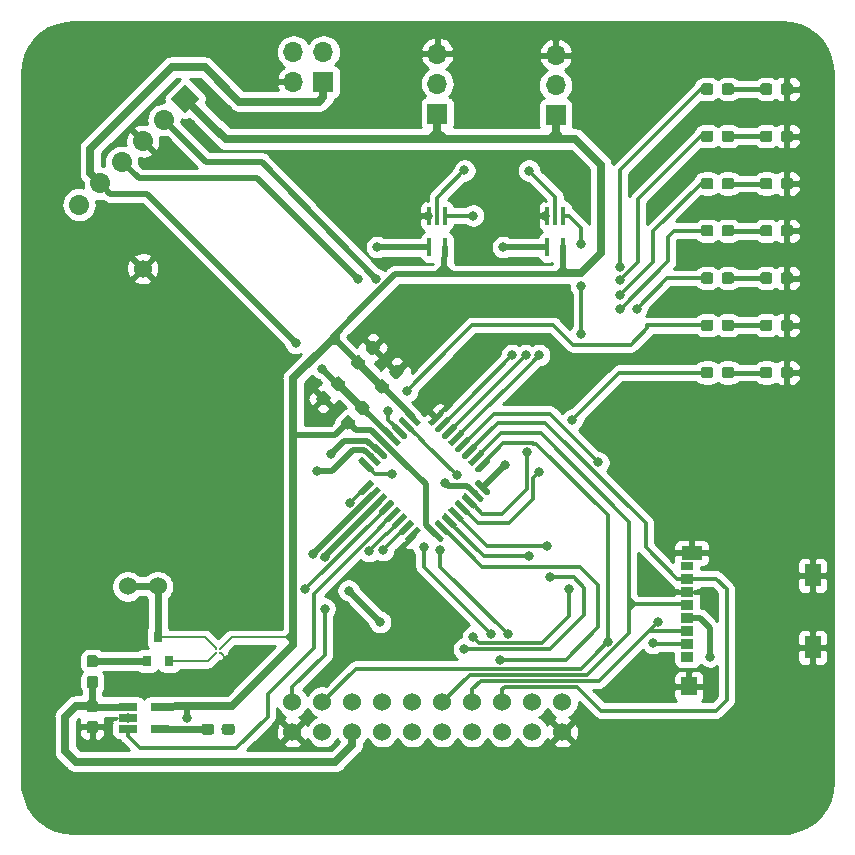
<source format=gbr>
%TF.GenerationSoftware,KiCad,Pcbnew,(5.1.4)-1*%
%TF.CreationDate,2020-10-28T09:08:47+02:00*%
%TF.ProjectId,Borta Dators,426f7274-6120-4446-9174-6f72732e6b69,rev?*%
%TF.SameCoordinates,Original*%
%TF.FileFunction,Copper,L1,Top*%
%TF.FilePolarity,Positive*%
%FSLAX46Y46*%
G04 Gerber Fmt 4.6, Leading zero omitted, Abs format (unit mm)*
G04 Created by KiCad (PCBNEW (5.1.4)-1) date 2020-10-28 09:08:47*
%MOMM*%
%LPD*%
G04 APERTURE LIST*
%TA.AperFunction,ComponentPad*%
%ADD10C,1.524000*%
%TD*%
%TA.AperFunction,Conductor*%
%ADD11C,0.100000*%
%TD*%
%TA.AperFunction,SMDPad,CuDef*%
%ADD12C,0.950000*%
%TD*%
%TA.AperFunction,ComponentPad*%
%ADD13C,1.700000*%
%TD*%
%TA.AperFunction,Conductor*%
%ADD14C,1.700000*%
%TD*%
%TA.AperFunction,SMDPad,CuDef*%
%ADD15R,1.100000X0.750000*%
%TD*%
%TA.AperFunction,SMDPad,CuDef*%
%ADD16R,1.100000X0.850000*%
%TD*%
%TA.AperFunction,SMDPad,CuDef*%
%ADD17R,1.800000X1.170000*%
%TD*%
%TA.AperFunction,SMDPad,CuDef*%
%ADD18R,1.350000X1.550000*%
%TD*%
%TA.AperFunction,SMDPad,CuDef*%
%ADD19R,1.350000X1.900000*%
%TD*%
%TA.AperFunction,SMDPad,CuDef*%
%ADD20R,0.800000X0.900000*%
%TD*%
%TA.AperFunction,ComponentPad*%
%ADD21O,1.700000X1.700000*%
%TD*%
%TA.AperFunction,ComponentPad*%
%ADD22R,1.700000X1.700000*%
%TD*%
%TA.AperFunction,SMDPad,CuDef*%
%ADD23R,0.400000X1.500000*%
%TD*%
%TA.AperFunction,SMDPad,CuDef*%
%ADD24R,1.560000X0.650000*%
%TD*%
%TA.AperFunction,BGAPad,CuDef*%
%ADD25C,0.200000*%
%TD*%
%TA.AperFunction,SMDPad,CuDef*%
%ADD26C,0.500000*%
%TD*%
%TA.AperFunction,ViaPad*%
%ADD27C,0.800000*%
%TD*%
%TA.AperFunction,Conductor*%
%ADD28C,0.200000*%
%TD*%
%TA.AperFunction,Conductor*%
%ADD29C,0.600000*%
%TD*%
%TA.AperFunction,Conductor*%
%ADD30C,0.700000*%
%TD*%
%TA.AperFunction,Conductor*%
%ADD31C,0.500000*%
%TD*%
%TA.AperFunction,Conductor*%
%ADD32C,0.400000*%
%TD*%
%TA.AperFunction,Conductor*%
%ADD33C,0.300000*%
%TD*%
%TA.AperFunction,Conductor*%
%ADD34C,0.254000*%
%TD*%
G04 APERTURE END LIST*
D10*
%TO.P,J3,1*%
%TO.N,GND*%
X103570000Y-110770000D03*
%TO.P,J3,20*%
%TO.N,/ADC6_FULL4_V*%
X103570000Y-108230000D03*
%TO.P,J3,19*%
%TO.N,/CS*%
X106110000Y-108230000D03*
%TO.P,J3,18*%
%TO.N,/CS_MUX_ADDR3*%
X108650000Y-108230000D03*
%TO.P,J3,17*%
%TO.N,/CS_MUX_ADDR2*%
X111190000Y-108230000D03*
%TO.P,J3,16*%
%TO.N,/CS_MUX_ADDR1*%
X113730000Y-108230000D03*
%TO.P,J3,15*%
%TO.N,/CLK*%
X116270000Y-108230000D03*
%TO.P,J3,14*%
%TO.N,/MOSI*%
X118810000Y-108230000D03*
%TO.P,J3,13*%
%TO.N,/MISO*%
X121350000Y-108230000D03*
%TO.P,J3,12*%
%TO.N,/RX*%
X123890000Y-108230000D03*
%TO.P,J3,11*%
%TO.N,/TX*%
X126430000Y-108230000D03*
%TO.P,J3,10*%
%TO.N,GND*%
X126430000Y-110770000D03*
%TO.P,J3,9*%
%TO.N,/ADC5_SEN_A*%
X123890000Y-110770000D03*
%TO.P,J3,8*%
%TO.N,/ADC4_COM_A*%
X121350000Y-110770000D03*
%TO.P,J3,7*%
%TO.N,/ADC1_FULL_A*%
X118810000Y-110770000D03*
%TO.P,J3,6*%
%TO.N,/ADC0_BAT_V*%
X116270000Y-110770000D03*
%TO.P,J3,5*%
%TO.N,/Kamera_on_2*%
X113730000Y-110770000D03*
%TO.P,J3,4*%
%TO.N,/Kamera_on_1*%
X111190000Y-110770000D03*
%TO.P,J3,3*%
%TO.N,VDD*%
X108650000Y-110770000D03*
%TO.P,J3,2*%
%TO.N,Net-(J3-Pad2)*%
X106110000Y-110770000D03*
%TD*%
%TO.P,BT1,2*%
%TO.N,GND*%
X90890000Y-71550000D03*
%TO.P,BT1,1*%
%TO.N,Net-(BT1-Pad1)*%
X89620000Y-98450000D03*
X92160000Y-98450000D03*
%TD*%
D11*
%TO.N,GND*%
%TO.C,C1*%
G36*
X86874779Y-109825144D02*
G01*
X86897834Y-109828563D01*
X86920443Y-109834227D01*
X86942387Y-109842079D01*
X86963457Y-109852044D01*
X86983448Y-109864026D01*
X87002168Y-109877910D01*
X87019438Y-109893562D01*
X87035090Y-109910832D01*
X87048974Y-109929552D01*
X87060956Y-109949543D01*
X87070921Y-109970613D01*
X87078773Y-109992557D01*
X87084437Y-110015166D01*
X87087856Y-110038221D01*
X87089000Y-110061500D01*
X87089000Y-110636500D01*
X87087856Y-110659779D01*
X87084437Y-110682834D01*
X87078773Y-110705443D01*
X87070921Y-110727387D01*
X87060956Y-110748457D01*
X87048974Y-110768448D01*
X87035090Y-110787168D01*
X87019438Y-110804438D01*
X87002168Y-110820090D01*
X86983448Y-110833974D01*
X86963457Y-110845956D01*
X86942387Y-110855921D01*
X86920443Y-110863773D01*
X86897834Y-110869437D01*
X86874779Y-110872856D01*
X86851500Y-110874000D01*
X86376500Y-110874000D01*
X86353221Y-110872856D01*
X86330166Y-110869437D01*
X86307557Y-110863773D01*
X86285613Y-110855921D01*
X86264543Y-110845956D01*
X86244552Y-110833974D01*
X86225832Y-110820090D01*
X86208562Y-110804438D01*
X86192910Y-110787168D01*
X86179026Y-110768448D01*
X86167044Y-110748457D01*
X86157079Y-110727387D01*
X86149227Y-110705443D01*
X86143563Y-110682834D01*
X86140144Y-110659779D01*
X86139000Y-110636500D01*
X86139000Y-110061500D01*
X86140144Y-110038221D01*
X86143563Y-110015166D01*
X86149227Y-109992557D01*
X86157079Y-109970613D01*
X86167044Y-109949543D01*
X86179026Y-109929552D01*
X86192910Y-109910832D01*
X86208562Y-109893562D01*
X86225832Y-109877910D01*
X86244552Y-109864026D01*
X86264543Y-109852044D01*
X86285613Y-109842079D01*
X86307557Y-109834227D01*
X86330166Y-109828563D01*
X86353221Y-109825144D01*
X86376500Y-109824000D01*
X86851500Y-109824000D01*
X86874779Y-109825144D01*
X86874779Y-109825144D01*
G37*
D12*
%TD*%
%TO.P,C1,1*%
%TO.N,GND*%
X86614000Y-110349000D03*
D11*
%TO.N,VDD*%
%TO.C,C1*%
G36*
X86874779Y-108075144D02*
G01*
X86897834Y-108078563D01*
X86920443Y-108084227D01*
X86942387Y-108092079D01*
X86963457Y-108102044D01*
X86983448Y-108114026D01*
X87002168Y-108127910D01*
X87019438Y-108143562D01*
X87035090Y-108160832D01*
X87048974Y-108179552D01*
X87060956Y-108199543D01*
X87070921Y-108220613D01*
X87078773Y-108242557D01*
X87084437Y-108265166D01*
X87087856Y-108288221D01*
X87089000Y-108311500D01*
X87089000Y-108886500D01*
X87087856Y-108909779D01*
X87084437Y-108932834D01*
X87078773Y-108955443D01*
X87070921Y-108977387D01*
X87060956Y-108998457D01*
X87048974Y-109018448D01*
X87035090Y-109037168D01*
X87019438Y-109054438D01*
X87002168Y-109070090D01*
X86983448Y-109083974D01*
X86963457Y-109095956D01*
X86942387Y-109105921D01*
X86920443Y-109113773D01*
X86897834Y-109119437D01*
X86874779Y-109122856D01*
X86851500Y-109124000D01*
X86376500Y-109124000D01*
X86353221Y-109122856D01*
X86330166Y-109119437D01*
X86307557Y-109113773D01*
X86285613Y-109105921D01*
X86264543Y-109095956D01*
X86244552Y-109083974D01*
X86225832Y-109070090D01*
X86208562Y-109054438D01*
X86192910Y-109037168D01*
X86179026Y-109018448D01*
X86167044Y-108998457D01*
X86157079Y-108977387D01*
X86149227Y-108955443D01*
X86143563Y-108932834D01*
X86140144Y-108909779D01*
X86139000Y-108886500D01*
X86139000Y-108311500D01*
X86140144Y-108288221D01*
X86143563Y-108265166D01*
X86149227Y-108242557D01*
X86157079Y-108220613D01*
X86167044Y-108199543D01*
X86179026Y-108179552D01*
X86192910Y-108160832D01*
X86208562Y-108143562D01*
X86225832Y-108127910D01*
X86244552Y-108114026D01*
X86264543Y-108102044D01*
X86285613Y-108092079D01*
X86307557Y-108084227D01*
X86330166Y-108078563D01*
X86353221Y-108075144D01*
X86376500Y-108074000D01*
X86851500Y-108074000D01*
X86874779Y-108075144D01*
X86874779Y-108075144D01*
G37*
D12*
%TD*%
%TO.P,C1,2*%
%TO.N,VDD*%
X86614000Y-108599000D03*
D11*
%TO.N,VCC*%
%TO.C,C2*%
G36*
X109184198Y-78878131D02*
G01*
X109207253Y-78881550D01*
X109229862Y-78887214D01*
X109251806Y-78895066D01*
X109272876Y-78905031D01*
X109292867Y-78917013D01*
X109311587Y-78930897D01*
X109328857Y-78946549D01*
X109664733Y-79282425D01*
X109680385Y-79299695D01*
X109694269Y-79318415D01*
X109706251Y-79338406D01*
X109716216Y-79359476D01*
X109724068Y-79381420D01*
X109729732Y-79404029D01*
X109733151Y-79427084D01*
X109734295Y-79450363D01*
X109733151Y-79473642D01*
X109729732Y-79496697D01*
X109724068Y-79519306D01*
X109716216Y-79541250D01*
X109706251Y-79562320D01*
X109694269Y-79582311D01*
X109680385Y-79601031D01*
X109664733Y-79618301D01*
X109258147Y-80024887D01*
X109240877Y-80040539D01*
X109222157Y-80054423D01*
X109202166Y-80066405D01*
X109181096Y-80076370D01*
X109159152Y-80084222D01*
X109136543Y-80089886D01*
X109113488Y-80093305D01*
X109090209Y-80094449D01*
X109066930Y-80093305D01*
X109043875Y-80089886D01*
X109021266Y-80084222D01*
X108999322Y-80076370D01*
X108978252Y-80066405D01*
X108958261Y-80054423D01*
X108939541Y-80040539D01*
X108922271Y-80024887D01*
X108586395Y-79689011D01*
X108570743Y-79671741D01*
X108556859Y-79653021D01*
X108544877Y-79633030D01*
X108534912Y-79611960D01*
X108527060Y-79590016D01*
X108521396Y-79567407D01*
X108517977Y-79544352D01*
X108516833Y-79521073D01*
X108517977Y-79497794D01*
X108521396Y-79474739D01*
X108527060Y-79452130D01*
X108534912Y-79430186D01*
X108544877Y-79409116D01*
X108556859Y-79389125D01*
X108570743Y-79370405D01*
X108586395Y-79353135D01*
X108992981Y-78946549D01*
X109010251Y-78930897D01*
X109028971Y-78917013D01*
X109048962Y-78905031D01*
X109070032Y-78895066D01*
X109091976Y-78887214D01*
X109114585Y-78881550D01*
X109137640Y-78878131D01*
X109160919Y-78876987D01*
X109184198Y-78878131D01*
X109184198Y-78878131D01*
G37*
D12*
%TD*%
%TO.P,C2,2*%
%TO.N,VCC*%
X109125564Y-79485718D03*
D11*
%TO.N,GND*%
%TO.C,C2*%
G36*
X110421634Y-77640695D02*
G01*
X110444689Y-77644114D01*
X110467298Y-77649778D01*
X110489242Y-77657630D01*
X110510312Y-77667595D01*
X110530303Y-77679577D01*
X110549023Y-77693461D01*
X110566293Y-77709113D01*
X110902169Y-78044989D01*
X110917821Y-78062259D01*
X110931705Y-78080979D01*
X110943687Y-78100970D01*
X110953652Y-78122040D01*
X110961504Y-78143984D01*
X110967168Y-78166593D01*
X110970587Y-78189648D01*
X110971731Y-78212927D01*
X110970587Y-78236206D01*
X110967168Y-78259261D01*
X110961504Y-78281870D01*
X110953652Y-78303814D01*
X110943687Y-78324884D01*
X110931705Y-78344875D01*
X110917821Y-78363595D01*
X110902169Y-78380865D01*
X110495583Y-78787451D01*
X110478313Y-78803103D01*
X110459593Y-78816987D01*
X110439602Y-78828969D01*
X110418532Y-78838934D01*
X110396588Y-78846786D01*
X110373979Y-78852450D01*
X110350924Y-78855869D01*
X110327645Y-78857013D01*
X110304366Y-78855869D01*
X110281311Y-78852450D01*
X110258702Y-78846786D01*
X110236758Y-78838934D01*
X110215688Y-78828969D01*
X110195697Y-78816987D01*
X110176977Y-78803103D01*
X110159707Y-78787451D01*
X109823831Y-78451575D01*
X109808179Y-78434305D01*
X109794295Y-78415585D01*
X109782313Y-78395594D01*
X109772348Y-78374524D01*
X109764496Y-78352580D01*
X109758832Y-78329971D01*
X109755413Y-78306916D01*
X109754269Y-78283637D01*
X109755413Y-78260358D01*
X109758832Y-78237303D01*
X109764496Y-78214694D01*
X109772348Y-78192750D01*
X109782313Y-78171680D01*
X109794295Y-78151689D01*
X109808179Y-78132969D01*
X109823831Y-78115699D01*
X110230417Y-77709113D01*
X110247687Y-77693461D01*
X110266407Y-77679577D01*
X110286398Y-77667595D01*
X110307468Y-77657630D01*
X110329412Y-77649778D01*
X110352021Y-77644114D01*
X110375076Y-77640695D01*
X110398355Y-77639551D01*
X110421634Y-77640695D01*
X110421634Y-77640695D01*
G37*
D12*
%TD*%
%TO.P,C2,1*%
%TO.N,GND*%
X110363000Y-78248282D03*
D11*
%TO.N,VCC*%
%TO.C,C3*%
G36*
X111199916Y-80910131D02*
G01*
X111222971Y-80913550D01*
X111245580Y-80919214D01*
X111267524Y-80927066D01*
X111288594Y-80937031D01*
X111308585Y-80949013D01*
X111327305Y-80962897D01*
X111344575Y-80978549D01*
X111680451Y-81314425D01*
X111696103Y-81331695D01*
X111709987Y-81350415D01*
X111721969Y-81370406D01*
X111731934Y-81391476D01*
X111739786Y-81413420D01*
X111745450Y-81436029D01*
X111748869Y-81459084D01*
X111750013Y-81482363D01*
X111748869Y-81505642D01*
X111745450Y-81528697D01*
X111739786Y-81551306D01*
X111731934Y-81573250D01*
X111721969Y-81594320D01*
X111709987Y-81614311D01*
X111696103Y-81633031D01*
X111680451Y-81650301D01*
X111273865Y-82056887D01*
X111256595Y-82072539D01*
X111237875Y-82086423D01*
X111217884Y-82098405D01*
X111196814Y-82108370D01*
X111174870Y-82116222D01*
X111152261Y-82121886D01*
X111129206Y-82125305D01*
X111105927Y-82126449D01*
X111082648Y-82125305D01*
X111059593Y-82121886D01*
X111036984Y-82116222D01*
X111015040Y-82108370D01*
X110993970Y-82098405D01*
X110973979Y-82086423D01*
X110955259Y-82072539D01*
X110937989Y-82056887D01*
X110602113Y-81721011D01*
X110586461Y-81703741D01*
X110572577Y-81685021D01*
X110560595Y-81665030D01*
X110550630Y-81643960D01*
X110542778Y-81622016D01*
X110537114Y-81599407D01*
X110533695Y-81576352D01*
X110532551Y-81553073D01*
X110533695Y-81529794D01*
X110537114Y-81506739D01*
X110542778Y-81484130D01*
X110550630Y-81462186D01*
X110560595Y-81441116D01*
X110572577Y-81421125D01*
X110586461Y-81402405D01*
X110602113Y-81385135D01*
X111008699Y-80978549D01*
X111025969Y-80962897D01*
X111044689Y-80949013D01*
X111064680Y-80937031D01*
X111085750Y-80927066D01*
X111107694Y-80919214D01*
X111130303Y-80913550D01*
X111153358Y-80910131D01*
X111176637Y-80908987D01*
X111199916Y-80910131D01*
X111199916Y-80910131D01*
G37*
D12*
%TD*%
%TO.P,C3,1*%
%TO.N,VCC*%
X111141282Y-81517718D03*
D11*
%TO.N,GND*%
%TO.C,C3*%
G36*
X112437352Y-79672695D02*
G01*
X112460407Y-79676114D01*
X112483016Y-79681778D01*
X112504960Y-79689630D01*
X112526030Y-79699595D01*
X112546021Y-79711577D01*
X112564741Y-79725461D01*
X112582011Y-79741113D01*
X112917887Y-80076989D01*
X112933539Y-80094259D01*
X112947423Y-80112979D01*
X112959405Y-80132970D01*
X112969370Y-80154040D01*
X112977222Y-80175984D01*
X112982886Y-80198593D01*
X112986305Y-80221648D01*
X112987449Y-80244927D01*
X112986305Y-80268206D01*
X112982886Y-80291261D01*
X112977222Y-80313870D01*
X112969370Y-80335814D01*
X112959405Y-80356884D01*
X112947423Y-80376875D01*
X112933539Y-80395595D01*
X112917887Y-80412865D01*
X112511301Y-80819451D01*
X112494031Y-80835103D01*
X112475311Y-80848987D01*
X112455320Y-80860969D01*
X112434250Y-80870934D01*
X112412306Y-80878786D01*
X112389697Y-80884450D01*
X112366642Y-80887869D01*
X112343363Y-80889013D01*
X112320084Y-80887869D01*
X112297029Y-80884450D01*
X112274420Y-80878786D01*
X112252476Y-80870934D01*
X112231406Y-80860969D01*
X112211415Y-80848987D01*
X112192695Y-80835103D01*
X112175425Y-80819451D01*
X111839549Y-80483575D01*
X111823897Y-80466305D01*
X111810013Y-80447585D01*
X111798031Y-80427594D01*
X111788066Y-80406524D01*
X111780214Y-80384580D01*
X111774550Y-80361971D01*
X111771131Y-80338916D01*
X111769987Y-80315637D01*
X111771131Y-80292358D01*
X111774550Y-80269303D01*
X111780214Y-80246694D01*
X111788066Y-80224750D01*
X111798031Y-80203680D01*
X111810013Y-80183689D01*
X111823897Y-80164969D01*
X111839549Y-80147699D01*
X112246135Y-79741113D01*
X112263405Y-79725461D01*
X112282125Y-79711577D01*
X112302116Y-79699595D01*
X112323186Y-79689630D01*
X112345130Y-79681778D01*
X112367739Y-79676114D01*
X112390794Y-79672695D01*
X112414073Y-79671551D01*
X112437352Y-79672695D01*
X112437352Y-79672695D01*
G37*
D12*
%TD*%
%TO.P,C3,2*%
%TO.N,GND*%
X112378718Y-80280282D03*
D11*
%TO.N,/NRST*%
%TO.C,C4*%
G36*
X107484352Y-80672413D02*
G01*
X107507407Y-80675832D01*
X107530016Y-80681496D01*
X107551960Y-80689348D01*
X107573030Y-80699313D01*
X107593021Y-80711295D01*
X107611741Y-80725179D01*
X107629011Y-80740831D01*
X107964887Y-81076707D01*
X107980539Y-81093977D01*
X107994423Y-81112697D01*
X108006405Y-81132688D01*
X108016370Y-81153758D01*
X108024222Y-81175702D01*
X108029886Y-81198311D01*
X108033305Y-81221366D01*
X108034449Y-81244645D01*
X108033305Y-81267924D01*
X108029886Y-81290979D01*
X108024222Y-81313588D01*
X108016370Y-81335532D01*
X108006405Y-81356602D01*
X107994423Y-81376593D01*
X107980539Y-81395313D01*
X107964887Y-81412583D01*
X107558301Y-81819169D01*
X107541031Y-81834821D01*
X107522311Y-81848705D01*
X107502320Y-81860687D01*
X107481250Y-81870652D01*
X107459306Y-81878504D01*
X107436697Y-81884168D01*
X107413642Y-81887587D01*
X107390363Y-81888731D01*
X107367084Y-81887587D01*
X107344029Y-81884168D01*
X107321420Y-81878504D01*
X107299476Y-81870652D01*
X107278406Y-81860687D01*
X107258415Y-81848705D01*
X107239695Y-81834821D01*
X107222425Y-81819169D01*
X106886549Y-81483293D01*
X106870897Y-81466023D01*
X106857013Y-81447303D01*
X106845031Y-81427312D01*
X106835066Y-81406242D01*
X106827214Y-81384298D01*
X106821550Y-81361689D01*
X106818131Y-81338634D01*
X106816987Y-81315355D01*
X106818131Y-81292076D01*
X106821550Y-81269021D01*
X106827214Y-81246412D01*
X106835066Y-81224468D01*
X106845031Y-81203398D01*
X106857013Y-81183407D01*
X106870897Y-81164687D01*
X106886549Y-81147417D01*
X107293135Y-80740831D01*
X107310405Y-80725179D01*
X107329125Y-80711295D01*
X107349116Y-80699313D01*
X107370186Y-80689348D01*
X107392130Y-80681496D01*
X107414739Y-80675832D01*
X107437794Y-80672413D01*
X107461073Y-80671269D01*
X107484352Y-80672413D01*
X107484352Y-80672413D01*
G37*
D12*
%TD*%
%TO.P,C4,2*%
%TO.N,/NRST*%
X107425718Y-81280000D03*
D11*
%TO.N,GND*%
%TO.C,C4*%
G36*
X106246916Y-81909849D02*
G01*
X106269971Y-81913268D01*
X106292580Y-81918932D01*
X106314524Y-81926784D01*
X106335594Y-81936749D01*
X106355585Y-81948731D01*
X106374305Y-81962615D01*
X106391575Y-81978267D01*
X106727451Y-82314143D01*
X106743103Y-82331413D01*
X106756987Y-82350133D01*
X106768969Y-82370124D01*
X106778934Y-82391194D01*
X106786786Y-82413138D01*
X106792450Y-82435747D01*
X106795869Y-82458802D01*
X106797013Y-82482081D01*
X106795869Y-82505360D01*
X106792450Y-82528415D01*
X106786786Y-82551024D01*
X106778934Y-82572968D01*
X106768969Y-82594038D01*
X106756987Y-82614029D01*
X106743103Y-82632749D01*
X106727451Y-82650019D01*
X106320865Y-83056605D01*
X106303595Y-83072257D01*
X106284875Y-83086141D01*
X106264884Y-83098123D01*
X106243814Y-83108088D01*
X106221870Y-83115940D01*
X106199261Y-83121604D01*
X106176206Y-83125023D01*
X106152927Y-83126167D01*
X106129648Y-83125023D01*
X106106593Y-83121604D01*
X106083984Y-83115940D01*
X106062040Y-83108088D01*
X106040970Y-83098123D01*
X106020979Y-83086141D01*
X106002259Y-83072257D01*
X105984989Y-83056605D01*
X105649113Y-82720729D01*
X105633461Y-82703459D01*
X105619577Y-82684739D01*
X105607595Y-82664748D01*
X105597630Y-82643678D01*
X105589778Y-82621734D01*
X105584114Y-82599125D01*
X105580695Y-82576070D01*
X105579551Y-82552791D01*
X105580695Y-82529512D01*
X105584114Y-82506457D01*
X105589778Y-82483848D01*
X105597630Y-82461904D01*
X105607595Y-82440834D01*
X105619577Y-82420843D01*
X105633461Y-82402123D01*
X105649113Y-82384853D01*
X106055699Y-81978267D01*
X106072969Y-81962615D01*
X106091689Y-81948731D01*
X106111680Y-81936749D01*
X106132750Y-81926784D01*
X106154694Y-81918932D01*
X106177303Y-81913268D01*
X106200358Y-81909849D01*
X106223637Y-81908705D01*
X106246916Y-81909849D01*
X106246916Y-81909849D01*
G37*
D12*
%TD*%
%TO.P,C4,1*%
%TO.N,GND*%
X106188282Y-82517436D03*
D11*
%TO.N,Net-(D1-Pad2)*%
%TO.C,D1*%
G36*
X143995779Y-55866144D02*
G01*
X144018834Y-55869563D01*
X144041443Y-55875227D01*
X144063387Y-55883079D01*
X144084457Y-55893044D01*
X144104448Y-55905026D01*
X144123168Y-55918910D01*
X144140438Y-55934562D01*
X144156090Y-55951832D01*
X144169974Y-55970552D01*
X144181956Y-55990543D01*
X144191921Y-56011613D01*
X144199773Y-56033557D01*
X144205437Y-56056166D01*
X144208856Y-56079221D01*
X144210000Y-56102500D01*
X144210000Y-56577500D01*
X144208856Y-56600779D01*
X144205437Y-56623834D01*
X144199773Y-56646443D01*
X144191921Y-56668387D01*
X144181956Y-56689457D01*
X144169974Y-56709448D01*
X144156090Y-56728168D01*
X144140438Y-56745438D01*
X144123168Y-56761090D01*
X144104448Y-56774974D01*
X144084457Y-56786956D01*
X144063387Y-56796921D01*
X144041443Y-56804773D01*
X144018834Y-56810437D01*
X143995779Y-56813856D01*
X143972500Y-56815000D01*
X143397500Y-56815000D01*
X143374221Y-56813856D01*
X143351166Y-56810437D01*
X143328557Y-56804773D01*
X143306613Y-56796921D01*
X143285543Y-56786956D01*
X143265552Y-56774974D01*
X143246832Y-56761090D01*
X143229562Y-56745438D01*
X143213910Y-56728168D01*
X143200026Y-56709448D01*
X143188044Y-56689457D01*
X143178079Y-56668387D01*
X143170227Y-56646443D01*
X143164563Y-56623834D01*
X143161144Y-56600779D01*
X143160000Y-56577500D01*
X143160000Y-56102500D01*
X143161144Y-56079221D01*
X143164563Y-56056166D01*
X143170227Y-56033557D01*
X143178079Y-56011613D01*
X143188044Y-55990543D01*
X143200026Y-55970552D01*
X143213910Y-55951832D01*
X143229562Y-55934562D01*
X143246832Y-55918910D01*
X143265552Y-55905026D01*
X143285543Y-55893044D01*
X143306613Y-55883079D01*
X143328557Y-55875227D01*
X143351166Y-55869563D01*
X143374221Y-55866144D01*
X143397500Y-55865000D01*
X143972500Y-55865000D01*
X143995779Y-55866144D01*
X143995779Y-55866144D01*
G37*
D12*
%TD*%
%TO.P,D1,2*%
%TO.N,Net-(D1-Pad2)*%
X143685000Y-56340000D03*
D11*
%TO.N,GND*%
%TO.C,D1*%
G36*
X145745779Y-55866144D02*
G01*
X145768834Y-55869563D01*
X145791443Y-55875227D01*
X145813387Y-55883079D01*
X145834457Y-55893044D01*
X145854448Y-55905026D01*
X145873168Y-55918910D01*
X145890438Y-55934562D01*
X145906090Y-55951832D01*
X145919974Y-55970552D01*
X145931956Y-55990543D01*
X145941921Y-56011613D01*
X145949773Y-56033557D01*
X145955437Y-56056166D01*
X145958856Y-56079221D01*
X145960000Y-56102500D01*
X145960000Y-56577500D01*
X145958856Y-56600779D01*
X145955437Y-56623834D01*
X145949773Y-56646443D01*
X145941921Y-56668387D01*
X145931956Y-56689457D01*
X145919974Y-56709448D01*
X145906090Y-56728168D01*
X145890438Y-56745438D01*
X145873168Y-56761090D01*
X145854448Y-56774974D01*
X145834457Y-56786956D01*
X145813387Y-56796921D01*
X145791443Y-56804773D01*
X145768834Y-56810437D01*
X145745779Y-56813856D01*
X145722500Y-56815000D01*
X145147500Y-56815000D01*
X145124221Y-56813856D01*
X145101166Y-56810437D01*
X145078557Y-56804773D01*
X145056613Y-56796921D01*
X145035543Y-56786956D01*
X145015552Y-56774974D01*
X144996832Y-56761090D01*
X144979562Y-56745438D01*
X144963910Y-56728168D01*
X144950026Y-56709448D01*
X144938044Y-56689457D01*
X144928079Y-56668387D01*
X144920227Y-56646443D01*
X144914563Y-56623834D01*
X144911144Y-56600779D01*
X144910000Y-56577500D01*
X144910000Y-56102500D01*
X144911144Y-56079221D01*
X144914563Y-56056166D01*
X144920227Y-56033557D01*
X144928079Y-56011613D01*
X144938044Y-55990543D01*
X144950026Y-55970552D01*
X144963910Y-55951832D01*
X144979562Y-55934562D01*
X144996832Y-55918910D01*
X145015552Y-55905026D01*
X145035543Y-55893044D01*
X145056613Y-55883079D01*
X145078557Y-55875227D01*
X145101166Y-55869563D01*
X145124221Y-55866144D01*
X145147500Y-55865000D01*
X145722500Y-55865000D01*
X145745779Y-55866144D01*
X145745779Y-55866144D01*
G37*
D12*
%TD*%
%TO.P,D1,1*%
%TO.N,GND*%
X145435000Y-56340000D03*
D11*
%TO.N,GND*%
%TO.C,D2*%
G36*
X145745779Y-59866144D02*
G01*
X145768834Y-59869563D01*
X145791443Y-59875227D01*
X145813387Y-59883079D01*
X145834457Y-59893044D01*
X145854448Y-59905026D01*
X145873168Y-59918910D01*
X145890438Y-59934562D01*
X145906090Y-59951832D01*
X145919974Y-59970552D01*
X145931956Y-59990543D01*
X145941921Y-60011613D01*
X145949773Y-60033557D01*
X145955437Y-60056166D01*
X145958856Y-60079221D01*
X145960000Y-60102500D01*
X145960000Y-60577500D01*
X145958856Y-60600779D01*
X145955437Y-60623834D01*
X145949773Y-60646443D01*
X145941921Y-60668387D01*
X145931956Y-60689457D01*
X145919974Y-60709448D01*
X145906090Y-60728168D01*
X145890438Y-60745438D01*
X145873168Y-60761090D01*
X145854448Y-60774974D01*
X145834457Y-60786956D01*
X145813387Y-60796921D01*
X145791443Y-60804773D01*
X145768834Y-60810437D01*
X145745779Y-60813856D01*
X145722500Y-60815000D01*
X145147500Y-60815000D01*
X145124221Y-60813856D01*
X145101166Y-60810437D01*
X145078557Y-60804773D01*
X145056613Y-60796921D01*
X145035543Y-60786956D01*
X145015552Y-60774974D01*
X144996832Y-60761090D01*
X144979562Y-60745438D01*
X144963910Y-60728168D01*
X144950026Y-60709448D01*
X144938044Y-60689457D01*
X144928079Y-60668387D01*
X144920227Y-60646443D01*
X144914563Y-60623834D01*
X144911144Y-60600779D01*
X144910000Y-60577500D01*
X144910000Y-60102500D01*
X144911144Y-60079221D01*
X144914563Y-60056166D01*
X144920227Y-60033557D01*
X144928079Y-60011613D01*
X144938044Y-59990543D01*
X144950026Y-59970552D01*
X144963910Y-59951832D01*
X144979562Y-59934562D01*
X144996832Y-59918910D01*
X145015552Y-59905026D01*
X145035543Y-59893044D01*
X145056613Y-59883079D01*
X145078557Y-59875227D01*
X145101166Y-59869563D01*
X145124221Y-59866144D01*
X145147500Y-59865000D01*
X145722500Y-59865000D01*
X145745779Y-59866144D01*
X145745779Y-59866144D01*
G37*
D12*
%TD*%
%TO.P,D2,1*%
%TO.N,GND*%
X145435000Y-60340000D03*
D11*
%TO.N,Net-(D2-Pad2)*%
%TO.C,D2*%
G36*
X143995779Y-59866144D02*
G01*
X144018834Y-59869563D01*
X144041443Y-59875227D01*
X144063387Y-59883079D01*
X144084457Y-59893044D01*
X144104448Y-59905026D01*
X144123168Y-59918910D01*
X144140438Y-59934562D01*
X144156090Y-59951832D01*
X144169974Y-59970552D01*
X144181956Y-59990543D01*
X144191921Y-60011613D01*
X144199773Y-60033557D01*
X144205437Y-60056166D01*
X144208856Y-60079221D01*
X144210000Y-60102500D01*
X144210000Y-60577500D01*
X144208856Y-60600779D01*
X144205437Y-60623834D01*
X144199773Y-60646443D01*
X144191921Y-60668387D01*
X144181956Y-60689457D01*
X144169974Y-60709448D01*
X144156090Y-60728168D01*
X144140438Y-60745438D01*
X144123168Y-60761090D01*
X144104448Y-60774974D01*
X144084457Y-60786956D01*
X144063387Y-60796921D01*
X144041443Y-60804773D01*
X144018834Y-60810437D01*
X143995779Y-60813856D01*
X143972500Y-60815000D01*
X143397500Y-60815000D01*
X143374221Y-60813856D01*
X143351166Y-60810437D01*
X143328557Y-60804773D01*
X143306613Y-60796921D01*
X143285543Y-60786956D01*
X143265552Y-60774974D01*
X143246832Y-60761090D01*
X143229562Y-60745438D01*
X143213910Y-60728168D01*
X143200026Y-60709448D01*
X143188044Y-60689457D01*
X143178079Y-60668387D01*
X143170227Y-60646443D01*
X143164563Y-60623834D01*
X143161144Y-60600779D01*
X143160000Y-60577500D01*
X143160000Y-60102500D01*
X143161144Y-60079221D01*
X143164563Y-60056166D01*
X143170227Y-60033557D01*
X143178079Y-60011613D01*
X143188044Y-59990543D01*
X143200026Y-59970552D01*
X143213910Y-59951832D01*
X143229562Y-59934562D01*
X143246832Y-59918910D01*
X143265552Y-59905026D01*
X143285543Y-59893044D01*
X143306613Y-59883079D01*
X143328557Y-59875227D01*
X143351166Y-59869563D01*
X143374221Y-59866144D01*
X143397500Y-59865000D01*
X143972500Y-59865000D01*
X143995779Y-59866144D01*
X143995779Y-59866144D01*
G37*
D12*
%TD*%
%TO.P,D2,2*%
%TO.N,Net-(D2-Pad2)*%
X143685000Y-60340000D03*
D11*
%TO.N,GND*%
%TO.C,D3*%
G36*
X145745779Y-63866144D02*
G01*
X145768834Y-63869563D01*
X145791443Y-63875227D01*
X145813387Y-63883079D01*
X145834457Y-63893044D01*
X145854448Y-63905026D01*
X145873168Y-63918910D01*
X145890438Y-63934562D01*
X145906090Y-63951832D01*
X145919974Y-63970552D01*
X145931956Y-63990543D01*
X145941921Y-64011613D01*
X145949773Y-64033557D01*
X145955437Y-64056166D01*
X145958856Y-64079221D01*
X145960000Y-64102500D01*
X145960000Y-64577500D01*
X145958856Y-64600779D01*
X145955437Y-64623834D01*
X145949773Y-64646443D01*
X145941921Y-64668387D01*
X145931956Y-64689457D01*
X145919974Y-64709448D01*
X145906090Y-64728168D01*
X145890438Y-64745438D01*
X145873168Y-64761090D01*
X145854448Y-64774974D01*
X145834457Y-64786956D01*
X145813387Y-64796921D01*
X145791443Y-64804773D01*
X145768834Y-64810437D01*
X145745779Y-64813856D01*
X145722500Y-64815000D01*
X145147500Y-64815000D01*
X145124221Y-64813856D01*
X145101166Y-64810437D01*
X145078557Y-64804773D01*
X145056613Y-64796921D01*
X145035543Y-64786956D01*
X145015552Y-64774974D01*
X144996832Y-64761090D01*
X144979562Y-64745438D01*
X144963910Y-64728168D01*
X144950026Y-64709448D01*
X144938044Y-64689457D01*
X144928079Y-64668387D01*
X144920227Y-64646443D01*
X144914563Y-64623834D01*
X144911144Y-64600779D01*
X144910000Y-64577500D01*
X144910000Y-64102500D01*
X144911144Y-64079221D01*
X144914563Y-64056166D01*
X144920227Y-64033557D01*
X144928079Y-64011613D01*
X144938044Y-63990543D01*
X144950026Y-63970552D01*
X144963910Y-63951832D01*
X144979562Y-63934562D01*
X144996832Y-63918910D01*
X145015552Y-63905026D01*
X145035543Y-63893044D01*
X145056613Y-63883079D01*
X145078557Y-63875227D01*
X145101166Y-63869563D01*
X145124221Y-63866144D01*
X145147500Y-63865000D01*
X145722500Y-63865000D01*
X145745779Y-63866144D01*
X145745779Y-63866144D01*
G37*
D12*
%TD*%
%TO.P,D3,1*%
%TO.N,GND*%
X145435000Y-64340000D03*
D11*
%TO.N,Net-(D3-Pad2)*%
%TO.C,D3*%
G36*
X143995779Y-63866144D02*
G01*
X144018834Y-63869563D01*
X144041443Y-63875227D01*
X144063387Y-63883079D01*
X144084457Y-63893044D01*
X144104448Y-63905026D01*
X144123168Y-63918910D01*
X144140438Y-63934562D01*
X144156090Y-63951832D01*
X144169974Y-63970552D01*
X144181956Y-63990543D01*
X144191921Y-64011613D01*
X144199773Y-64033557D01*
X144205437Y-64056166D01*
X144208856Y-64079221D01*
X144210000Y-64102500D01*
X144210000Y-64577500D01*
X144208856Y-64600779D01*
X144205437Y-64623834D01*
X144199773Y-64646443D01*
X144191921Y-64668387D01*
X144181956Y-64689457D01*
X144169974Y-64709448D01*
X144156090Y-64728168D01*
X144140438Y-64745438D01*
X144123168Y-64761090D01*
X144104448Y-64774974D01*
X144084457Y-64786956D01*
X144063387Y-64796921D01*
X144041443Y-64804773D01*
X144018834Y-64810437D01*
X143995779Y-64813856D01*
X143972500Y-64815000D01*
X143397500Y-64815000D01*
X143374221Y-64813856D01*
X143351166Y-64810437D01*
X143328557Y-64804773D01*
X143306613Y-64796921D01*
X143285543Y-64786956D01*
X143265552Y-64774974D01*
X143246832Y-64761090D01*
X143229562Y-64745438D01*
X143213910Y-64728168D01*
X143200026Y-64709448D01*
X143188044Y-64689457D01*
X143178079Y-64668387D01*
X143170227Y-64646443D01*
X143164563Y-64623834D01*
X143161144Y-64600779D01*
X143160000Y-64577500D01*
X143160000Y-64102500D01*
X143161144Y-64079221D01*
X143164563Y-64056166D01*
X143170227Y-64033557D01*
X143178079Y-64011613D01*
X143188044Y-63990543D01*
X143200026Y-63970552D01*
X143213910Y-63951832D01*
X143229562Y-63934562D01*
X143246832Y-63918910D01*
X143265552Y-63905026D01*
X143285543Y-63893044D01*
X143306613Y-63883079D01*
X143328557Y-63875227D01*
X143351166Y-63869563D01*
X143374221Y-63866144D01*
X143397500Y-63865000D01*
X143972500Y-63865000D01*
X143995779Y-63866144D01*
X143995779Y-63866144D01*
G37*
D12*
%TD*%
%TO.P,D3,2*%
%TO.N,Net-(D3-Pad2)*%
X143685000Y-64340000D03*
D11*
%TO.N,GND*%
%TO.C,D4*%
G36*
X145745779Y-67866144D02*
G01*
X145768834Y-67869563D01*
X145791443Y-67875227D01*
X145813387Y-67883079D01*
X145834457Y-67893044D01*
X145854448Y-67905026D01*
X145873168Y-67918910D01*
X145890438Y-67934562D01*
X145906090Y-67951832D01*
X145919974Y-67970552D01*
X145931956Y-67990543D01*
X145941921Y-68011613D01*
X145949773Y-68033557D01*
X145955437Y-68056166D01*
X145958856Y-68079221D01*
X145960000Y-68102500D01*
X145960000Y-68577500D01*
X145958856Y-68600779D01*
X145955437Y-68623834D01*
X145949773Y-68646443D01*
X145941921Y-68668387D01*
X145931956Y-68689457D01*
X145919974Y-68709448D01*
X145906090Y-68728168D01*
X145890438Y-68745438D01*
X145873168Y-68761090D01*
X145854448Y-68774974D01*
X145834457Y-68786956D01*
X145813387Y-68796921D01*
X145791443Y-68804773D01*
X145768834Y-68810437D01*
X145745779Y-68813856D01*
X145722500Y-68815000D01*
X145147500Y-68815000D01*
X145124221Y-68813856D01*
X145101166Y-68810437D01*
X145078557Y-68804773D01*
X145056613Y-68796921D01*
X145035543Y-68786956D01*
X145015552Y-68774974D01*
X144996832Y-68761090D01*
X144979562Y-68745438D01*
X144963910Y-68728168D01*
X144950026Y-68709448D01*
X144938044Y-68689457D01*
X144928079Y-68668387D01*
X144920227Y-68646443D01*
X144914563Y-68623834D01*
X144911144Y-68600779D01*
X144910000Y-68577500D01*
X144910000Y-68102500D01*
X144911144Y-68079221D01*
X144914563Y-68056166D01*
X144920227Y-68033557D01*
X144928079Y-68011613D01*
X144938044Y-67990543D01*
X144950026Y-67970552D01*
X144963910Y-67951832D01*
X144979562Y-67934562D01*
X144996832Y-67918910D01*
X145015552Y-67905026D01*
X145035543Y-67893044D01*
X145056613Y-67883079D01*
X145078557Y-67875227D01*
X145101166Y-67869563D01*
X145124221Y-67866144D01*
X145147500Y-67865000D01*
X145722500Y-67865000D01*
X145745779Y-67866144D01*
X145745779Y-67866144D01*
G37*
D12*
%TD*%
%TO.P,D4,1*%
%TO.N,GND*%
X145435000Y-68340000D03*
D11*
%TO.N,Net-(D4-Pad2)*%
%TO.C,D4*%
G36*
X143995779Y-67866144D02*
G01*
X144018834Y-67869563D01*
X144041443Y-67875227D01*
X144063387Y-67883079D01*
X144084457Y-67893044D01*
X144104448Y-67905026D01*
X144123168Y-67918910D01*
X144140438Y-67934562D01*
X144156090Y-67951832D01*
X144169974Y-67970552D01*
X144181956Y-67990543D01*
X144191921Y-68011613D01*
X144199773Y-68033557D01*
X144205437Y-68056166D01*
X144208856Y-68079221D01*
X144210000Y-68102500D01*
X144210000Y-68577500D01*
X144208856Y-68600779D01*
X144205437Y-68623834D01*
X144199773Y-68646443D01*
X144191921Y-68668387D01*
X144181956Y-68689457D01*
X144169974Y-68709448D01*
X144156090Y-68728168D01*
X144140438Y-68745438D01*
X144123168Y-68761090D01*
X144104448Y-68774974D01*
X144084457Y-68786956D01*
X144063387Y-68796921D01*
X144041443Y-68804773D01*
X144018834Y-68810437D01*
X143995779Y-68813856D01*
X143972500Y-68815000D01*
X143397500Y-68815000D01*
X143374221Y-68813856D01*
X143351166Y-68810437D01*
X143328557Y-68804773D01*
X143306613Y-68796921D01*
X143285543Y-68786956D01*
X143265552Y-68774974D01*
X143246832Y-68761090D01*
X143229562Y-68745438D01*
X143213910Y-68728168D01*
X143200026Y-68709448D01*
X143188044Y-68689457D01*
X143178079Y-68668387D01*
X143170227Y-68646443D01*
X143164563Y-68623834D01*
X143161144Y-68600779D01*
X143160000Y-68577500D01*
X143160000Y-68102500D01*
X143161144Y-68079221D01*
X143164563Y-68056166D01*
X143170227Y-68033557D01*
X143178079Y-68011613D01*
X143188044Y-67990543D01*
X143200026Y-67970552D01*
X143213910Y-67951832D01*
X143229562Y-67934562D01*
X143246832Y-67918910D01*
X143265552Y-67905026D01*
X143285543Y-67893044D01*
X143306613Y-67883079D01*
X143328557Y-67875227D01*
X143351166Y-67869563D01*
X143374221Y-67866144D01*
X143397500Y-67865000D01*
X143972500Y-67865000D01*
X143995779Y-67866144D01*
X143995779Y-67866144D01*
G37*
D12*
%TD*%
%TO.P,D4,2*%
%TO.N,Net-(D4-Pad2)*%
X143685000Y-68340000D03*
D11*
%TO.N,Net-(D5-Pad2)*%
%TO.C,D5*%
G36*
X143995779Y-71866144D02*
G01*
X144018834Y-71869563D01*
X144041443Y-71875227D01*
X144063387Y-71883079D01*
X144084457Y-71893044D01*
X144104448Y-71905026D01*
X144123168Y-71918910D01*
X144140438Y-71934562D01*
X144156090Y-71951832D01*
X144169974Y-71970552D01*
X144181956Y-71990543D01*
X144191921Y-72011613D01*
X144199773Y-72033557D01*
X144205437Y-72056166D01*
X144208856Y-72079221D01*
X144210000Y-72102500D01*
X144210000Y-72577500D01*
X144208856Y-72600779D01*
X144205437Y-72623834D01*
X144199773Y-72646443D01*
X144191921Y-72668387D01*
X144181956Y-72689457D01*
X144169974Y-72709448D01*
X144156090Y-72728168D01*
X144140438Y-72745438D01*
X144123168Y-72761090D01*
X144104448Y-72774974D01*
X144084457Y-72786956D01*
X144063387Y-72796921D01*
X144041443Y-72804773D01*
X144018834Y-72810437D01*
X143995779Y-72813856D01*
X143972500Y-72815000D01*
X143397500Y-72815000D01*
X143374221Y-72813856D01*
X143351166Y-72810437D01*
X143328557Y-72804773D01*
X143306613Y-72796921D01*
X143285543Y-72786956D01*
X143265552Y-72774974D01*
X143246832Y-72761090D01*
X143229562Y-72745438D01*
X143213910Y-72728168D01*
X143200026Y-72709448D01*
X143188044Y-72689457D01*
X143178079Y-72668387D01*
X143170227Y-72646443D01*
X143164563Y-72623834D01*
X143161144Y-72600779D01*
X143160000Y-72577500D01*
X143160000Y-72102500D01*
X143161144Y-72079221D01*
X143164563Y-72056166D01*
X143170227Y-72033557D01*
X143178079Y-72011613D01*
X143188044Y-71990543D01*
X143200026Y-71970552D01*
X143213910Y-71951832D01*
X143229562Y-71934562D01*
X143246832Y-71918910D01*
X143265552Y-71905026D01*
X143285543Y-71893044D01*
X143306613Y-71883079D01*
X143328557Y-71875227D01*
X143351166Y-71869563D01*
X143374221Y-71866144D01*
X143397500Y-71865000D01*
X143972500Y-71865000D01*
X143995779Y-71866144D01*
X143995779Y-71866144D01*
G37*
D12*
%TD*%
%TO.P,D5,2*%
%TO.N,Net-(D5-Pad2)*%
X143685000Y-72340000D03*
D11*
%TO.N,GND*%
%TO.C,D5*%
G36*
X145745779Y-71866144D02*
G01*
X145768834Y-71869563D01*
X145791443Y-71875227D01*
X145813387Y-71883079D01*
X145834457Y-71893044D01*
X145854448Y-71905026D01*
X145873168Y-71918910D01*
X145890438Y-71934562D01*
X145906090Y-71951832D01*
X145919974Y-71970552D01*
X145931956Y-71990543D01*
X145941921Y-72011613D01*
X145949773Y-72033557D01*
X145955437Y-72056166D01*
X145958856Y-72079221D01*
X145960000Y-72102500D01*
X145960000Y-72577500D01*
X145958856Y-72600779D01*
X145955437Y-72623834D01*
X145949773Y-72646443D01*
X145941921Y-72668387D01*
X145931956Y-72689457D01*
X145919974Y-72709448D01*
X145906090Y-72728168D01*
X145890438Y-72745438D01*
X145873168Y-72761090D01*
X145854448Y-72774974D01*
X145834457Y-72786956D01*
X145813387Y-72796921D01*
X145791443Y-72804773D01*
X145768834Y-72810437D01*
X145745779Y-72813856D01*
X145722500Y-72815000D01*
X145147500Y-72815000D01*
X145124221Y-72813856D01*
X145101166Y-72810437D01*
X145078557Y-72804773D01*
X145056613Y-72796921D01*
X145035543Y-72786956D01*
X145015552Y-72774974D01*
X144996832Y-72761090D01*
X144979562Y-72745438D01*
X144963910Y-72728168D01*
X144950026Y-72709448D01*
X144938044Y-72689457D01*
X144928079Y-72668387D01*
X144920227Y-72646443D01*
X144914563Y-72623834D01*
X144911144Y-72600779D01*
X144910000Y-72577500D01*
X144910000Y-72102500D01*
X144911144Y-72079221D01*
X144914563Y-72056166D01*
X144920227Y-72033557D01*
X144928079Y-72011613D01*
X144938044Y-71990543D01*
X144950026Y-71970552D01*
X144963910Y-71951832D01*
X144979562Y-71934562D01*
X144996832Y-71918910D01*
X145015552Y-71905026D01*
X145035543Y-71893044D01*
X145056613Y-71883079D01*
X145078557Y-71875227D01*
X145101166Y-71869563D01*
X145124221Y-71866144D01*
X145147500Y-71865000D01*
X145722500Y-71865000D01*
X145745779Y-71866144D01*
X145745779Y-71866144D01*
G37*
D12*
%TD*%
%TO.P,D5,1*%
%TO.N,GND*%
X145435000Y-72340000D03*
D11*
%TO.N,GND*%
%TO.C,D6*%
G36*
X145745779Y-75866144D02*
G01*
X145768834Y-75869563D01*
X145791443Y-75875227D01*
X145813387Y-75883079D01*
X145834457Y-75893044D01*
X145854448Y-75905026D01*
X145873168Y-75918910D01*
X145890438Y-75934562D01*
X145906090Y-75951832D01*
X145919974Y-75970552D01*
X145931956Y-75990543D01*
X145941921Y-76011613D01*
X145949773Y-76033557D01*
X145955437Y-76056166D01*
X145958856Y-76079221D01*
X145960000Y-76102500D01*
X145960000Y-76577500D01*
X145958856Y-76600779D01*
X145955437Y-76623834D01*
X145949773Y-76646443D01*
X145941921Y-76668387D01*
X145931956Y-76689457D01*
X145919974Y-76709448D01*
X145906090Y-76728168D01*
X145890438Y-76745438D01*
X145873168Y-76761090D01*
X145854448Y-76774974D01*
X145834457Y-76786956D01*
X145813387Y-76796921D01*
X145791443Y-76804773D01*
X145768834Y-76810437D01*
X145745779Y-76813856D01*
X145722500Y-76815000D01*
X145147500Y-76815000D01*
X145124221Y-76813856D01*
X145101166Y-76810437D01*
X145078557Y-76804773D01*
X145056613Y-76796921D01*
X145035543Y-76786956D01*
X145015552Y-76774974D01*
X144996832Y-76761090D01*
X144979562Y-76745438D01*
X144963910Y-76728168D01*
X144950026Y-76709448D01*
X144938044Y-76689457D01*
X144928079Y-76668387D01*
X144920227Y-76646443D01*
X144914563Y-76623834D01*
X144911144Y-76600779D01*
X144910000Y-76577500D01*
X144910000Y-76102500D01*
X144911144Y-76079221D01*
X144914563Y-76056166D01*
X144920227Y-76033557D01*
X144928079Y-76011613D01*
X144938044Y-75990543D01*
X144950026Y-75970552D01*
X144963910Y-75951832D01*
X144979562Y-75934562D01*
X144996832Y-75918910D01*
X145015552Y-75905026D01*
X145035543Y-75893044D01*
X145056613Y-75883079D01*
X145078557Y-75875227D01*
X145101166Y-75869563D01*
X145124221Y-75866144D01*
X145147500Y-75865000D01*
X145722500Y-75865000D01*
X145745779Y-75866144D01*
X145745779Y-75866144D01*
G37*
D12*
%TD*%
%TO.P,D6,1*%
%TO.N,GND*%
X145435000Y-76340000D03*
D11*
%TO.N,Net-(D6-Pad2)*%
%TO.C,D6*%
G36*
X143995779Y-75866144D02*
G01*
X144018834Y-75869563D01*
X144041443Y-75875227D01*
X144063387Y-75883079D01*
X144084457Y-75893044D01*
X144104448Y-75905026D01*
X144123168Y-75918910D01*
X144140438Y-75934562D01*
X144156090Y-75951832D01*
X144169974Y-75970552D01*
X144181956Y-75990543D01*
X144191921Y-76011613D01*
X144199773Y-76033557D01*
X144205437Y-76056166D01*
X144208856Y-76079221D01*
X144210000Y-76102500D01*
X144210000Y-76577500D01*
X144208856Y-76600779D01*
X144205437Y-76623834D01*
X144199773Y-76646443D01*
X144191921Y-76668387D01*
X144181956Y-76689457D01*
X144169974Y-76709448D01*
X144156090Y-76728168D01*
X144140438Y-76745438D01*
X144123168Y-76761090D01*
X144104448Y-76774974D01*
X144084457Y-76786956D01*
X144063387Y-76796921D01*
X144041443Y-76804773D01*
X144018834Y-76810437D01*
X143995779Y-76813856D01*
X143972500Y-76815000D01*
X143397500Y-76815000D01*
X143374221Y-76813856D01*
X143351166Y-76810437D01*
X143328557Y-76804773D01*
X143306613Y-76796921D01*
X143285543Y-76786956D01*
X143265552Y-76774974D01*
X143246832Y-76761090D01*
X143229562Y-76745438D01*
X143213910Y-76728168D01*
X143200026Y-76709448D01*
X143188044Y-76689457D01*
X143178079Y-76668387D01*
X143170227Y-76646443D01*
X143164563Y-76623834D01*
X143161144Y-76600779D01*
X143160000Y-76577500D01*
X143160000Y-76102500D01*
X143161144Y-76079221D01*
X143164563Y-76056166D01*
X143170227Y-76033557D01*
X143178079Y-76011613D01*
X143188044Y-75990543D01*
X143200026Y-75970552D01*
X143213910Y-75951832D01*
X143229562Y-75934562D01*
X143246832Y-75918910D01*
X143265552Y-75905026D01*
X143285543Y-75893044D01*
X143306613Y-75883079D01*
X143328557Y-75875227D01*
X143351166Y-75869563D01*
X143374221Y-75866144D01*
X143397500Y-75865000D01*
X143972500Y-75865000D01*
X143995779Y-75866144D01*
X143995779Y-75866144D01*
G37*
D12*
%TD*%
%TO.P,D6,2*%
%TO.N,Net-(D6-Pad2)*%
X143685000Y-76340000D03*
D11*
%TO.N,Net-(D7-Pad2)*%
%TO.C,D7*%
G36*
X143995779Y-79866144D02*
G01*
X144018834Y-79869563D01*
X144041443Y-79875227D01*
X144063387Y-79883079D01*
X144084457Y-79893044D01*
X144104448Y-79905026D01*
X144123168Y-79918910D01*
X144140438Y-79934562D01*
X144156090Y-79951832D01*
X144169974Y-79970552D01*
X144181956Y-79990543D01*
X144191921Y-80011613D01*
X144199773Y-80033557D01*
X144205437Y-80056166D01*
X144208856Y-80079221D01*
X144210000Y-80102500D01*
X144210000Y-80577500D01*
X144208856Y-80600779D01*
X144205437Y-80623834D01*
X144199773Y-80646443D01*
X144191921Y-80668387D01*
X144181956Y-80689457D01*
X144169974Y-80709448D01*
X144156090Y-80728168D01*
X144140438Y-80745438D01*
X144123168Y-80761090D01*
X144104448Y-80774974D01*
X144084457Y-80786956D01*
X144063387Y-80796921D01*
X144041443Y-80804773D01*
X144018834Y-80810437D01*
X143995779Y-80813856D01*
X143972500Y-80815000D01*
X143397500Y-80815000D01*
X143374221Y-80813856D01*
X143351166Y-80810437D01*
X143328557Y-80804773D01*
X143306613Y-80796921D01*
X143285543Y-80786956D01*
X143265552Y-80774974D01*
X143246832Y-80761090D01*
X143229562Y-80745438D01*
X143213910Y-80728168D01*
X143200026Y-80709448D01*
X143188044Y-80689457D01*
X143178079Y-80668387D01*
X143170227Y-80646443D01*
X143164563Y-80623834D01*
X143161144Y-80600779D01*
X143160000Y-80577500D01*
X143160000Y-80102500D01*
X143161144Y-80079221D01*
X143164563Y-80056166D01*
X143170227Y-80033557D01*
X143178079Y-80011613D01*
X143188044Y-79990543D01*
X143200026Y-79970552D01*
X143213910Y-79951832D01*
X143229562Y-79934562D01*
X143246832Y-79918910D01*
X143265552Y-79905026D01*
X143285543Y-79893044D01*
X143306613Y-79883079D01*
X143328557Y-79875227D01*
X143351166Y-79869563D01*
X143374221Y-79866144D01*
X143397500Y-79865000D01*
X143972500Y-79865000D01*
X143995779Y-79866144D01*
X143995779Y-79866144D01*
G37*
D12*
%TD*%
%TO.P,D7,2*%
%TO.N,Net-(D7-Pad2)*%
X143685000Y-80340000D03*
D11*
%TO.N,GND*%
%TO.C,D7*%
G36*
X145745779Y-79866144D02*
G01*
X145768834Y-79869563D01*
X145791443Y-79875227D01*
X145813387Y-79883079D01*
X145834457Y-79893044D01*
X145854448Y-79905026D01*
X145873168Y-79918910D01*
X145890438Y-79934562D01*
X145906090Y-79951832D01*
X145919974Y-79970552D01*
X145931956Y-79990543D01*
X145941921Y-80011613D01*
X145949773Y-80033557D01*
X145955437Y-80056166D01*
X145958856Y-80079221D01*
X145960000Y-80102500D01*
X145960000Y-80577500D01*
X145958856Y-80600779D01*
X145955437Y-80623834D01*
X145949773Y-80646443D01*
X145941921Y-80668387D01*
X145931956Y-80689457D01*
X145919974Y-80709448D01*
X145906090Y-80728168D01*
X145890438Y-80745438D01*
X145873168Y-80761090D01*
X145854448Y-80774974D01*
X145834457Y-80786956D01*
X145813387Y-80796921D01*
X145791443Y-80804773D01*
X145768834Y-80810437D01*
X145745779Y-80813856D01*
X145722500Y-80815000D01*
X145147500Y-80815000D01*
X145124221Y-80813856D01*
X145101166Y-80810437D01*
X145078557Y-80804773D01*
X145056613Y-80796921D01*
X145035543Y-80786956D01*
X145015552Y-80774974D01*
X144996832Y-80761090D01*
X144979562Y-80745438D01*
X144963910Y-80728168D01*
X144950026Y-80709448D01*
X144938044Y-80689457D01*
X144928079Y-80668387D01*
X144920227Y-80646443D01*
X144914563Y-80623834D01*
X144911144Y-80600779D01*
X144910000Y-80577500D01*
X144910000Y-80102500D01*
X144911144Y-80079221D01*
X144914563Y-80056166D01*
X144920227Y-80033557D01*
X144928079Y-80011613D01*
X144938044Y-79990543D01*
X144950026Y-79970552D01*
X144963910Y-79951832D01*
X144979562Y-79934562D01*
X144996832Y-79918910D01*
X145015552Y-79905026D01*
X145035543Y-79893044D01*
X145056613Y-79883079D01*
X145078557Y-79875227D01*
X145101166Y-79869563D01*
X145124221Y-79866144D01*
X145147500Y-79865000D01*
X145722500Y-79865000D01*
X145745779Y-79866144D01*
X145745779Y-79866144D01*
G37*
D12*
%TD*%
%TO.P,D7,1*%
%TO.N,GND*%
X145435000Y-80340000D03*
D13*
%TO.P,J1,1*%
%TO.N,VCC*%
X94488000Y-57150000D03*
D11*
%TD*%
%TO.N,VCC*%
%TO.C,J1*%
G36*
X93285918Y-57150000D02*
G01*
X94488000Y-55947918D01*
X95690082Y-57150000D01*
X94488000Y-58352082D01*
X93285918Y-57150000D01*
X93285918Y-57150000D01*
G37*
D13*
%TO.P,J1,2*%
%TO.N,/SWCLK*%
X92691949Y-58946051D03*
D14*
%TD*%
%TO.N,/SWCLK*%
%TO.C,J1*%
X92691949Y-58946051D02*
X92691949Y-58946051D01*
D13*
%TO.P,J1,3*%
%TO.N,GND*%
X90895898Y-60742102D03*
D14*
%TD*%
%TO.N,GND*%
%TO.C,J1*%
X90895898Y-60742102D02*
X90895898Y-60742102D01*
D13*
%TO.P,J1,4*%
%TO.N,/SWDIO*%
X89099846Y-62538154D03*
D14*
%TD*%
%TO.N,/SWDIO*%
%TO.C,J1*%
X89099846Y-62538154D02*
X89099846Y-62538154D01*
D13*
%TO.P,J1,5*%
%TO.N,/NRST*%
X87303795Y-64334205D03*
D14*
%TD*%
%TO.N,/NRST*%
%TO.C,J1*%
X87303795Y-64334205D02*
X87303795Y-64334205D01*
D13*
%TO.P,J1,6*%
%TO.N,Net-(J1-Pad6)*%
X85507744Y-66130256D03*
D14*
%TD*%
%TO.N,Net-(J1-Pad6)*%
%TO.C,J1*%
X85507744Y-66130256D02*
X85507744Y-66130256D01*
D15*
%TO.P,J2,8*%
%TO.N,Net-(J2-Pad8)*%
X137010000Y-96720000D03*
D16*
%TO.P,J2,7*%
%TO.N,/MISO*%
X137010000Y-97820000D03*
%TO.P,J2,6*%
%TO.N,GND*%
X137010000Y-98920000D03*
%TO.P,J2,5*%
%TO.N,/CLK*%
X137010000Y-100020000D03*
%TO.P,J2,4*%
%TO.N,VCC*%
X137010000Y-101120000D03*
%TO.P,J2,3*%
%TO.N,/MOSI*%
X137010000Y-102220000D03*
%TO.P,J2,2*%
%TO.N,/CS*%
X137010000Y-103320000D03*
%TO.P,J2,1*%
%TO.N,Net-(J2-Pad1)*%
X137010000Y-104420000D03*
D17*
%TO.P,J2,9*%
%TO.N,GND*%
X137360000Y-95620000D03*
D18*
X137140000Y-106920000D03*
D19*
X147610000Y-103620000D03*
X147610000Y-97520000D03*
%TD*%
D20*
%TO.P,Q1,1*%
%TO.N,Net-(Q1-Pad1)*%
X91252000Y-104759000D03*
%TO.P,Q1,2*%
%TO.N,Net-(Q1-Pad2)*%
X93152000Y-104759000D03*
%TO.P,Q1,3*%
%TO.N,Net-(BT1-Pad1)*%
X92202000Y-102759000D03*
%TD*%
D11*
%TO.N,GND*%
%TO.C,R1*%
G36*
X98453779Y-110066944D02*
G01*
X98476834Y-110070363D01*
X98499443Y-110076027D01*
X98521387Y-110083879D01*
X98542457Y-110093844D01*
X98562448Y-110105826D01*
X98581168Y-110119710D01*
X98598438Y-110135362D01*
X98614090Y-110152632D01*
X98627974Y-110171352D01*
X98639956Y-110191343D01*
X98649921Y-110212413D01*
X98657773Y-110234357D01*
X98663437Y-110256966D01*
X98666856Y-110280021D01*
X98668000Y-110303300D01*
X98668000Y-110778300D01*
X98666856Y-110801579D01*
X98663437Y-110824634D01*
X98657773Y-110847243D01*
X98649921Y-110869187D01*
X98639956Y-110890257D01*
X98627974Y-110910248D01*
X98614090Y-110928968D01*
X98598438Y-110946238D01*
X98581168Y-110961890D01*
X98562448Y-110975774D01*
X98542457Y-110987756D01*
X98521387Y-110997721D01*
X98499443Y-111005573D01*
X98476834Y-111011237D01*
X98453779Y-111014656D01*
X98430500Y-111015800D01*
X97855500Y-111015800D01*
X97832221Y-111014656D01*
X97809166Y-111011237D01*
X97786557Y-111005573D01*
X97764613Y-110997721D01*
X97743543Y-110987756D01*
X97723552Y-110975774D01*
X97704832Y-110961890D01*
X97687562Y-110946238D01*
X97671910Y-110928968D01*
X97658026Y-110910248D01*
X97646044Y-110890257D01*
X97636079Y-110869187D01*
X97628227Y-110847243D01*
X97622563Y-110824634D01*
X97619144Y-110801579D01*
X97618000Y-110778300D01*
X97618000Y-110303300D01*
X97619144Y-110280021D01*
X97622563Y-110256966D01*
X97628227Y-110234357D01*
X97636079Y-110212413D01*
X97646044Y-110191343D01*
X97658026Y-110171352D01*
X97671910Y-110152632D01*
X97687562Y-110135362D01*
X97704832Y-110119710D01*
X97723552Y-110105826D01*
X97743543Y-110093844D01*
X97764613Y-110083879D01*
X97786557Y-110076027D01*
X97809166Y-110070363D01*
X97832221Y-110066944D01*
X97855500Y-110065800D01*
X98430500Y-110065800D01*
X98453779Y-110066944D01*
X98453779Y-110066944D01*
G37*
D12*
%TD*%
%TO.P,R1,1*%
%TO.N,GND*%
X98143000Y-110540800D03*
D11*
%TO.N,Net-(R1-Pad2)*%
%TO.C,R1*%
G36*
X96703779Y-110066944D02*
G01*
X96726834Y-110070363D01*
X96749443Y-110076027D01*
X96771387Y-110083879D01*
X96792457Y-110093844D01*
X96812448Y-110105826D01*
X96831168Y-110119710D01*
X96848438Y-110135362D01*
X96864090Y-110152632D01*
X96877974Y-110171352D01*
X96889956Y-110191343D01*
X96899921Y-110212413D01*
X96907773Y-110234357D01*
X96913437Y-110256966D01*
X96916856Y-110280021D01*
X96918000Y-110303300D01*
X96918000Y-110778300D01*
X96916856Y-110801579D01*
X96913437Y-110824634D01*
X96907773Y-110847243D01*
X96899921Y-110869187D01*
X96889956Y-110890257D01*
X96877974Y-110910248D01*
X96864090Y-110928968D01*
X96848438Y-110946238D01*
X96831168Y-110961890D01*
X96812448Y-110975774D01*
X96792457Y-110987756D01*
X96771387Y-110997721D01*
X96749443Y-111005573D01*
X96726834Y-111011237D01*
X96703779Y-111014656D01*
X96680500Y-111015800D01*
X96105500Y-111015800D01*
X96082221Y-111014656D01*
X96059166Y-111011237D01*
X96036557Y-111005573D01*
X96014613Y-110997721D01*
X95993543Y-110987756D01*
X95973552Y-110975774D01*
X95954832Y-110961890D01*
X95937562Y-110946238D01*
X95921910Y-110928968D01*
X95908026Y-110910248D01*
X95896044Y-110890257D01*
X95886079Y-110869187D01*
X95878227Y-110847243D01*
X95872563Y-110824634D01*
X95869144Y-110801579D01*
X95868000Y-110778300D01*
X95868000Y-110303300D01*
X95869144Y-110280021D01*
X95872563Y-110256966D01*
X95878227Y-110234357D01*
X95886079Y-110212413D01*
X95896044Y-110191343D01*
X95908026Y-110171352D01*
X95921910Y-110152632D01*
X95937562Y-110135362D01*
X95954832Y-110119710D01*
X95973552Y-110105826D01*
X95993543Y-110093844D01*
X96014613Y-110083879D01*
X96036557Y-110076027D01*
X96059166Y-110070363D01*
X96082221Y-110066944D01*
X96105500Y-110065800D01*
X96680500Y-110065800D01*
X96703779Y-110066944D01*
X96703779Y-110066944D01*
G37*
D12*
%TD*%
%TO.P,R1,2*%
%TO.N,Net-(R1-Pad2)*%
X96393000Y-110540800D03*
D11*
%TO.N,VCC*%
%TO.C,R3*%
G36*
X108318916Y-83958131D02*
G01*
X108341971Y-83961550D01*
X108364580Y-83967214D01*
X108386524Y-83975066D01*
X108407594Y-83985031D01*
X108427585Y-83997013D01*
X108446305Y-84010897D01*
X108463575Y-84026549D01*
X108799451Y-84362425D01*
X108815103Y-84379695D01*
X108828987Y-84398415D01*
X108840969Y-84418406D01*
X108850934Y-84439476D01*
X108858786Y-84461420D01*
X108864450Y-84484029D01*
X108867869Y-84507084D01*
X108869013Y-84530363D01*
X108867869Y-84553642D01*
X108864450Y-84576697D01*
X108858786Y-84599306D01*
X108850934Y-84621250D01*
X108840969Y-84642320D01*
X108828987Y-84662311D01*
X108815103Y-84681031D01*
X108799451Y-84698301D01*
X108392865Y-85104887D01*
X108375595Y-85120539D01*
X108356875Y-85134423D01*
X108336884Y-85146405D01*
X108315814Y-85156370D01*
X108293870Y-85164222D01*
X108271261Y-85169886D01*
X108248206Y-85173305D01*
X108224927Y-85174449D01*
X108201648Y-85173305D01*
X108178593Y-85169886D01*
X108155984Y-85164222D01*
X108134040Y-85156370D01*
X108112970Y-85146405D01*
X108092979Y-85134423D01*
X108074259Y-85120539D01*
X108056989Y-85104887D01*
X107721113Y-84769011D01*
X107705461Y-84751741D01*
X107691577Y-84733021D01*
X107679595Y-84713030D01*
X107669630Y-84691960D01*
X107661778Y-84670016D01*
X107656114Y-84647407D01*
X107652695Y-84624352D01*
X107651551Y-84601073D01*
X107652695Y-84577794D01*
X107656114Y-84554739D01*
X107661778Y-84532130D01*
X107669630Y-84510186D01*
X107679595Y-84489116D01*
X107691577Y-84469125D01*
X107705461Y-84450405D01*
X107721113Y-84433135D01*
X108127699Y-84026549D01*
X108144969Y-84010897D01*
X108163689Y-83997013D01*
X108183680Y-83985031D01*
X108204750Y-83975066D01*
X108226694Y-83967214D01*
X108249303Y-83961550D01*
X108272358Y-83958131D01*
X108295637Y-83956987D01*
X108318916Y-83958131D01*
X108318916Y-83958131D01*
G37*
D12*
%TD*%
%TO.P,R3,2*%
%TO.N,VCC*%
X108260282Y-84565718D03*
D11*
%TO.N,/NRST*%
%TO.C,R3*%
G36*
X109556352Y-82720695D02*
G01*
X109579407Y-82724114D01*
X109602016Y-82729778D01*
X109623960Y-82737630D01*
X109645030Y-82747595D01*
X109665021Y-82759577D01*
X109683741Y-82773461D01*
X109701011Y-82789113D01*
X110036887Y-83124989D01*
X110052539Y-83142259D01*
X110066423Y-83160979D01*
X110078405Y-83180970D01*
X110088370Y-83202040D01*
X110096222Y-83223984D01*
X110101886Y-83246593D01*
X110105305Y-83269648D01*
X110106449Y-83292927D01*
X110105305Y-83316206D01*
X110101886Y-83339261D01*
X110096222Y-83361870D01*
X110088370Y-83383814D01*
X110078405Y-83404884D01*
X110066423Y-83424875D01*
X110052539Y-83443595D01*
X110036887Y-83460865D01*
X109630301Y-83867451D01*
X109613031Y-83883103D01*
X109594311Y-83896987D01*
X109574320Y-83908969D01*
X109553250Y-83918934D01*
X109531306Y-83926786D01*
X109508697Y-83932450D01*
X109485642Y-83935869D01*
X109462363Y-83937013D01*
X109439084Y-83935869D01*
X109416029Y-83932450D01*
X109393420Y-83926786D01*
X109371476Y-83918934D01*
X109350406Y-83908969D01*
X109330415Y-83896987D01*
X109311695Y-83883103D01*
X109294425Y-83867451D01*
X108958549Y-83531575D01*
X108942897Y-83514305D01*
X108929013Y-83495585D01*
X108917031Y-83475594D01*
X108907066Y-83454524D01*
X108899214Y-83432580D01*
X108893550Y-83409971D01*
X108890131Y-83386916D01*
X108888987Y-83363637D01*
X108890131Y-83340358D01*
X108893550Y-83317303D01*
X108899214Y-83294694D01*
X108907066Y-83272750D01*
X108917031Y-83251680D01*
X108929013Y-83231689D01*
X108942897Y-83212969D01*
X108958549Y-83195699D01*
X109365135Y-82789113D01*
X109382405Y-82773461D01*
X109401125Y-82759577D01*
X109421116Y-82747595D01*
X109442186Y-82737630D01*
X109464130Y-82729778D01*
X109486739Y-82724114D01*
X109509794Y-82720695D01*
X109533073Y-82719551D01*
X109556352Y-82720695D01*
X109556352Y-82720695D01*
G37*
D12*
%TD*%
%TO.P,R3,1*%
%TO.N,/NRST*%
X109497718Y-83328282D03*
D11*
%TO.N,Net-(D1-Pad2)*%
%TO.C,R4*%
G36*
X140745779Y-55866144D02*
G01*
X140768834Y-55869563D01*
X140791443Y-55875227D01*
X140813387Y-55883079D01*
X140834457Y-55893044D01*
X140854448Y-55905026D01*
X140873168Y-55918910D01*
X140890438Y-55934562D01*
X140906090Y-55951832D01*
X140919974Y-55970552D01*
X140931956Y-55990543D01*
X140941921Y-56011613D01*
X140949773Y-56033557D01*
X140955437Y-56056166D01*
X140958856Y-56079221D01*
X140960000Y-56102500D01*
X140960000Y-56577500D01*
X140958856Y-56600779D01*
X140955437Y-56623834D01*
X140949773Y-56646443D01*
X140941921Y-56668387D01*
X140931956Y-56689457D01*
X140919974Y-56709448D01*
X140906090Y-56728168D01*
X140890438Y-56745438D01*
X140873168Y-56761090D01*
X140854448Y-56774974D01*
X140834457Y-56786956D01*
X140813387Y-56796921D01*
X140791443Y-56804773D01*
X140768834Y-56810437D01*
X140745779Y-56813856D01*
X140722500Y-56815000D01*
X140147500Y-56815000D01*
X140124221Y-56813856D01*
X140101166Y-56810437D01*
X140078557Y-56804773D01*
X140056613Y-56796921D01*
X140035543Y-56786956D01*
X140015552Y-56774974D01*
X139996832Y-56761090D01*
X139979562Y-56745438D01*
X139963910Y-56728168D01*
X139950026Y-56709448D01*
X139938044Y-56689457D01*
X139928079Y-56668387D01*
X139920227Y-56646443D01*
X139914563Y-56623834D01*
X139911144Y-56600779D01*
X139910000Y-56577500D01*
X139910000Y-56102500D01*
X139911144Y-56079221D01*
X139914563Y-56056166D01*
X139920227Y-56033557D01*
X139928079Y-56011613D01*
X139938044Y-55990543D01*
X139950026Y-55970552D01*
X139963910Y-55951832D01*
X139979562Y-55934562D01*
X139996832Y-55918910D01*
X140015552Y-55905026D01*
X140035543Y-55893044D01*
X140056613Y-55883079D01*
X140078557Y-55875227D01*
X140101166Y-55869563D01*
X140124221Y-55866144D01*
X140147500Y-55865000D01*
X140722500Y-55865000D01*
X140745779Y-55866144D01*
X140745779Y-55866144D01*
G37*
D12*
%TD*%
%TO.P,R4,1*%
%TO.N,Net-(D1-Pad2)*%
X140435000Y-56340000D03*
D11*
%TO.N,Net-(R4-Pad2)*%
%TO.C,R4*%
G36*
X138995779Y-55866144D02*
G01*
X139018834Y-55869563D01*
X139041443Y-55875227D01*
X139063387Y-55883079D01*
X139084457Y-55893044D01*
X139104448Y-55905026D01*
X139123168Y-55918910D01*
X139140438Y-55934562D01*
X139156090Y-55951832D01*
X139169974Y-55970552D01*
X139181956Y-55990543D01*
X139191921Y-56011613D01*
X139199773Y-56033557D01*
X139205437Y-56056166D01*
X139208856Y-56079221D01*
X139210000Y-56102500D01*
X139210000Y-56577500D01*
X139208856Y-56600779D01*
X139205437Y-56623834D01*
X139199773Y-56646443D01*
X139191921Y-56668387D01*
X139181956Y-56689457D01*
X139169974Y-56709448D01*
X139156090Y-56728168D01*
X139140438Y-56745438D01*
X139123168Y-56761090D01*
X139104448Y-56774974D01*
X139084457Y-56786956D01*
X139063387Y-56796921D01*
X139041443Y-56804773D01*
X139018834Y-56810437D01*
X138995779Y-56813856D01*
X138972500Y-56815000D01*
X138397500Y-56815000D01*
X138374221Y-56813856D01*
X138351166Y-56810437D01*
X138328557Y-56804773D01*
X138306613Y-56796921D01*
X138285543Y-56786956D01*
X138265552Y-56774974D01*
X138246832Y-56761090D01*
X138229562Y-56745438D01*
X138213910Y-56728168D01*
X138200026Y-56709448D01*
X138188044Y-56689457D01*
X138178079Y-56668387D01*
X138170227Y-56646443D01*
X138164563Y-56623834D01*
X138161144Y-56600779D01*
X138160000Y-56577500D01*
X138160000Y-56102500D01*
X138161144Y-56079221D01*
X138164563Y-56056166D01*
X138170227Y-56033557D01*
X138178079Y-56011613D01*
X138188044Y-55990543D01*
X138200026Y-55970552D01*
X138213910Y-55951832D01*
X138229562Y-55934562D01*
X138246832Y-55918910D01*
X138265552Y-55905026D01*
X138285543Y-55893044D01*
X138306613Y-55883079D01*
X138328557Y-55875227D01*
X138351166Y-55869563D01*
X138374221Y-55866144D01*
X138397500Y-55865000D01*
X138972500Y-55865000D01*
X138995779Y-55866144D01*
X138995779Y-55866144D01*
G37*
D12*
%TD*%
%TO.P,R4,2*%
%TO.N,Net-(R4-Pad2)*%
X138685000Y-56340000D03*
D11*
%TO.N,Net-(R5-Pad2)*%
%TO.C,R5*%
G36*
X138995779Y-59866144D02*
G01*
X139018834Y-59869563D01*
X139041443Y-59875227D01*
X139063387Y-59883079D01*
X139084457Y-59893044D01*
X139104448Y-59905026D01*
X139123168Y-59918910D01*
X139140438Y-59934562D01*
X139156090Y-59951832D01*
X139169974Y-59970552D01*
X139181956Y-59990543D01*
X139191921Y-60011613D01*
X139199773Y-60033557D01*
X139205437Y-60056166D01*
X139208856Y-60079221D01*
X139210000Y-60102500D01*
X139210000Y-60577500D01*
X139208856Y-60600779D01*
X139205437Y-60623834D01*
X139199773Y-60646443D01*
X139191921Y-60668387D01*
X139181956Y-60689457D01*
X139169974Y-60709448D01*
X139156090Y-60728168D01*
X139140438Y-60745438D01*
X139123168Y-60761090D01*
X139104448Y-60774974D01*
X139084457Y-60786956D01*
X139063387Y-60796921D01*
X139041443Y-60804773D01*
X139018834Y-60810437D01*
X138995779Y-60813856D01*
X138972500Y-60815000D01*
X138397500Y-60815000D01*
X138374221Y-60813856D01*
X138351166Y-60810437D01*
X138328557Y-60804773D01*
X138306613Y-60796921D01*
X138285543Y-60786956D01*
X138265552Y-60774974D01*
X138246832Y-60761090D01*
X138229562Y-60745438D01*
X138213910Y-60728168D01*
X138200026Y-60709448D01*
X138188044Y-60689457D01*
X138178079Y-60668387D01*
X138170227Y-60646443D01*
X138164563Y-60623834D01*
X138161144Y-60600779D01*
X138160000Y-60577500D01*
X138160000Y-60102500D01*
X138161144Y-60079221D01*
X138164563Y-60056166D01*
X138170227Y-60033557D01*
X138178079Y-60011613D01*
X138188044Y-59990543D01*
X138200026Y-59970552D01*
X138213910Y-59951832D01*
X138229562Y-59934562D01*
X138246832Y-59918910D01*
X138265552Y-59905026D01*
X138285543Y-59893044D01*
X138306613Y-59883079D01*
X138328557Y-59875227D01*
X138351166Y-59869563D01*
X138374221Y-59866144D01*
X138397500Y-59865000D01*
X138972500Y-59865000D01*
X138995779Y-59866144D01*
X138995779Y-59866144D01*
G37*
D12*
%TD*%
%TO.P,R5,2*%
%TO.N,Net-(R5-Pad2)*%
X138685000Y-60340000D03*
D11*
%TO.N,Net-(D2-Pad2)*%
%TO.C,R5*%
G36*
X140745779Y-59866144D02*
G01*
X140768834Y-59869563D01*
X140791443Y-59875227D01*
X140813387Y-59883079D01*
X140834457Y-59893044D01*
X140854448Y-59905026D01*
X140873168Y-59918910D01*
X140890438Y-59934562D01*
X140906090Y-59951832D01*
X140919974Y-59970552D01*
X140931956Y-59990543D01*
X140941921Y-60011613D01*
X140949773Y-60033557D01*
X140955437Y-60056166D01*
X140958856Y-60079221D01*
X140960000Y-60102500D01*
X140960000Y-60577500D01*
X140958856Y-60600779D01*
X140955437Y-60623834D01*
X140949773Y-60646443D01*
X140941921Y-60668387D01*
X140931956Y-60689457D01*
X140919974Y-60709448D01*
X140906090Y-60728168D01*
X140890438Y-60745438D01*
X140873168Y-60761090D01*
X140854448Y-60774974D01*
X140834457Y-60786956D01*
X140813387Y-60796921D01*
X140791443Y-60804773D01*
X140768834Y-60810437D01*
X140745779Y-60813856D01*
X140722500Y-60815000D01*
X140147500Y-60815000D01*
X140124221Y-60813856D01*
X140101166Y-60810437D01*
X140078557Y-60804773D01*
X140056613Y-60796921D01*
X140035543Y-60786956D01*
X140015552Y-60774974D01*
X139996832Y-60761090D01*
X139979562Y-60745438D01*
X139963910Y-60728168D01*
X139950026Y-60709448D01*
X139938044Y-60689457D01*
X139928079Y-60668387D01*
X139920227Y-60646443D01*
X139914563Y-60623834D01*
X139911144Y-60600779D01*
X139910000Y-60577500D01*
X139910000Y-60102500D01*
X139911144Y-60079221D01*
X139914563Y-60056166D01*
X139920227Y-60033557D01*
X139928079Y-60011613D01*
X139938044Y-59990543D01*
X139950026Y-59970552D01*
X139963910Y-59951832D01*
X139979562Y-59934562D01*
X139996832Y-59918910D01*
X140015552Y-59905026D01*
X140035543Y-59893044D01*
X140056613Y-59883079D01*
X140078557Y-59875227D01*
X140101166Y-59869563D01*
X140124221Y-59866144D01*
X140147500Y-59865000D01*
X140722500Y-59865000D01*
X140745779Y-59866144D01*
X140745779Y-59866144D01*
G37*
D12*
%TD*%
%TO.P,R5,1*%
%TO.N,Net-(D2-Pad2)*%
X140435000Y-60340000D03*
D11*
%TO.N,Net-(R6-Pad2)*%
%TO.C,R6*%
G36*
X138995779Y-63866144D02*
G01*
X139018834Y-63869563D01*
X139041443Y-63875227D01*
X139063387Y-63883079D01*
X139084457Y-63893044D01*
X139104448Y-63905026D01*
X139123168Y-63918910D01*
X139140438Y-63934562D01*
X139156090Y-63951832D01*
X139169974Y-63970552D01*
X139181956Y-63990543D01*
X139191921Y-64011613D01*
X139199773Y-64033557D01*
X139205437Y-64056166D01*
X139208856Y-64079221D01*
X139210000Y-64102500D01*
X139210000Y-64577500D01*
X139208856Y-64600779D01*
X139205437Y-64623834D01*
X139199773Y-64646443D01*
X139191921Y-64668387D01*
X139181956Y-64689457D01*
X139169974Y-64709448D01*
X139156090Y-64728168D01*
X139140438Y-64745438D01*
X139123168Y-64761090D01*
X139104448Y-64774974D01*
X139084457Y-64786956D01*
X139063387Y-64796921D01*
X139041443Y-64804773D01*
X139018834Y-64810437D01*
X138995779Y-64813856D01*
X138972500Y-64815000D01*
X138397500Y-64815000D01*
X138374221Y-64813856D01*
X138351166Y-64810437D01*
X138328557Y-64804773D01*
X138306613Y-64796921D01*
X138285543Y-64786956D01*
X138265552Y-64774974D01*
X138246832Y-64761090D01*
X138229562Y-64745438D01*
X138213910Y-64728168D01*
X138200026Y-64709448D01*
X138188044Y-64689457D01*
X138178079Y-64668387D01*
X138170227Y-64646443D01*
X138164563Y-64623834D01*
X138161144Y-64600779D01*
X138160000Y-64577500D01*
X138160000Y-64102500D01*
X138161144Y-64079221D01*
X138164563Y-64056166D01*
X138170227Y-64033557D01*
X138178079Y-64011613D01*
X138188044Y-63990543D01*
X138200026Y-63970552D01*
X138213910Y-63951832D01*
X138229562Y-63934562D01*
X138246832Y-63918910D01*
X138265552Y-63905026D01*
X138285543Y-63893044D01*
X138306613Y-63883079D01*
X138328557Y-63875227D01*
X138351166Y-63869563D01*
X138374221Y-63866144D01*
X138397500Y-63865000D01*
X138972500Y-63865000D01*
X138995779Y-63866144D01*
X138995779Y-63866144D01*
G37*
D12*
%TD*%
%TO.P,R6,2*%
%TO.N,Net-(R6-Pad2)*%
X138685000Y-64340000D03*
D11*
%TO.N,Net-(D3-Pad2)*%
%TO.C,R6*%
G36*
X140745779Y-63866144D02*
G01*
X140768834Y-63869563D01*
X140791443Y-63875227D01*
X140813387Y-63883079D01*
X140834457Y-63893044D01*
X140854448Y-63905026D01*
X140873168Y-63918910D01*
X140890438Y-63934562D01*
X140906090Y-63951832D01*
X140919974Y-63970552D01*
X140931956Y-63990543D01*
X140941921Y-64011613D01*
X140949773Y-64033557D01*
X140955437Y-64056166D01*
X140958856Y-64079221D01*
X140960000Y-64102500D01*
X140960000Y-64577500D01*
X140958856Y-64600779D01*
X140955437Y-64623834D01*
X140949773Y-64646443D01*
X140941921Y-64668387D01*
X140931956Y-64689457D01*
X140919974Y-64709448D01*
X140906090Y-64728168D01*
X140890438Y-64745438D01*
X140873168Y-64761090D01*
X140854448Y-64774974D01*
X140834457Y-64786956D01*
X140813387Y-64796921D01*
X140791443Y-64804773D01*
X140768834Y-64810437D01*
X140745779Y-64813856D01*
X140722500Y-64815000D01*
X140147500Y-64815000D01*
X140124221Y-64813856D01*
X140101166Y-64810437D01*
X140078557Y-64804773D01*
X140056613Y-64796921D01*
X140035543Y-64786956D01*
X140015552Y-64774974D01*
X139996832Y-64761090D01*
X139979562Y-64745438D01*
X139963910Y-64728168D01*
X139950026Y-64709448D01*
X139938044Y-64689457D01*
X139928079Y-64668387D01*
X139920227Y-64646443D01*
X139914563Y-64623834D01*
X139911144Y-64600779D01*
X139910000Y-64577500D01*
X139910000Y-64102500D01*
X139911144Y-64079221D01*
X139914563Y-64056166D01*
X139920227Y-64033557D01*
X139928079Y-64011613D01*
X139938044Y-63990543D01*
X139950026Y-63970552D01*
X139963910Y-63951832D01*
X139979562Y-63934562D01*
X139996832Y-63918910D01*
X140015552Y-63905026D01*
X140035543Y-63893044D01*
X140056613Y-63883079D01*
X140078557Y-63875227D01*
X140101166Y-63869563D01*
X140124221Y-63866144D01*
X140147500Y-63865000D01*
X140722500Y-63865000D01*
X140745779Y-63866144D01*
X140745779Y-63866144D01*
G37*
D12*
%TD*%
%TO.P,R6,1*%
%TO.N,Net-(D3-Pad2)*%
X140435000Y-64340000D03*
D11*
%TO.N,Net-(D4-Pad2)*%
%TO.C,R7*%
G36*
X140745779Y-67866144D02*
G01*
X140768834Y-67869563D01*
X140791443Y-67875227D01*
X140813387Y-67883079D01*
X140834457Y-67893044D01*
X140854448Y-67905026D01*
X140873168Y-67918910D01*
X140890438Y-67934562D01*
X140906090Y-67951832D01*
X140919974Y-67970552D01*
X140931956Y-67990543D01*
X140941921Y-68011613D01*
X140949773Y-68033557D01*
X140955437Y-68056166D01*
X140958856Y-68079221D01*
X140960000Y-68102500D01*
X140960000Y-68577500D01*
X140958856Y-68600779D01*
X140955437Y-68623834D01*
X140949773Y-68646443D01*
X140941921Y-68668387D01*
X140931956Y-68689457D01*
X140919974Y-68709448D01*
X140906090Y-68728168D01*
X140890438Y-68745438D01*
X140873168Y-68761090D01*
X140854448Y-68774974D01*
X140834457Y-68786956D01*
X140813387Y-68796921D01*
X140791443Y-68804773D01*
X140768834Y-68810437D01*
X140745779Y-68813856D01*
X140722500Y-68815000D01*
X140147500Y-68815000D01*
X140124221Y-68813856D01*
X140101166Y-68810437D01*
X140078557Y-68804773D01*
X140056613Y-68796921D01*
X140035543Y-68786956D01*
X140015552Y-68774974D01*
X139996832Y-68761090D01*
X139979562Y-68745438D01*
X139963910Y-68728168D01*
X139950026Y-68709448D01*
X139938044Y-68689457D01*
X139928079Y-68668387D01*
X139920227Y-68646443D01*
X139914563Y-68623834D01*
X139911144Y-68600779D01*
X139910000Y-68577500D01*
X139910000Y-68102500D01*
X139911144Y-68079221D01*
X139914563Y-68056166D01*
X139920227Y-68033557D01*
X139928079Y-68011613D01*
X139938044Y-67990543D01*
X139950026Y-67970552D01*
X139963910Y-67951832D01*
X139979562Y-67934562D01*
X139996832Y-67918910D01*
X140015552Y-67905026D01*
X140035543Y-67893044D01*
X140056613Y-67883079D01*
X140078557Y-67875227D01*
X140101166Y-67869563D01*
X140124221Y-67866144D01*
X140147500Y-67865000D01*
X140722500Y-67865000D01*
X140745779Y-67866144D01*
X140745779Y-67866144D01*
G37*
D12*
%TD*%
%TO.P,R7,1*%
%TO.N,Net-(D4-Pad2)*%
X140435000Y-68340000D03*
D11*
%TO.N,Net-(R7-Pad2)*%
%TO.C,R7*%
G36*
X138995779Y-67866144D02*
G01*
X139018834Y-67869563D01*
X139041443Y-67875227D01*
X139063387Y-67883079D01*
X139084457Y-67893044D01*
X139104448Y-67905026D01*
X139123168Y-67918910D01*
X139140438Y-67934562D01*
X139156090Y-67951832D01*
X139169974Y-67970552D01*
X139181956Y-67990543D01*
X139191921Y-68011613D01*
X139199773Y-68033557D01*
X139205437Y-68056166D01*
X139208856Y-68079221D01*
X139210000Y-68102500D01*
X139210000Y-68577500D01*
X139208856Y-68600779D01*
X139205437Y-68623834D01*
X139199773Y-68646443D01*
X139191921Y-68668387D01*
X139181956Y-68689457D01*
X139169974Y-68709448D01*
X139156090Y-68728168D01*
X139140438Y-68745438D01*
X139123168Y-68761090D01*
X139104448Y-68774974D01*
X139084457Y-68786956D01*
X139063387Y-68796921D01*
X139041443Y-68804773D01*
X139018834Y-68810437D01*
X138995779Y-68813856D01*
X138972500Y-68815000D01*
X138397500Y-68815000D01*
X138374221Y-68813856D01*
X138351166Y-68810437D01*
X138328557Y-68804773D01*
X138306613Y-68796921D01*
X138285543Y-68786956D01*
X138265552Y-68774974D01*
X138246832Y-68761090D01*
X138229562Y-68745438D01*
X138213910Y-68728168D01*
X138200026Y-68709448D01*
X138188044Y-68689457D01*
X138178079Y-68668387D01*
X138170227Y-68646443D01*
X138164563Y-68623834D01*
X138161144Y-68600779D01*
X138160000Y-68577500D01*
X138160000Y-68102500D01*
X138161144Y-68079221D01*
X138164563Y-68056166D01*
X138170227Y-68033557D01*
X138178079Y-68011613D01*
X138188044Y-67990543D01*
X138200026Y-67970552D01*
X138213910Y-67951832D01*
X138229562Y-67934562D01*
X138246832Y-67918910D01*
X138265552Y-67905026D01*
X138285543Y-67893044D01*
X138306613Y-67883079D01*
X138328557Y-67875227D01*
X138351166Y-67869563D01*
X138374221Y-67866144D01*
X138397500Y-67865000D01*
X138972500Y-67865000D01*
X138995779Y-67866144D01*
X138995779Y-67866144D01*
G37*
D12*
%TD*%
%TO.P,R7,2*%
%TO.N,Net-(R7-Pad2)*%
X138685000Y-68340000D03*
D11*
%TO.N,Net-(R8-Pad2)*%
%TO.C,R8*%
G36*
X138995779Y-71866144D02*
G01*
X139018834Y-71869563D01*
X139041443Y-71875227D01*
X139063387Y-71883079D01*
X139084457Y-71893044D01*
X139104448Y-71905026D01*
X139123168Y-71918910D01*
X139140438Y-71934562D01*
X139156090Y-71951832D01*
X139169974Y-71970552D01*
X139181956Y-71990543D01*
X139191921Y-72011613D01*
X139199773Y-72033557D01*
X139205437Y-72056166D01*
X139208856Y-72079221D01*
X139210000Y-72102500D01*
X139210000Y-72577500D01*
X139208856Y-72600779D01*
X139205437Y-72623834D01*
X139199773Y-72646443D01*
X139191921Y-72668387D01*
X139181956Y-72689457D01*
X139169974Y-72709448D01*
X139156090Y-72728168D01*
X139140438Y-72745438D01*
X139123168Y-72761090D01*
X139104448Y-72774974D01*
X139084457Y-72786956D01*
X139063387Y-72796921D01*
X139041443Y-72804773D01*
X139018834Y-72810437D01*
X138995779Y-72813856D01*
X138972500Y-72815000D01*
X138397500Y-72815000D01*
X138374221Y-72813856D01*
X138351166Y-72810437D01*
X138328557Y-72804773D01*
X138306613Y-72796921D01*
X138285543Y-72786956D01*
X138265552Y-72774974D01*
X138246832Y-72761090D01*
X138229562Y-72745438D01*
X138213910Y-72728168D01*
X138200026Y-72709448D01*
X138188044Y-72689457D01*
X138178079Y-72668387D01*
X138170227Y-72646443D01*
X138164563Y-72623834D01*
X138161144Y-72600779D01*
X138160000Y-72577500D01*
X138160000Y-72102500D01*
X138161144Y-72079221D01*
X138164563Y-72056166D01*
X138170227Y-72033557D01*
X138178079Y-72011613D01*
X138188044Y-71990543D01*
X138200026Y-71970552D01*
X138213910Y-71951832D01*
X138229562Y-71934562D01*
X138246832Y-71918910D01*
X138265552Y-71905026D01*
X138285543Y-71893044D01*
X138306613Y-71883079D01*
X138328557Y-71875227D01*
X138351166Y-71869563D01*
X138374221Y-71866144D01*
X138397500Y-71865000D01*
X138972500Y-71865000D01*
X138995779Y-71866144D01*
X138995779Y-71866144D01*
G37*
D12*
%TD*%
%TO.P,R8,2*%
%TO.N,Net-(R8-Pad2)*%
X138685000Y-72340000D03*
D11*
%TO.N,Net-(D5-Pad2)*%
%TO.C,R8*%
G36*
X140745779Y-71866144D02*
G01*
X140768834Y-71869563D01*
X140791443Y-71875227D01*
X140813387Y-71883079D01*
X140834457Y-71893044D01*
X140854448Y-71905026D01*
X140873168Y-71918910D01*
X140890438Y-71934562D01*
X140906090Y-71951832D01*
X140919974Y-71970552D01*
X140931956Y-71990543D01*
X140941921Y-72011613D01*
X140949773Y-72033557D01*
X140955437Y-72056166D01*
X140958856Y-72079221D01*
X140960000Y-72102500D01*
X140960000Y-72577500D01*
X140958856Y-72600779D01*
X140955437Y-72623834D01*
X140949773Y-72646443D01*
X140941921Y-72668387D01*
X140931956Y-72689457D01*
X140919974Y-72709448D01*
X140906090Y-72728168D01*
X140890438Y-72745438D01*
X140873168Y-72761090D01*
X140854448Y-72774974D01*
X140834457Y-72786956D01*
X140813387Y-72796921D01*
X140791443Y-72804773D01*
X140768834Y-72810437D01*
X140745779Y-72813856D01*
X140722500Y-72815000D01*
X140147500Y-72815000D01*
X140124221Y-72813856D01*
X140101166Y-72810437D01*
X140078557Y-72804773D01*
X140056613Y-72796921D01*
X140035543Y-72786956D01*
X140015552Y-72774974D01*
X139996832Y-72761090D01*
X139979562Y-72745438D01*
X139963910Y-72728168D01*
X139950026Y-72709448D01*
X139938044Y-72689457D01*
X139928079Y-72668387D01*
X139920227Y-72646443D01*
X139914563Y-72623834D01*
X139911144Y-72600779D01*
X139910000Y-72577500D01*
X139910000Y-72102500D01*
X139911144Y-72079221D01*
X139914563Y-72056166D01*
X139920227Y-72033557D01*
X139928079Y-72011613D01*
X139938044Y-71990543D01*
X139950026Y-71970552D01*
X139963910Y-71951832D01*
X139979562Y-71934562D01*
X139996832Y-71918910D01*
X140015552Y-71905026D01*
X140035543Y-71893044D01*
X140056613Y-71883079D01*
X140078557Y-71875227D01*
X140101166Y-71869563D01*
X140124221Y-71866144D01*
X140147500Y-71865000D01*
X140722500Y-71865000D01*
X140745779Y-71866144D01*
X140745779Y-71866144D01*
G37*
D12*
%TD*%
%TO.P,R8,1*%
%TO.N,Net-(D5-Pad2)*%
X140435000Y-72340000D03*
D11*
%TO.N,Net-(D6-Pad2)*%
%TO.C,R9*%
G36*
X140745779Y-75866144D02*
G01*
X140768834Y-75869563D01*
X140791443Y-75875227D01*
X140813387Y-75883079D01*
X140834457Y-75893044D01*
X140854448Y-75905026D01*
X140873168Y-75918910D01*
X140890438Y-75934562D01*
X140906090Y-75951832D01*
X140919974Y-75970552D01*
X140931956Y-75990543D01*
X140941921Y-76011613D01*
X140949773Y-76033557D01*
X140955437Y-76056166D01*
X140958856Y-76079221D01*
X140960000Y-76102500D01*
X140960000Y-76577500D01*
X140958856Y-76600779D01*
X140955437Y-76623834D01*
X140949773Y-76646443D01*
X140941921Y-76668387D01*
X140931956Y-76689457D01*
X140919974Y-76709448D01*
X140906090Y-76728168D01*
X140890438Y-76745438D01*
X140873168Y-76761090D01*
X140854448Y-76774974D01*
X140834457Y-76786956D01*
X140813387Y-76796921D01*
X140791443Y-76804773D01*
X140768834Y-76810437D01*
X140745779Y-76813856D01*
X140722500Y-76815000D01*
X140147500Y-76815000D01*
X140124221Y-76813856D01*
X140101166Y-76810437D01*
X140078557Y-76804773D01*
X140056613Y-76796921D01*
X140035543Y-76786956D01*
X140015552Y-76774974D01*
X139996832Y-76761090D01*
X139979562Y-76745438D01*
X139963910Y-76728168D01*
X139950026Y-76709448D01*
X139938044Y-76689457D01*
X139928079Y-76668387D01*
X139920227Y-76646443D01*
X139914563Y-76623834D01*
X139911144Y-76600779D01*
X139910000Y-76577500D01*
X139910000Y-76102500D01*
X139911144Y-76079221D01*
X139914563Y-76056166D01*
X139920227Y-76033557D01*
X139928079Y-76011613D01*
X139938044Y-75990543D01*
X139950026Y-75970552D01*
X139963910Y-75951832D01*
X139979562Y-75934562D01*
X139996832Y-75918910D01*
X140015552Y-75905026D01*
X140035543Y-75893044D01*
X140056613Y-75883079D01*
X140078557Y-75875227D01*
X140101166Y-75869563D01*
X140124221Y-75866144D01*
X140147500Y-75865000D01*
X140722500Y-75865000D01*
X140745779Y-75866144D01*
X140745779Y-75866144D01*
G37*
D12*
%TD*%
%TO.P,R9,1*%
%TO.N,Net-(D6-Pad2)*%
X140435000Y-76340000D03*
D11*
%TO.N,Net-(R9-Pad2)*%
%TO.C,R9*%
G36*
X138995779Y-75866144D02*
G01*
X139018834Y-75869563D01*
X139041443Y-75875227D01*
X139063387Y-75883079D01*
X139084457Y-75893044D01*
X139104448Y-75905026D01*
X139123168Y-75918910D01*
X139140438Y-75934562D01*
X139156090Y-75951832D01*
X139169974Y-75970552D01*
X139181956Y-75990543D01*
X139191921Y-76011613D01*
X139199773Y-76033557D01*
X139205437Y-76056166D01*
X139208856Y-76079221D01*
X139210000Y-76102500D01*
X139210000Y-76577500D01*
X139208856Y-76600779D01*
X139205437Y-76623834D01*
X139199773Y-76646443D01*
X139191921Y-76668387D01*
X139181956Y-76689457D01*
X139169974Y-76709448D01*
X139156090Y-76728168D01*
X139140438Y-76745438D01*
X139123168Y-76761090D01*
X139104448Y-76774974D01*
X139084457Y-76786956D01*
X139063387Y-76796921D01*
X139041443Y-76804773D01*
X139018834Y-76810437D01*
X138995779Y-76813856D01*
X138972500Y-76815000D01*
X138397500Y-76815000D01*
X138374221Y-76813856D01*
X138351166Y-76810437D01*
X138328557Y-76804773D01*
X138306613Y-76796921D01*
X138285543Y-76786956D01*
X138265552Y-76774974D01*
X138246832Y-76761090D01*
X138229562Y-76745438D01*
X138213910Y-76728168D01*
X138200026Y-76709448D01*
X138188044Y-76689457D01*
X138178079Y-76668387D01*
X138170227Y-76646443D01*
X138164563Y-76623834D01*
X138161144Y-76600779D01*
X138160000Y-76577500D01*
X138160000Y-76102500D01*
X138161144Y-76079221D01*
X138164563Y-76056166D01*
X138170227Y-76033557D01*
X138178079Y-76011613D01*
X138188044Y-75990543D01*
X138200026Y-75970552D01*
X138213910Y-75951832D01*
X138229562Y-75934562D01*
X138246832Y-75918910D01*
X138265552Y-75905026D01*
X138285543Y-75893044D01*
X138306613Y-75883079D01*
X138328557Y-75875227D01*
X138351166Y-75869563D01*
X138374221Y-75866144D01*
X138397500Y-75865000D01*
X138972500Y-75865000D01*
X138995779Y-75866144D01*
X138995779Y-75866144D01*
G37*
D12*
%TD*%
%TO.P,R9,2*%
%TO.N,Net-(R9-Pad2)*%
X138685000Y-76340000D03*
D11*
%TO.N,Net-(R10-Pad2)*%
%TO.C,R10*%
G36*
X138995779Y-79866144D02*
G01*
X139018834Y-79869563D01*
X139041443Y-79875227D01*
X139063387Y-79883079D01*
X139084457Y-79893044D01*
X139104448Y-79905026D01*
X139123168Y-79918910D01*
X139140438Y-79934562D01*
X139156090Y-79951832D01*
X139169974Y-79970552D01*
X139181956Y-79990543D01*
X139191921Y-80011613D01*
X139199773Y-80033557D01*
X139205437Y-80056166D01*
X139208856Y-80079221D01*
X139210000Y-80102500D01*
X139210000Y-80577500D01*
X139208856Y-80600779D01*
X139205437Y-80623834D01*
X139199773Y-80646443D01*
X139191921Y-80668387D01*
X139181956Y-80689457D01*
X139169974Y-80709448D01*
X139156090Y-80728168D01*
X139140438Y-80745438D01*
X139123168Y-80761090D01*
X139104448Y-80774974D01*
X139084457Y-80786956D01*
X139063387Y-80796921D01*
X139041443Y-80804773D01*
X139018834Y-80810437D01*
X138995779Y-80813856D01*
X138972500Y-80815000D01*
X138397500Y-80815000D01*
X138374221Y-80813856D01*
X138351166Y-80810437D01*
X138328557Y-80804773D01*
X138306613Y-80796921D01*
X138285543Y-80786956D01*
X138265552Y-80774974D01*
X138246832Y-80761090D01*
X138229562Y-80745438D01*
X138213910Y-80728168D01*
X138200026Y-80709448D01*
X138188044Y-80689457D01*
X138178079Y-80668387D01*
X138170227Y-80646443D01*
X138164563Y-80623834D01*
X138161144Y-80600779D01*
X138160000Y-80577500D01*
X138160000Y-80102500D01*
X138161144Y-80079221D01*
X138164563Y-80056166D01*
X138170227Y-80033557D01*
X138178079Y-80011613D01*
X138188044Y-79990543D01*
X138200026Y-79970552D01*
X138213910Y-79951832D01*
X138229562Y-79934562D01*
X138246832Y-79918910D01*
X138265552Y-79905026D01*
X138285543Y-79893044D01*
X138306613Y-79883079D01*
X138328557Y-79875227D01*
X138351166Y-79869563D01*
X138374221Y-79866144D01*
X138397500Y-79865000D01*
X138972500Y-79865000D01*
X138995779Y-79866144D01*
X138995779Y-79866144D01*
G37*
D12*
%TD*%
%TO.P,R10,2*%
%TO.N,Net-(R10-Pad2)*%
X138685000Y-80340000D03*
D11*
%TO.N,Net-(D7-Pad2)*%
%TO.C,R10*%
G36*
X140745779Y-79866144D02*
G01*
X140768834Y-79869563D01*
X140791443Y-79875227D01*
X140813387Y-79883079D01*
X140834457Y-79893044D01*
X140854448Y-79905026D01*
X140873168Y-79918910D01*
X140890438Y-79934562D01*
X140906090Y-79951832D01*
X140919974Y-79970552D01*
X140931956Y-79990543D01*
X140941921Y-80011613D01*
X140949773Y-80033557D01*
X140955437Y-80056166D01*
X140958856Y-80079221D01*
X140960000Y-80102500D01*
X140960000Y-80577500D01*
X140958856Y-80600779D01*
X140955437Y-80623834D01*
X140949773Y-80646443D01*
X140941921Y-80668387D01*
X140931956Y-80689457D01*
X140919974Y-80709448D01*
X140906090Y-80728168D01*
X140890438Y-80745438D01*
X140873168Y-80761090D01*
X140854448Y-80774974D01*
X140834457Y-80786956D01*
X140813387Y-80796921D01*
X140791443Y-80804773D01*
X140768834Y-80810437D01*
X140745779Y-80813856D01*
X140722500Y-80815000D01*
X140147500Y-80815000D01*
X140124221Y-80813856D01*
X140101166Y-80810437D01*
X140078557Y-80804773D01*
X140056613Y-80796921D01*
X140035543Y-80786956D01*
X140015552Y-80774974D01*
X139996832Y-80761090D01*
X139979562Y-80745438D01*
X139963910Y-80728168D01*
X139950026Y-80709448D01*
X139938044Y-80689457D01*
X139928079Y-80668387D01*
X139920227Y-80646443D01*
X139914563Y-80623834D01*
X139911144Y-80600779D01*
X139910000Y-80577500D01*
X139910000Y-80102500D01*
X139911144Y-80079221D01*
X139914563Y-80056166D01*
X139920227Y-80033557D01*
X139928079Y-80011613D01*
X139938044Y-79990543D01*
X139950026Y-79970552D01*
X139963910Y-79951832D01*
X139979562Y-79934562D01*
X139996832Y-79918910D01*
X140015552Y-79905026D01*
X140035543Y-79893044D01*
X140056613Y-79883079D01*
X140078557Y-79875227D01*
X140101166Y-79869563D01*
X140124221Y-79866144D01*
X140147500Y-79865000D01*
X140722500Y-79865000D01*
X140745779Y-79866144D01*
X140745779Y-79866144D01*
G37*
D12*
%TD*%
%TO.P,R10,1*%
%TO.N,Net-(D7-Pad2)*%
X140435000Y-80340000D03*
D11*
%TO.N,Net-(Q1-Pad1)*%
%TO.C,R11*%
G36*
X86874779Y-104265144D02*
G01*
X86897834Y-104268563D01*
X86920443Y-104274227D01*
X86942387Y-104282079D01*
X86963457Y-104292044D01*
X86983448Y-104304026D01*
X87002168Y-104317910D01*
X87019438Y-104333562D01*
X87035090Y-104350832D01*
X87048974Y-104369552D01*
X87060956Y-104389543D01*
X87070921Y-104410613D01*
X87078773Y-104432557D01*
X87084437Y-104455166D01*
X87087856Y-104478221D01*
X87089000Y-104501500D01*
X87089000Y-105076500D01*
X87087856Y-105099779D01*
X87084437Y-105122834D01*
X87078773Y-105145443D01*
X87070921Y-105167387D01*
X87060956Y-105188457D01*
X87048974Y-105208448D01*
X87035090Y-105227168D01*
X87019438Y-105244438D01*
X87002168Y-105260090D01*
X86983448Y-105273974D01*
X86963457Y-105285956D01*
X86942387Y-105295921D01*
X86920443Y-105303773D01*
X86897834Y-105309437D01*
X86874779Y-105312856D01*
X86851500Y-105314000D01*
X86376500Y-105314000D01*
X86353221Y-105312856D01*
X86330166Y-105309437D01*
X86307557Y-105303773D01*
X86285613Y-105295921D01*
X86264543Y-105285956D01*
X86244552Y-105273974D01*
X86225832Y-105260090D01*
X86208562Y-105244438D01*
X86192910Y-105227168D01*
X86179026Y-105208448D01*
X86167044Y-105188457D01*
X86157079Y-105167387D01*
X86149227Y-105145443D01*
X86143563Y-105122834D01*
X86140144Y-105099779D01*
X86139000Y-105076500D01*
X86139000Y-104501500D01*
X86140144Y-104478221D01*
X86143563Y-104455166D01*
X86149227Y-104432557D01*
X86157079Y-104410613D01*
X86167044Y-104389543D01*
X86179026Y-104369552D01*
X86192910Y-104350832D01*
X86208562Y-104333562D01*
X86225832Y-104317910D01*
X86244552Y-104304026D01*
X86264543Y-104292044D01*
X86285613Y-104282079D01*
X86307557Y-104274227D01*
X86330166Y-104268563D01*
X86353221Y-104265144D01*
X86376500Y-104264000D01*
X86851500Y-104264000D01*
X86874779Y-104265144D01*
X86874779Y-104265144D01*
G37*
D12*
%TD*%
%TO.P,R11,1*%
%TO.N,Net-(Q1-Pad1)*%
X86614000Y-104789000D03*
D11*
%TO.N,VDD*%
%TO.C,R11*%
G36*
X86874779Y-106015144D02*
G01*
X86897834Y-106018563D01*
X86920443Y-106024227D01*
X86942387Y-106032079D01*
X86963457Y-106042044D01*
X86983448Y-106054026D01*
X87002168Y-106067910D01*
X87019438Y-106083562D01*
X87035090Y-106100832D01*
X87048974Y-106119552D01*
X87060956Y-106139543D01*
X87070921Y-106160613D01*
X87078773Y-106182557D01*
X87084437Y-106205166D01*
X87087856Y-106228221D01*
X87089000Y-106251500D01*
X87089000Y-106826500D01*
X87087856Y-106849779D01*
X87084437Y-106872834D01*
X87078773Y-106895443D01*
X87070921Y-106917387D01*
X87060956Y-106938457D01*
X87048974Y-106958448D01*
X87035090Y-106977168D01*
X87019438Y-106994438D01*
X87002168Y-107010090D01*
X86983448Y-107023974D01*
X86963457Y-107035956D01*
X86942387Y-107045921D01*
X86920443Y-107053773D01*
X86897834Y-107059437D01*
X86874779Y-107062856D01*
X86851500Y-107064000D01*
X86376500Y-107064000D01*
X86353221Y-107062856D01*
X86330166Y-107059437D01*
X86307557Y-107053773D01*
X86285613Y-107045921D01*
X86264543Y-107035956D01*
X86244552Y-107023974D01*
X86225832Y-107010090D01*
X86208562Y-106994438D01*
X86192910Y-106977168D01*
X86179026Y-106958448D01*
X86167044Y-106938457D01*
X86157079Y-106917387D01*
X86149227Y-106895443D01*
X86143563Y-106872834D01*
X86140144Y-106849779D01*
X86139000Y-106826500D01*
X86139000Y-106251500D01*
X86140144Y-106228221D01*
X86143563Y-106205166D01*
X86149227Y-106182557D01*
X86157079Y-106160613D01*
X86167044Y-106139543D01*
X86179026Y-106119552D01*
X86192910Y-106100832D01*
X86208562Y-106083562D01*
X86225832Y-106067910D01*
X86244552Y-106054026D01*
X86264543Y-106042044D01*
X86285613Y-106032079D01*
X86307557Y-106024227D01*
X86330166Y-106018563D01*
X86353221Y-106015144D01*
X86376500Y-106014000D01*
X86851500Y-106014000D01*
X86874779Y-106015144D01*
X86874779Y-106015144D01*
G37*
D12*
%TD*%
%TO.P,R11,2*%
%TO.N,VDD*%
X86614000Y-106539000D03*
D21*
%TO.P,SW1,3*%
%TO.N,GND*%
X115824000Y-53340000D03*
%TO.P,SW1,2*%
%TO.N,Net-(SW1-Pad2)*%
X115824000Y-55880000D03*
D22*
%TO.P,SW1,1*%
%TO.N,VCC*%
X115824000Y-58420000D03*
%TD*%
%TO.P,SW2,1*%
%TO.N,VCC*%
X125857000Y-58547000D03*
D21*
%TO.P,SW2,2*%
%TO.N,Net-(SW2-Pad2)*%
X125857000Y-56007000D03*
%TO.P,SW2,3*%
%TO.N,GND*%
X125857000Y-53467000D03*
%TD*%
D22*
%TO.P,SW3,1*%
%TO.N,/NRST*%
X106180000Y-55740000D03*
D21*
%TO.P,SW3,2*%
%TO.N,GND*%
X103640000Y-55740000D03*
%TO.P,SW3,3*%
%TO.N,N/C*%
X106180000Y-53200000D03*
%TO.P,SW3,4*%
X103640000Y-53200000D03*
%TD*%
D23*
%TO.P,U1,1*%
%TO.N,/MCU_KAM_VAD_1*%
X116460000Y-67080000D03*
%TO.P,U1,2*%
%TO.N,Net-(SW1-Pad2)*%
X115810000Y-67080000D03*
%TO.P,U1,3*%
%TO.N,GND*%
X115160000Y-67080000D03*
%TO.P,U1,4*%
%TO.N,/Kamera_on_1*%
X115160000Y-69740000D03*
%TO.P,U1,5*%
%TO.N,VCC*%
X116460000Y-69740000D03*
%TD*%
%TO.P,U2,5*%
%TO.N,VCC*%
X126460000Y-69740000D03*
%TO.P,U2,4*%
%TO.N,/Kamera_on_2*%
X125160000Y-69740000D03*
%TO.P,U2,3*%
%TO.N,GND*%
X125160000Y-67080000D03*
%TO.P,U2,2*%
%TO.N,Net-(SW2-Pad2)*%
X125810000Y-67080000D03*
%TO.P,U2,1*%
%TO.N,/MCU_KAM_VAD_2*%
X126460000Y-67080000D03*
%TD*%
D24*
%TO.P,U3,1*%
%TO.N,VDD*%
X89650000Y-108620000D03*
%TO.P,U3,2*%
%TO.N,GND*%
X89650000Y-109570000D03*
%TO.P,U3,3*%
%TO.N,/FPF_On*%
X89650000Y-110520000D03*
%TO.P,U3,4*%
%TO.N,Net-(R1-Pad2)*%
X92350000Y-110520000D03*
%TO.P,U3,5*%
%TO.N,VCC*%
X92350000Y-108620000D03*
%TD*%
D25*
%TO.P,U4,B2*%
%TO.N,GND*%
X97457000Y-104061000D03*
%TO.P,U4,B1*%
%TO.N,Net-(Q1-Pad2)*%
X97107000Y-104061000D03*
%TO.P,U4,A2*%
%TO.N,VCC*%
X97457000Y-103711000D03*
%TO.P,U4,A1*%
%TO.N,Net-(BT1-Pad1)*%
X97107000Y-103711000D03*
%TD*%
D11*
%TO.N,VCC*%
%TO.C,U5*%
G36*
X113429427Y-83530202D02*
G01*
X113441561Y-83532002D01*
X113453461Y-83534982D01*
X113465010Y-83539115D01*
X113476100Y-83544360D01*
X113486621Y-83550666D01*
X113496474Y-83557974D01*
X113505563Y-83566212D01*
X114389446Y-84450095D01*
X114397684Y-84459184D01*
X114404992Y-84469037D01*
X114411298Y-84479558D01*
X114416543Y-84490648D01*
X114420676Y-84502197D01*
X114423656Y-84514097D01*
X114425456Y-84526231D01*
X114426058Y-84538483D01*
X114425456Y-84550735D01*
X114423656Y-84562869D01*
X114420676Y-84574769D01*
X114416543Y-84586318D01*
X114411298Y-84597408D01*
X114404992Y-84607929D01*
X114397684Y-84617782D01*
X114389446Y-84626871D01*
X114212669Y-84803648D01*
X114203580Y-84811886D01*
X114193727Y-84819194D01*
X114183206Y-84825500D01*
X114172116Y-84830745D01*
X114160567Y-84834878D01*
X114148667Y-84837858D01*
X114136533Y-84839658D01*
X114124281Y-84840260D01*
X114112029Y-84839658D01*
X114099895Y-84837858D01*
X114087995Y-84834878D01*
X114076446Y-84830745D01*
X114065356Y-84825500D01*
X114054835Y-84819194D01*
X114044982Y-84811886D01*
X114035893Y-84803648D01*
X113152010Y-83919765D01*
X113143772Y-83910676D01*
X113136464Y-83900823D01*
X113130158Y-83890302D01*
X113124913Y-83879212D01*
X113120780Y-83867663D01*
X113117800Y-83855763D01*
X113116000Y-83843629D01*
X113115398Y-83831377D01*
X113116000Y-83819125D01*
X113117800Y-83806991D01*
X113120780Y-83795091D01*
X113124913Y-83783542D01*
X113130158Y-83772452D01*
X113136464Y-83761931D01*
X113143772Y-83752078D01*
X113152010Y-83742989D01*
X113328787Y-83566212D01*
X113337876Y-83557974D01*
X113347729Y-83550666D01*
X113358250Y-83544360D01*
X113369340Y-83539115D01*
X113380889Y-83534982D01*
X113392789Y-83532002D01*
X113404923Y-83530202D01*
X113417175Y-83529600D01*
X113429427Y-83530202D01*
X113429427Y-83530202D01*
G37*
D26*
%TD*%
%TO.P,U5,1*%
%TO.N,VCC*%
X113770728Y-84184930D03*
D11*
%TO.N,Net-(R10-Pad2)*%
%TO.C,U5*%
G36*
X112863742Y-84095888D02*
G01*
X112875876Y-84097688D01*
X112887776Y-84100668D01*
X112899325Y-84104801D01*
X112910415Y-84110046D01*
X112920936Y-84116352D01*
X112930789Y-84123660D01*
X112939878Y-84131898D01*
X113823761Y-85015781D01*
X113831999Y-85024870D01*
X113839307Y-85034723D01*
X113845613Y-85045244D01*
X113850858Y-85056334D01*
X113854991Y-85067883D01*
X113857971Y-85079783D01*
X113859771Y-85091917D01*
X113860373Y-85104169D01*
X113859771Y-85116421D01*
X113857971Y-85128555D01*
X113854991Y-85140455D01*
X113850858Y-85152004D01*
X113845613Y-85163094D01*
X113839307Y-85173615D01*
X113831999Y-85183468D01*
X113823761Y-85192557D01*
X113646984Y-85369334D01*
X113637895Y-85377572D01*
X113628042Y-85384880D01*
X113617521Y-85391186D01*
X113606431Y-85396431D01*
X113594882Y-85400564D01*
X113582982Y-85403544D01*
X113570848Y-85405344D01*
X113558596Y-85405946D01*
X113546344Y-85405344D01*
X113534210Y-85403544D01*
X113522310Y-85400564D01*
X113510761Y-85396431D01*
X113499671Y-85391186D01*
X113489150Y-85384880D01*
X113479297Y-85377572D01*
X113470208Y-85369334D01*
X112586325Y-84485451D01*
X112578087Y-84476362D01*
X112570779Y-84466509D01*
X112564473Y-84455988D01*
X112559228Y-84444898D01*
X112555095Y-84433349D01*
X112552115Y-84421449D01*
X112550315Y-84409315D01*
X112549713Y-84397063D01*
X112550315Y-84384811D01*
X112552115Y-84372677D01*
X112555095Y-84360777D01*
X112559228Y-84349228D01*
X112564473Y-84338138D01*
X112570779Y-84327617D01*
X112578087Y-84317764D01*
X112586325Y-84308675D01*
X112763102Y-84131898D01*
X112772191Y-84123660D01*
X112782044Y-84116352D01*
X112792565Y-84110046D01*
X112803655Y-84104801D01*
X112815204Y-84100668D01*
X112827104Y-84097688D01*
X112839238Y-84095888D01*
X112851490Y-84095286D01*
X112863742Y-84095888D01*
X112863742Y-84095888D01*
G37*
D26*
%TD*%
%TO.P,U5,2*%
%TO.N,Net-(R10-Pad2)*%
X113205043Y-84750616D03*
D11*
%TO.N,Net-(R9-Pad2)*%
%TO.C,U5*%
G36*
X112298056Y-84661573D02*
G01*
X112310190Y-84663373D01*
X112322090Y-84666353D01*
X112333639Y-84670486D01*
X112344729Y-84675731D01*
X112355250Y-84682037D01*
X112365103Y-84689345D01*
X112374192Y-84697583D01*
X113258075Y-85581466D01*
X113266313Y-85590555D01*
X113273621Y-85600408D01*
X113279927Y-85610929D01*
X113285172Y-85622019D01*
X113289305Y-85633568D01*
X113292285Y-85645468D01*
X113294085Y-85657602D01*
X113294687Y-85669854D01*
X113294085Y-85682106D01*
X113292285Y-85694240D01*
X113289305Y-85706140D01*
X113285172Y-85717689D01*
X113279927Y-85728779D01*
X113273621Y-85739300D01*
X113266313Y-85749153D01*
X113258075Y-85758242D01*
X113081298Y-85935019D01*
X113072209Y-85943257D01*
X113062356Y-85950565D01*
X113051835Y-85956871D01*
X113040745Y-85962116D01*
X113029196Y-85966249D01*
X113017296Y-85969229D01*
X113005162Y-85971029D01*
X112992910Y-85971631D01*
X112980658Y-85971029D01*
X112968524Y-85969229D01*
X112956624Y-85966249D01*
X112945075Y-85962116D01*
X112933985Y-85956871D01*
X112923464Y-85950565D01*
X112913611Y-85943257D01*
X112904522Y-85935019D01*
X112020639Y-85051136D01*
X112012401Y-85042047D01*
X112005093Y-85032194D01*
X111998787Y-85021673D01*
X111993542Y-85010583D01*
X111989409Y-84999034D01*
X111986429Y-84987134D01*
X111984629Y-84975000D01*
X111984027Y-84962748D01*
X111984629Y-84950496D01*
X111986429Y-84938362D01*
X111989409Y-84926462D01*
X111993542Y-84914913D01*
X111998787Y-84903823D01*
X112005093Y-84893302D01*
X112012401Y-84883449D01*
X112020639Y-84874360D01*
X112197416Y-84697583D01*
X112206505Y-84689345D01*
X112216358Y-84682037D01*
X112226879Y-84675731D01*
X112237969Y-84670486D01*
X112249518Y-84666353D01*
X112261418Y-84663373D01*
X112273552Y-84661573D01*
X112285804Y-84660971D01*
X112298056Y-84661573D01*
X112298056Y-84661573D01*
G37*
D26*
%TD*%
%TO.P,U5,3*%
%TO.N,Net-(R9-Pad2)*%
X112639357Y-85316301D03*
D11*
%TO.N,/NRST*%
%TO.C,U5*%
G36*
X111732371Y-85227258D02*
G01*
X111744505Y-85229058D01*
X111756405Y-85232038D01*
X111767954Y-85236171D01*
X111779044Y-85241416D01*
X111789565Y-85247722D01*
X111799418Y-85255030D01*
X111808507Y-85263268D01*
X112692390Y-86147151D01*
X112700628Y-86156240D01*
X112707936Y-86166093D01*
X112714242Y-86176614D01*
X112719487Y-86187704D01*
X112723620Y-86199253D01*
X112726600Y-86211153D01*
X112728400Y-86223287D01*
X112729002Y-86235539D01*
X112728400Y-86247791D01*
X112726600Y-86259925D01*
X112723620Y-86271825D01*
X112719487Y-86283374D01*
X112714242Y-86294464D01*
X112707936Y-86304985D01*
X112700628Y-86314838D01*
X112692390Y-86323927D01*
X112515613Y-86500704D01*
X112506524Y-86508942D01*
X112496671Y-86516250D01*
X112486150Y-86522556D01*
X112475060Y-86527801D01*
X112463511Y-86531934D01*
X112451611Y-86534914D01*
X112439477Y-86536714D01*
X112427225Y-86537316D01*
X112414973Y-86536714D01*
X112402839Y-86534914D01*
X112390939Y-86531934D01*
X112379390Y-86527801D01*
X112368300Y-86522556D01*
X112357779Y-86516250D01*
X112347926Y-86508942D01*
X112338837Y-86500704D01*
X111454954Y-85616821D01*
X111446716Y-85607732D01*
X111439408Y-85597879D01*
X111433102Y-85587358D01*
X111427857Y-85576268D01*
X111423724Y-85564719D01*
X111420744Y-85552819D01*
X111418944Y-85540685D01*
X111418342Y-85528433D01*
X111418944Y-85516181D01*
X111420744Y-85504047D01*
X111423724Y-85492147D01*
X111427857Y-85480598D01*
X111433102Y-85469508D01*
X111439408Y-85458987D01*
X111446716Y-85449134D01*
X111454954Y-85440045D01*
X111631731Y-85263268D01*
X111640820Y-85255030D01*
X111650673Y-85247722D01*
X111661194Y-85241416D01*
X111672284Y-85236171D01*
X111683833Y-85232038D01*
X111695733Y-85229058D01*
X111707867Y-85227258D01*
X111720119Y-85226656D01*
X111732371Y-85227258D01*
X111732371Y-85227258D01*
G37*
D26*
%TD*%
%TO.P,U5,4*%
%TO.N,/NRST*%
X112073672Y-85881986D03*
D11*
%TO.N,VCC*%
%TO.C,U5*%
G36*
X111166685Y-85792944D02*
G01*
X111178819Y-85794744D01*
X111190719Y-85797724D01*
X111202268Y-85801857D01*
X111213358Y-85807102D01*
X111223879Y-85813408D01*
X111233732Y-85820716D01*
X111242821Y-85828954D01*
X112126704Y-86712837D01*
X112134942Y-86721926D01*
X112142250Y-86731779D01*
X112148556Y-86742300D01*
X112153801Y-86753390D01*
X112157934Y-86764939D01*
X112160914Y-86776839D01*
X112162714Y-86788973D01*
X112163316Y-86801225D01*
X112162714Y-86813477D01*
X112160914Y-86825611D01*
X112157934Y-86837511D01*
X112153801Y-86849060D01*
X112148556Y-86860150D01*
X112142250Y-86870671D01*
X112134942Y-86880524D01*
X112126704Y-86889613D01*
X111949927Y-87066390D01*
X111940838Y-87074628D01*
X111930985Y-87081936D01*
X111920464Y-87088242D01*
X111909374Y-87093487D01*
X111897825Y-87097620D01*
X111885925Y-87100600D01*
X111873791Y-87102400D01*
X111861539Y-87103002D01*
X111849287Y-87102400D01*
X111837153Y-87100600D01*
X111825253Y-87097620D01*
X111813704Y-87093487D01*
X111802614Y-87088242D01*
X111792093Y-87081936D01*
X111782240Y-87074628D01*
X111773151Y-87066390D01*
X110889268Y-86182507D01*
X110881030Y-86173418D01*
X110873722Y-86163565D01*
X110867416Y-86153044D01*
X110862171Y-86141954D01*
X110858038Y-86130405D01*
X110855058Y-86118505D01*
X110853258Y-86106371D01*
X110852656Y-86094119D01*
X110853258Y-86081867D01*
X110855058Y-86069733D01*
X110858038Y-86057833D01*
X110862171Y-86046284D01*
X110867416Y-86035194D01*
X110873722Y-86024673D01*
X110881030Y-86014820D01*
X110889268Y-86005731D01*
X111066045Y-85828954D01*
X111075134Y-85820716D01*
X111084987Y-85813408D01*
X111095508Y-85807102D01*
X111106598Y-85801857D01*
X111118147Y-85797724D01*
X111130047Y-85794744D01*
X111142181Y-85792944D01*
X111154433Y-85792342D01*
X111166685Y-85792944D01*
X111166685Y-85792944D01*
G37*
D26*
%TD*%
%TO.P,U5,5*%
%TO.N,VCC*%
X111507986Y-86447672D03*
D11*
%TO.N,/ADC0_BAT_V*%
%TO.C,U5*%
G36*
X110601000Y-86358629D02*
G01*
X110613134Y-86360429D01*
X110625034Y-86363409D01*
X110636583Y-86367542D01*
X110647673Y-86372787D01*
X110658194Y-86379093D01*
X110668047Y-86386401D01*
X110677136Y-86394639D01*
X111561019Y-87278522D01*
X111569257Y-87287611D01*
X111576565Y-87297464D01*
X111582871Y-87307985D01*
X111588116Y-87319075D01*
X111592249Y-87330624D01*
X111595229Y-87342524D01*
X111597029Y-87354658D01*
X111597631Y-87366910D01*
X111597029Y-87379162D01*
X111595229Y-87391296D01*
X111592249Y-87403196D01*
X111588116Y-87414745D01*
X111582871Y-87425835D01*
X111576565Y-87436356D01*
X111569257Y-87446209D01*
X111561019Y-87455298D01*
X111384242Y-87632075D01*
X111375153Y-87640313D01*
X111365300Y-87647621D01*
X111354779Y-87653927D01*
X111343689Y-87659172D01*
X111332140Y-87663305D01*
X111320240Y-87666285D01*
X111308106Y-87668085D01*
X111295854Y-87668687D01*
X111283602Y-87668085D01*
X111271468Y-87666285D01*
X111259568Y-87663305D01*
X111248019Y-87659172D01*
X111236929Y-87653927D01*
X111226408Y-87647621D01*
X111216555Y-87640313D01*
X111207466Y-87632075D01*
X110323583Y-86748192D01*
X110315345Y-86739103D01*
X110308037Y-86729250D01*
X110301731Y-86718729D01*
X110296486Y-86707639D01*
X110292353Y-86696090D01*
X110289373Y-86684190D01*
X110287573Y-86672056D01*
X110286971Y-86659804D01*
X110287573Y-86647552D01*
X110289373Y-86635418D01*
X110292353Y-86623518D01*
X110296486Y-86611969D01*
X110301731Y-86600879D01*
X110308037Y-86590358D01*
X110315345Y-86580505D01*
X110323583Y-86571416D01*
X110500360Y-86394639D01*
X110509449Y-86386401D01*
X110519302Y-86379093D01*
X110529823Y-86372787D01*
X110540913Y-86367542D01*
X110552462Y-86363409D01*
X110564362Y-86360429D01*
X110576496Y-86358629D01*
X110588748Y-86358027D01*
X110601000Y-86358629D01*
X110601000Y-86358629D01*
G37*
D26*
%TD*%
%TO.P,U5,6*%
%TO.N,/ADC0_BAT_V*%
X110942301Y-87013357D03*
D11*
%TO.N,/ADC1_FULL_A*%
%TO.C,U5*%
G36*
X110035315Y-86924315D02*
G01*
X110047449Y-86926115D01*
X110059349Y-86929095D01*
X110070898Y-86933228D01*
X110081988Y-86938473D01*
X110092509Y-86944779D01*
X110102362Y-86952087D01*
X110111451Y-86960325D01*
X110995334Y-87844208D01*
X111003572Y-87853297D01*
X111010880Y-87863150D01*
X111017186Y-87873671D01*
X111022431Y-87884761D01*
X111026564Y-87896310D01*
X111029544Y-87908210D01*
X111031344Y-87920344D01*
X111031946Y-87932596D01*
X111031344Y-87944848D01*
X111029544Y-87956982D01*
X111026564Y-87968882D01*
X111022431Y-87980431D01*
X111017186Y-87991521D01*
X111010880Y-88002042D01*
X111003572Y-88011895D01*
X110995334Y-88020984D01*
X110818557Y-88197761D01*
X110809468Y-88205999D01*
X110799615Y-88213307D01*
X110789094Y-88219613D01*
X110778004Y-88224858D01*
X110766455Y-88228991D01*
X110754555Y-88231971D01*
X110742421Y-88233771D01*
X110730169Y-88234373D01*
X110717917Y-88233771D01*
X110705783Y-88231971D01*
X110693883Y-88228991D01*
X110682334Y-88224858D01*
X110671244Y-88219613D01*
X110660723Y-88213307D01*
X110650870Y-88205999D01*
X110641781Y-88197761D01*
X109757898Y-87313878D01*
X109749660Y-87304789D01*
X109742352Y-87294936D01*
X109736046Y-87284415D01*
X109730801Y-87273325D01*
X109726668Y-87261776D01*
X109723688Y-87249876D01*
X109721888Y-87237742D01*
X109721286Y-87225490D01*
X109721888Y-87213238D01*
X109723688Y-87201104D01*
X109726668Y-87189204D01*
X109730801Y-87177655D01*
X109736046Y-87166565D01*
X109742352Y-87156044D01*
X109749660Y-87146191D01*
X109757898Y-87137102D01*
X109934675Y-86960325D01*
X109943764Y-86952087D01*
X109953617Y-86944779D01*
X109964138Y-86938473D01*
X109975228Y-86933228D01*
X109986777Y-86929095D01*
X109998677Y-86926115D01*
X110010811Y-86924315D01*
X110023063Y-86923713D01*
X110035315Y-86924315D01*
X110035315Y-86924315D01*
G37*
D26*
%TD*%
%TO.P,U5,7*%
%TO.N,/ADC1_FULL_A*%
X110376616Y-87579043D03*
D11*
%TO.N,/TX*%
%TO.C,U5*%
G36*
X109469629Y-87490000D02*
G01*
X109481763Y-87491800D01*
X109493663Y-87494780D01*
X109505212Y-87498913D01*
X109516302Y-87504158D01*
X109526823Y-87510464D01*
X109536676Y-87517772D01*
X109545765Y-87526010D01*
X110429648Y-88409893D01*
X110437886Y-88418982D01*
X110445194Y-88428835D01*
X110451500Y-88439356D01*
X110456745Y-88450446D01*
X110460878Y-88461995D01*
X110463858Y-88473895D01*
X110465658Y-88486029D01*
X110466260Y-88498281D01*
X110465658Y-88510533D01*
X110463858Y-88522667D01*
X110460878Y-88534567D01*
X110456745Y-88546116D01*
X110451500Y-88557206D01*
X110445194Y-88567727D01*
X110437886Y-88577580D01*
X110429648Y-88586669D01*
X110252871Y-88763446D01*
X110243782Y-88771684D01*
X110233929Y-88778992D01*
X110223408Y-88785298D01*
X110212318Y-88790543D01*
X110200769Y-88794676D01*
X110188869Y-88797656D01*
X110176735Y-88799456D01*
X110164483Y-88800058D01*
X110152231Y-88799456D01*
X110140097Y-88797656D01*
X110128197Y-88794676D01*
X110116648Y-88790543D01*
X110105558Y-88785298D01*
X110095037Y-88778992D01*
X110085184Y-88771684D01*
X110076095Y-88763446D01*
X109192212Y-87879563D01*
X109183974Y-87870474D01*
X109176666Y-87860621D01*
X109170360Y-87850100D01*
X109165115Y-87839010D01*
X109160982Y-87827461D01*
X109158002Y-87815561D01*
X109156202Y-87803427D01*
X109155600Y-87791175D01*
X109156202Y-87778923D01*
X109158002Y-87766789D01*
X109160982Y-87754889D01*
X109165115Y-87743340D01*
X109170360Y-87732250D01*
X109176666Y-87721729D01*
X109183974Y-87711876D01*
X109192212Y-87702787D01*
X109368989Y-87526010D01*
X109378078Y-87517772D01*
X109387931Y-87510464D01*
X109398452Y-87504158D01*
X109409542Y-87498913D01*
X109421091Y-87494780D01*
X109432991Y-87491800D01*
X109445125Y-87490000D01*
X109457377Y-87489398D01*
X109469629Y-87490000D01*
X109469629Y-87490000D01*
G37*
D26*
%TD*%
%TO.P,U5,8*%
%TO.N,/TX*%
X109810930Y-88144728D03*
D11*
%TO.N,/RX*%
%TO.C,U5*%
G36*
X110176735Y-89434544D02*
G01*
X110188869Y-89436344D01*
X110200769Y-89439324D01*
X110212318Y-89443457D01*
X110223408Y-89448702D01*
X110233929Y-89455008D01*
X110243782Y-89462316D01*
X110252871Y-89470554D01*
X110429648Y-89647331D01*
X110437886Y-89656420D01*
X110445194Y-89666273D01*
X110451500Y-89676794D01*
X110456745Y-89687884D01*
X110460878Y-89699433D01*
X110463858Y-89711333D01*
X110465658Y-89723467D01*
X110466260Y-89735719D01*
X110465658Y-89747971D01*
X110463858Y-89760105D01*
X110460878Y-89772005D01*
X110456745Y-89783554D01*
X110451500Y-89794644D01*
X110445194Y-89805165D01*
X110437886Y-89815018D01*
X110429648Y-89824107D01*
X109545765Y-90707990D01*
X109536676Y-90716228D01*
X109526823Y-90723536D01*
X109516302Y-90729842D01*
X109505212Y-90735087D01*
X109493663Y-90739220D01*
X109481763Y-90742200D01*
X109469629Y-90744000D01*
X109457377Y-90744602D01*
X109445125Y-90744000D01*
X109432991Y-90742200D01*
X109421091Y-90739220D01*
X109409542Y-90735087D01*
X109398452Y-90729842D01*
X109387931Y-90723536D01*
X109378078Y-90716228D01*
X109368989Y-90707990D01*
X109192212Y-90531213D01*
X109183974Y-90522124D01*
X109176666Y-90512271D01*
X109170360Y-90501750D01*
X109165115Y-90490660D01*
X109160982Y-90479111D01*
X109158002Y-90467211D01*
X109156202Y-90455077D01*
X109155600Y-90442825D01*
X109156202Y-90430573D01*
X109158002Y-90418439D01*
X109160982Y-90406539D01*
X109165115Y-90394990D01*
X109170360Y-90383900D01*
X109176666Y-90373379D01*
X109183974Y-90363526D01*
X109192212Y-90354437D01*
X110076095Y-89470554D01*
X110085184Y-89462316D01*
X110095037Y-89455008D01*
X110105558Y-89448702D01*
X110116648Y-89443457D01*
X110128197Y-89439324D01*
X110140097Y-89436344D01*
X110152231Y-89434544D01*
X110164483Y-89433942D01*
X110176735Y-89434544D01*
X110176735Y-89434544D01*
G37*
D26*
%TD*%
%TO.P,U5,9*%
%TO.N,/RX*%
X109810930Y-90089272D03*
D11*
%TO.N,/ADC4_COM_A*%
%TO.C,U5*%
G36*
X110742421Y-90000229D02*
G01*
X110754555Y-90002029D01*
X110766455Y-90005009D01*
X110778004Y-90009142D01*
X110789094Y-90014387D01*
X110799615Y-90020693D01*
X110809468Y-90028001D01*
X110818557Y-90036239D01*
X110995334Y-90213016D01*
X111003572Y-90222105D01*
X111010880Y-90231958D01*
X111017186Y-90242479D01*
X111022431Y-90253569D01*
X111026564Y-90265118D01*
X111029544Y-90277018D01*
X111031344Y-90289152D01*
X111031946Y-90301404D01*
X111031344Y-90313656D01*
X111029544Y-90325790D01*
X111026564Y-90337690D01*
X111022431Y-90349239D01*
X111017186Y-90360329D01*
X111010880Y-90370850D01*
X111003572Y-90380703D01*
X110995334Y-90389792D01*
X110111451Y-91273675D01*
X110102362Y-91281913D01*
X110092509Y-91289221D01*
X110081988Y-91295527D01*
X110070898Y-91300772D01*
X110059349Y-91304905D01*
X110047449Y-91307885D01*
X110035315Y-91309685D01*
X110023063Y-91310287D01*
X110010811Y-91309685D01*
X109998677Y-91307885D01*
X109986777Y-91304905D01*
X109975228Y-91300772D01*
X109964138Y-91295527D01*
X109953617Y-91289221D01*
X109943764Y-91281913D01*
X109934675Y-91273675D01*
X109757898Y-91096898D01*
X109749660Y-91087809D01*
X109742352Y-91077956D01*
X109736046Y-91067435D01*
X109730801Y-91056345D01*
X109726668Y-91044796D01*
X109723688Y-91032896D01*
X109721888Y-91020762D01*
X109721286Y-91008510D01*
X109721888Y-90996258D01*
X109723688Y-90984124D01*
X109726668Y-90972224D01*
X109730801Y-90960675D01*
X109736046Y-90949585D01*
X109742352Y-90939064D01*
X109749660Y-90929211D01*
X109757898Y-90920122D01*
X110641781Y-90036239D01*
X110650870Y-90028001D01*
X110660723Y-90020693D01*
X110671244Y-90014387D01*
X110682334Y-90009142D01*
X110693883Y-90005009D01*
X110705783Y-90002029D01*
X110717917Y-90000229D01*
X110730169Y-89999627D01*
X110742421Y-90000229D01*
X110742421Y-90000229D01*
G37*
D26*
%TD*%
%TO.P,U5,10*%
%TO.N,/ADC4_COM_A*%
X110376616Y-90654957D03*
D11*
%TO.N,/ADC5_SEN_A*%
%TO.C,U5*%
G36*
X111308106Y-90565915D02*
G01*
X111320240Y-90567715D01*
X111332140Y-90570695D01*
X111343689Y-90574828D01*
X111354779Y-90580073D01*
X111365300Y-90586379D01*
X111375153Y-90593687D01*
X111384242Y-90601925D01*
X111561019Y-90778702D01*
X111569257Y-90787791D01*
X111576565Y-90797644D01*
X111582871Y-90808165D01*
X111588116Y-90819255D01*
X111592249Y-90830804D01*
X111595229Y-90842704D01*
X111597029Y-90854838D01*
X111597631Y-90867090D01*
X111597029Y-90879342D01*
X111595229Y-90891476D01*
X111592249Y-90903376D01*
X111588116Y-90914925D01*
X111582871Y-90926015D01*
X111576565Y-90936536D01*
X111569257Y-90946389D01*
X111561019Y-90955478D01*
X110677136Y-91839361D01*
X110668047Y-91847599D01*
X110658194Y-91854907D01*
X110647673Y-91861213D01*
X110636583Y-91866458D01*
X110625034Y-91870591D01*
X110613134Y-91873571D01*
X110601000Y-91875371D01*
X110588748Y-91875973D01*
X110576496Y-91875371D01*
X110564362Y-91873571D01*
X110552462Y-91870591D01*
X110540913Y-91866458D01*
X110529823Y-91861213D01*
X110519302Y-91854907D01*
X110509449Y-91847599D01*
X110500360Y-91839361D01*
X110323583Y-91662584D01*
X110315345Y-91653495D01*
X110308037Y-91643642D01*
X110301731Y-91633121D01*
X110296486Y-91622031D01*
X110292353Y-91610482D01*
X110289373Y-91598582D01*
X110287573Y-91586448D01*
X110286971Y-91574196D01*
X110287573Y-91561944D01*
X110289373Y-91549810D01*
X110292353Y-91537910D01*
X110296486Y-91526361D01*
X110301731Y-91515271D01*
X110308037Y-91504750D01*
X110315345Y-91494897D01*
X110323583Y-91485808D01*
X111207466Y-90601925D01*
X111216555Y-90593687D01*
X111226408Y-90586379D01*
X111236929Y-90580073D01*
X111248019Y-90574828D01*
X111259568Y-90570695D01*
X111271468Y-90567715D01*
X111283602Y-90565915D01*
X111295854Y-90565313D01*
X111308106Y-90565915D01*
X111308106Y-90565915D01*
G37*
D26*
%TD*%
%TO.P,U5,11*%
%TO.N,/ADC5_SEN_A*%
X110942301Y-91220643D03*
D11*
%TO.N,/ADC6_FULL4_V*%
%TO.C,U5*%
G36*
X111873791Y-91131600D02*
G01*
X111885925Y-91133400D01*
X111897825Y-91136380D01*
X111909374Y-91140513D01*
X111920464Y-91145758D01*
X111930985Y-91152064D01*
X111940838Y-91159372D01*
X111949927Y-91167610D01*
X112126704Y-91344387D01*
X112134942Y-91353476D01*
X112142250Y-91363329D01*
X112148556Y-91373850D01*
X112153801Y-91384940D01*
X112157934Y-91396489D01*
X112160914Y-91408389D01*
X112162714Y-91420523D01*
X112163316Y-91432775D01*
X112162714Y-91445027D01*
X112160914Y-91457161D01*
X112157934Y-91469061D01*
X112153801Y-91480610D01*
X112148556Y-91491700D01*
X112142250Y-91502221D01*
X112134942Y-91512074D01*
X112126704Y-91521163D01*
X111242821Y-92405046D01*
X111233732Y-92413284D01*
X111223879Y-92420592D01*
X111213358Y-92426898D01*
X111202268Y-92432143D01*
X111190719Y-92436276D01*
X111178819Y-92439256D01*
X111166685Y-92441056D01*
X111154433Y-92441658D01*
X111142181Y-92441056D01*
X111130047Y-92439256D01*
X111118147Y-92436276D01*
X111106598Y-92432143D01*
X111095508Y-92426898D01*
X111084987Y-92420592D01*
X111075134Y-92413284D01*
X111066045Y-92405046D01*
X110889268Y-92228269D01*
X110881030Y-92219180D01*
X110873722Y-92209327D01*
X110867416Y-92198806D01*
X110862171Y-92187716D01*
X110858038Y-92176167D01*
X110855058Y-92164267D01*
X110853258Y-92152133D01*
X110852656Y-92139881D01*
X110853258Y-92127629D01*
X110855058Y-92115495D01*
X110858038Y-92103595D01*
X110862171Y-92092046D01*
X110867416Y-92080956D01*
X110873722Y-92070435D01*
X110881030Y-92060582D01*
X110889268Y-92051493D01*
X111773151Y-91167610D01*
X111782240Y-91159372D01*
X111792093Y-91152064D01*
X111802614Y-91145758D01*
X111813704Y-91140513D01*
X111825253Y-91136380D01*
X111837153Y-91133400D01*
X111849287Y-91131600D01*
X111861539Y-91130998D01*
X111873791Y-91131600D01*
X111873791Y-91131600D01*
G37*
D26*
%TD*%
%TO.P,U5,12*%
%TO.N,/ADC6_FULL4_V*%
X111507986Y-91786328D03*
D11*
%TO.N,/FPF_On*%
%TO.C,U5*%
G36*
X112439477Y-91697286D02*
G01*
X112451611Y-91699086D01*
X112463511Y-91702066D01*
X112475060Y-91706199D01*
X112486150Y-91711444D01*
X112496671Y-91717750D01*
X112506524Y-91725058D01*
X112515613Y-91733296D01*
X112692390Y-91910073D01*
X112700628Y-91919162D01*
X112707936Y-91929015D01*
X112714242Y-91939536D01*
X112719487Y-91950626D01*
X112723620Y-91962175D01*
X112726600Y-91974075D01*
X112728400Y-91986209D01*
X112729002Y-91998461D01*
X112728400Y-92010713D01*
X112726600Y-92022847D01*
X112723620Y-92034747D01*
X112719487Y-92046296D01*
X112714242Y-92057386D01*
X112707936Y-92067907D01*
X112700628Y-92077760D01*
X112692390Y-92086849D01*
X111808507Y-92970732D01*
X111799418Y-92978970D01*
X111789565Y-92986278D01*
X111779044Y-92992584D01*
X111767954Y-92997829D01*
X111756405Y-93001962D01*
X111744505Y-93004942D01*
X111732371Y-93006742D01*
X111720119Y-93007344D01*
X111707867Y-93006742D01*
X111695733Y-93004942D01*
X111683833Y-93001962D01*
X111672284Y-92997829D01*
X111661194Y-92992584D01*
X111650673Y-92986278D01*
X111640820Y-92978970D01*
X111631731Y-92970732D01*
X111454954Y-92793955D01*
X111446716Y-92784866D01*
X111439408Y-92775013D01*
X111433102Y-92764492D01*
X111427857Y-92753402D01*
X111423724Y-92741853D01*
X111420744Y-92729953D01*
X111418944Y-92717819D01*
X111418342Y-92705567D01*
X111418944Y-92693315D01*
X111420744Y-92681181D01*
X111423724Y-92669281D01*
X111427857Y-92657732D01*
X111433102Y-92646642D01*
X111439408Y-92636121D01*
X111446716Y-92626268D01*
X111454954Y-92617179D01*
X112338837Y-91733296D01*
X112347926Y-91725058D01*
X112357779Y-91717750D01*
X112368300Y-91711444D01*
X112379390Y-91706199D01*
X112390939Y-91702066D01*
X112402839Y-91699086D01*
X112414973Y-91697286D01*
X112427225Y-91696684D01*
X112439477Y-91697286D01*
X112439477Y-91697286D01*
G37*
D26*
%TD*%
%TO.P,U5,13*%
%TO.N,/FPF_On*%
X112073672Y-92352014D03*
D11*
%TO.N,Net-(R8-Pad2)*%
%TO.C,U5*%
G36*
X113005162Y-92262971D02*
G01*
X113017296Y-92264771D01*
X113029196Y-92267751D01*
X113040745Y-92271884D01*
X113051835Y-92277129D01*
X113062356Y-92283435D01*
X113072209Y-92290743D01*
X113081298Y-92298981D01*
X113258075Y-92475758D01*
X113266313Y-92484847D01*
X113273621Y-92494700D01*
X113279927Y-92505221D01*
X113285172Y-92516311D01*
X113289305Y-92527860D01*
X113292285Y-92539760D01*
X113294085Y-92551894D01*
X113294687Y-92564146D01*
X113294085Y-92576398D01*
X113292285Y-92588532D01*
X113289305Y-92600432D01*
X113285172Y-92611981D01*
X113279927Y-92623071D01*
X113273621Y-92633592D01*
X113266313Y-92643445D01*
X113258075Y-92652534D01*
X112374192Y-93536417D01*
X112365103Y-93544655D01*
X112355250Y-93551963D01*
X112344729Y-93558269D01*
X112333639Y-93563514D01*
X112322090Y-93567647D01*
X112310190Y-93570627D01*
X112298056Y-93572427D01*
X112285804Y-93573029D01*
X112273552Y-93572427D01*
X112261418Y-93570627D01*
X112249518Y-93567647D01*
X112237969Y-93563514D01*
X112226879Y-93558269D01*
X112216358Y-93551963D01*
X112206505Y-93544655D01*
X112197416Y-93536417D01*
X112020639Y-93359640D01*
X112012401Y-93350551D01*
X112005093Y-93340698D01*
X111998787Y-93330177D01*
X111993542Y-93319087D01*
X111989409Y-93307538D01*
X111986429Y-93295638D01*
X111984629Y-93283504D01*
X111984027Y-93271252D01*
X111984629Y-93259000D01*
X111986429Y-93246866D01*
X111989409Y-93234966D01*
X111993542Y-93223417D01*
X111998787Y-93212327D01*
X112005093Y-93201806D01*
X112012401Y-93191953D01*
X112020639Y-93182864D01*
X112904522Y-92298981D01*
X112913611Y-92290743D01*
X112923464Y-92283435D01*
X112933985Y-92277129D01*
X112945075Y-92271884D01*
X112956624Y-92267751D01*
X112968524Y-92264771D01*
X112980658Y-92262971D01*
X112992910Y-92262369D01*
X113005162Y-92262971D01*
X113005162Y-92262971D01*
G37*
D26*
%TD*%
%TO.P,U5,14*%
%TO.N,Net-(R8-Pad2)*%
X112639357Y-92917699D03*
D11*
%TO.N,Net-(R7-Pad2)*%
%TO.C,U5*%
G36*
X113570848Y-92828656D02*
G01*
X113582982Y-92830456D01*
X113594882Y-92833436D01*
X113606431Y-92837569D01*
X113617521Y-92842814D01*
X113628042Y-92849120D01*
X113637895Y-92856428D01*
X113646984Y-92864666D01*
X113823761Y-93041443D01*
X113831999Y-93050532D01*
X113839307Y-93060385D01*
X113845613Y-93070906D01*
X113850858Y-93081996D01*
X113854991Y-93093545D01*
X113857971Y-93105445D01*
X113859771Y-93117579D01*
X113860373Y-93129831D01*
X113859771Y-93142083D01*
X113857971Y-93154217D01*
X113854991Y-93166117D01*
X113850858Y-93177666D01*
X113845613Y-93188756D01*
X113839307Y-93199277D01*
X113831999Y-93209130D01*
X113823761Y-93218219D01*
X112939878Y-94102102D01*
X112930789Y-94110340D01*
X112920936Y-94117648D01*
X112910415Y-94123954D01*
X112899325Y-94129199D01*
X112887776Y-94133332D01*
X112875876Y-94136312D01*
X112863742Y-94138112D01*
X112851490Y-94138714D01*
X112839238Y-94138112D01*
X112827104Y-94136312D01*
X112815204Y-94133332D01*
X112803655Y-94129199D01*
X112792565Y-94123954D01*
X112782044Y-94117648D01*
X112772191Y-94110340D01*
X112763102Y-94102102D01*
X112586325Y-93925325D01*
X112578087Y-93916236D01*
X112570779Y-93906383D01*
X112564473Y-93895862D01*
X112559228Y-93884772D01*
X112555095Y-93873223D01*
X112552115Y-93861323D01*
X112550315Y-93849189D01*
X112549713Y-93836937D01*
X112550315Y-93824685D01*
X112552115Y-93812551D01*
X112555095Y-93800651D01*
X112559228Y-93789102D01*
X112564473Y-93778012D01*
X112570779Y-93767491D01*
X112578087Y-93757638D01*
X112586325Y-93748549D01*
X113470208Y-92864666D01*
X113479297Y-92856428D01*
X113489150Y-92849120D01*
X113499671Y-92842814D01*
X113510761Y-92837569D01*
X113522310Y-92833436D01*
X113534210Y-92830456D01*
X113546344Y-92828656D01*
X113558596Y-92828054D01*
X113570848Y-92828656D01*
X113570848Y-92828656D01*
G37*
D26*
%TD*%
%TO.P,U5,15*%
%TO.N,Net-(R7-Pad2)*%
X113205043Y-93483384D03*
D11*
%TO.N,GND*%
%TO.C,U5*%
G36*
X114136533Y-93394342D02*
G01*
X114148667Y-93396142D01*
X114160567Y-93399122D01*
X114172116Y-93403255D01*
X114183206Y-93408500D01*
X114193727Y-93414806D01*
X114203580Y-93422114D01*
X114212669Y-93430352D01*
X114389446Y-93607129D01*
X114397684Y-93616218D01*
X114404992Y-93626071D01*
X114411298Y-93636592D01*
X114416543Y-93647682D01*
X114420676Y-93659231D01*
X114423656Y-93671131D01*
X114425456Y-93683265D01*
X114426058Y-93695517D01*
X114425456Y-93707769D01*
X114423656Y-93719903D01*
X114420676Y-93731803D01*
X114416543Y-93743352D01*
X114411298Y-93754442D01*
X114404992Y-93764963D01*
X114397684Y-93774816D01*
X114389446Y-93783905D01*
X113505563Y-94667788D01*
X113496474Y-94676026D01*
X113486621Y-94683334D01*
X113476100Y-94689640D01*
X113465010Y-94694885D01*
X113453461Y-94699018D01*
X113441561Y-94701998D01*
X113429427Y-94703798D01*
X113417175Y-94704400D01*
X113404923Y-94703798D01*
X113392789Y-94701998D01*
X113380889Y-94699018D01*
X113369340Y-94694885D01*
X113358250Y-94689640D01*
X113347729Y-94683334D01*
X113337876Y-94676026D01*
X113328787Y-94667788D01*
X113152010Y-94491011D01*
X113143772Y-94481922D01*
X113136464Y-94472069D01*
X113130158Y-94461548D01*
X113124913Y-94450458D01*
X113120780Y-94438909D01*
X113117800Y-94427009D01*
X113116000Y-94414875D01*
X113115398Y-94402623D01*
X113116000Y-94390371D01*
X113117800Y-94378237D01*
X113120780Y-94366337D01*
X113124913Y-94354788D01*
X113130158Y-94343698D01*
X113136464Y-94333177D01*
X113143772Y-94323324D01*
X113152010Y-94314235D01*
X114035893Y-93430352D01*
X114044982Y-93422114D01*
X114054835Y-93414806D01*
X114065356Y-93408500D01*
X114076446Y-93403255D01*
X114087995Y-93399122D01*
X114099895Y-93396142D01*
X114112029Y-93394342D01*
X114124281Y-93393740D01*
X114136533Y-93394342D01*
X114136533Y-93394342D01*
G37*
D26*
%TD*%
%TO.P,U5,16*%
%TO.N,GND*%
X113770728Y-94049070D03*
D11*
%TO.N,VCC*%
%TO.C,U5*%
G36*
X115373971Y-93394342D02*
G01*
X115386105Y-93396142D01*
X115398005Y-93399122D01*
X115409554Y-93403255D01*
X115420644Y-93408500D01*
X115431165Y-93414806D01*
X115441018Y-93422114D01*
X115450107Y-93430352D01*
X116333990Y-94314235D01*
X116342228Y-94323324D01*
X116349536Y-94333177D01*
X116355842Y-94343698D01*
X116361087Y-94354788D01*
X116365220Y-94366337D01*
X116368200Y-94378237D01*
X116370000Y-94390371D01*
X116370602Y-94402623D01*
X116370000Y-94414875D01*
X116368200Y-94427009D01*
X116365220Y-94438909D01*
X116361087Y-94450458D01*
X116355842Y-94461548D01*
X116349536Y-94472069D01*
X116342228Y-94481922D01*
X116333990Y-94491011D01*
X116157213Y-94667788D01*
X116148124Y-94676026D01*
X116138271Y-94683334D01*
X116127750Y-94689640D01*
X116116660Y-94694885D01*
X116105111Y-94699018D01*
X116093211Y-94701998D01*
X116081077Y-94703798D01*
X116068825Y-94704400D01*
X116056573Y-94703798D01*
X116044439Y-94701998D01*
X116032539Y-94699018D01*
X116020990Y-94694885D01*
X116009900Y-94689640D01*
X115999379Y-94683334D01*
X115989526Y-94676026D01*
X115980437Y-94667788D01*
X115096554Y-93783905D01*
X115088316Y-93774816D01*
X115081008Y-93764963D01*
X115074702Y-93754442D01*
X115069457Y-93743352D01*
X115065324Y-93731803D01*
X115062344Y-93719903D01*
X115060544Y-93707769D01*
X115059942Y-93695517D01*
X115060544Y-93683265D01*
X115062344Y-93671131D01*
X115065324Y-93659231D01*
X115069457Y-93647682D01*
X115074702Y-93636592D01*
X115081008Y-93626071D01*
X115088316Y-93616218D01*
X115096554Y-93607129D01*
X115273331Y-93430352D01*
X115282420Y-93422114D01*
X115292273Y-93414806D01*
X115302794Y-93408500D01*
X115313884Y-93403255D01*
X115325433Y-93399122D01*
X115337333Y-93396142D01*
X115349467Y-93394342D01*
X115361719Y-93393740D01*
X115373971Y-93394342D01*
X115373971Y-93394342D01*
G37*
D26*
%TD*%
%TO.P,U5,17*%
%TO.N,VCC*%
X115715272Y-94049070D03*
D11*
%TO.N,/CS_MUX_ADDR1*%
%TO.C,U5*%
G36*
X115939656Y-92828656D02*
G01*
X115951790Y-92830456D01*
X115963690Y-92833436D01*
X115975239Y-92837569D01*
X115986329Y-92842814D01*
X115996850Y-92849120D01*
X116006703Y-92856428D01*
X116015792Y-92864666D01*
X116899675Y-93748549D01*
X116907913Y-93757638D01*
X116915221Y-93767491D01*
X116921527Y-93778012D01*
X116926772Y-93789102D01*
X116930905Y-93800651D01*
X116933885Y-93812551D01*
X116935685Y-93824685D01*
X116936287Y-93836937D01*
X116935685Y-93849189D01*
X116933885Y-93861323D01*
X116930905Y-93873223D01*
X116926772Y-93884772D01*
X116921527Y-93895862D01*
X116915221Y-93906383D01*
X116907913Y-93916236D01*
X116899675Y-93925325D01*
X116722898Y-94102102D01*
X116713809Y-94110340D01*
X116703956Y-94117648D01*
X116693435Y-94123954D01*
X116682345Y-94129199D01*
X116670796Y-94133332D01*
X116658896Y-94136312D01*
X116646762Y-94138112D01*
X116634510Y-94138714D01*
X116622258Y-94138112D01*
X116610124Y-94136312D01*
X116598224Y-94133332D01*
X116586675Y-94129199D01*
X116575585Y-94123954D01*
X116565064Y-94117648D01*
X116555211Y-94110340D01*
X116546122Y-94102102D01*
X115662239Y-93218219D01*
X115654001Y-93209130D01*
X115646693Y-93199277D01*
X115640387Y-93188756D01*
X115635142Y-93177666D01*
X115631009Y-93166117D01*
X115628029Y-93154217D01*
X115626229Y-93142083D01*
X115625627Y-93129831D01*
X115626229Y-93117579D01*
X115628029Y-93105445D01*
X115631009Y-93093545D01*
X115635142Y-93081996D01*
X115640387Y-93070906D01*
X115646693Y-93060385D01*
X115654001Y-93050532D01*
X115662239Y-93041443D01*
X115839016Y-92864666D01*
X115848105Y-92856428D01*
X115857958Y-92849120D01*
X115868479Y-92842814D01*
X115879569Y-92837569D01*
X115891118Y-92833436D01*
X115903018Y-92830456D01*
X115915152Y-92828656D01*
X115927404Y-92828054D01*
X115939656Y-92828656D01*
X115939656Y-92828656D01*
G37*
D26*
%TD*%
%TO.P,U5,18*%
%TO.N,/CS_MUX_ADDR1*%
X116280957Y-93483384D03*
D11*
%TO.N,/CS_MUX_ADDR2*%
%TO.C,U5*%
G36*
X116505342Y-92262971D02*
G01*
X116517476Y-92264771D01*
X116529376Y-92267751D01*
X116540925Y-92271884D01*
X116552015Y-92277129D01*
X116562536Y-92283435D01*
X116572389Y-92290743D01*
X116581478Y-92298981D01*
X117465361Y-93182864D01*
X117473599Y-93191953D01*
X117480907Y-93201806D01*
X117487213Y-93212327D01*
X117492458Y-93223417D01*
X117496591Y-93234966D01*
X117499571Y-93246866D01*
X117501371Y-93259000D01*
X117501973Y-93271252D01*
X117501371Y-93283504D01*
X117499571Y-93295638D01*
X117496591Y-93307538D01*
X117492458Y-93319087D01*
X117487213Y-93330177D01*
X117480907Y-93340698D01*
X117473599Y-93350551D01*
X117465361Y-93359640D01*
X117288584Y-93536417D01*
X117279495Y-93544655D01*
X117269642Y-93551963D01*
X117259121Y-93558269D01*
X117248031Y-93563514D01*
X117236482Y-93567647D01*
X117224582Y-93570627D01*
X117212448Y-93572427D01*
X117200196Y-93573029D01*
X117187944Y-93572427D01*
X117175810Y-93570627D01*
X117163910Y-93567647D01*
X117152361Y-93563514D01*
X117141271Y-93558269D01*
X117130750Y-93551963D01*
X117120897Y-93544655D01*
X117111808Y-93536417D01*
X116227925Y-92652534D01*
X116219687Y-92643445D01*
X116212379Y-92633592D01*
X116206073Y-92623071D01*
X116200828Y-92611981D01*
X116196695Y-92600432D01*
X116193715Y-92588532D01*
X116191915Y-92576398D01*
X116191313Y-92564146D01*
X116191915Y-92551894D01*
X116193715Y-92539760D01*
X116196695Y-92527860D01*
X116200828Y-92516311D01*
X116206073Y-92505221D01*
X116212379Y-92494700D01*
X116219687Y-92484847D01*
X116227925Y-92475758D01*
X116404702Y-92298981D01*
X116413791Y-92290743D01*
X116423644Y-92283435D01*
X116434165Y-92277129D01*
X116445255Y-92271884D01*
X116456804Y-92267751D01*
X116468704Y-92264771D01*
X116480838Y-92262971D01*
X116493090Y-92262369D01*
X116505342Y-92262971D01*
X116505342Y-92262971D01*
G37*
D26*
%TD*%
%TO.P,U5,19*%
%TO.N,/CS_MUX_ADDR2*%
X116846643Y-92917699D03*
D11*
%TO.N,/CS_MUX_ADDR3*%
%TO.C,U5*%
G36*
X117071027Y-91697286D02*
G01*
X117083161Y-91699086D01*
X117095061Y-91702066D01*
X117106610Y-91706199D01*
X117117700Y-91711444D01*
X117128221Y-91717750D01*
X117138074Y-91725058D01*
X117147163Y-91733296D01*
X118031046Y-92617179D01*
X118039284Y-92626268D01*
X118046592Y-92636121D01*
X118052898Y-92646642D01*
X118058143Y-92657732D01*
X118062276Y-92669281D01*
X118065256Y-92681181D01*
X118067056Y-92693315D01*
X118067658Y-92705567D01*
X118067056Y-92717819D01*
X118065256Y-92729953D01*
X118062276Y-92741853D01*
X118058143Y-92753402D01*
X118052898Y-92764492D01*
X118046592Y-92775013D01*
X118039284Y-92784866D01*
X118031046Y-92793955D01*
X117854269Y-92970732D01*
X117845180Y-92978970D01*
X117835327Y-92986278D01*
X117824806Y-92992584D01*
X117813716Y-92997829D01*
X117802167Y-93001962D01*
X117790267Y-93004942D01*
X117778133Y-93006742D01*
X117765881Y-93007344D01*
X117753629Y-93006742D01*
X117741495Y-93004942D01*
X117729595Y-93001962D01*
X117718046Y-92997829D01*
X117706956Y-92992584D01*
X117696435Y-92986278D01*
X117686582Y-92978970D01*
X117677493Y-92970732D01*
X116793610Y-92086849D01*
X116785372Y-92077760D01*
X116778064Y-92067907D01*
X116771758Y-92057386D01*
X116766513Y-92046296D01*
X116762380Y-92034747D01*
X116759400Y-92022847D01*
X116757600Y-92010713D01*
X116756998Y-91998461D01*
X116757600Y-91986209D01*
X116759400Y-91974075D01*
X116762380Y-91962175D01*
X116766513Y-91950626D01*
X116771758Y-91939536D01*
X116778064Y-91929015D01*
X116785372Y-91919162D01*
X116793610Y-91910073D01*
X116970387Y-91733296D01*
X116979476Y-91725058D01*
X116989329Y-91717750D01*
X116999850Y-91711444D01*
X117010940Y-91706199D01*
X117022489Y-91702066D01*
X117034389Y-91699086D01*
X117046523Y-91697286D01*
X117058775Y-91696684D01*
X117071027Y-91697286D01*
X117071027Y-91697286D01*
G37*
D26*
%TD*%
%TO.P,U5,20*%
%TO.N,/CS_MUX_ADDR3*%
X117412328Y-92352014D03*
D11*
%TO.N,/MCU_KAM_VAD_2*%
%TO.C,U5*%
G36*
X117636713Y-91131600D02*
G01*
X117648847Y-91133400D01*
X117660747Y-91136380D01*
X117672296Y-91140513D01*
X117683386Y-91145758D01*
X117693907Y-91152064D01*
X117703760Y-91159372D01*
X117712849Y-91167610D01*
X118596732Y-92051493D01*
X118604970Y-92060582D01*
X118612278Y-92070435D01*
X118618584Y-92080956D01*
X118623829Y-92092046D01*
X118627962Y-92103595D01*
X118630942Y-92115495D01*
X118632742Y-92127629D01*
X118633344Y-92139881D01*
X118632742Y-92152133D01*
X118630942Y-92164267D01*
X118627962Y-92176167D01*
X118623829Y-92187716D01*
X118618584Y-92198806D01*
X118612278Y-92209327D01*
X118604970Y-92219180D01*
X118596732Y-92228269D01*
X118419955Y-92405046D01*
X118410866Y-92413284D01*
X118401013Y-92420592D01*
X118390492Y-92426898D01*
X118379402Y-92432143D01*
X118367853Y-92436276D01*
X118355953Y-92439256D01*
X118343819Y-92441056D01*
X118331567Y-92441658D01*
X118319315Y-92441056D01*
X118307181Y-92439256D01*
X118295281Y-92436276D01*
X118283732Y-92432143D01*
X118272642Y-92426898D01*
X118262121Y-92420592D01*
X118252268Y-92413284D01*
X118243179Y-92405046D01*
X117359296Y-91521163D01*
X117351058Y-91512074D01*
X117343750Y-91502221D01*
X117337444Y-91491700D01*
X117332199Y-91480610D01*
X117328066Y-91469061D01*
X117325086Y-91457161D01*
X117323286Y-91445027D01*
X117322684Y-91432775D01*
X117323286Y-91420523D01*
X117325086Y-91408389D01*
X117328066Y-91396489D01*
X117332199Y-91384940D01*
X117337444Y-91373850D01*
X117343750Y-91363329D01*
X117351058Y-91353476D01*
X117359296Y-91344387D01*
X117536073Y-91167610D01*
X117545162Y-91159372D01*
X117555015Y-91152064D01*
X117565536Y-91145758D01*
X117576626Y-91140513D01*
X117588175Y-91136380D01*
X117600075Y-91133400D01*
X117612209Y-91131600D01*
X117624461Y-91130998D01*
X117636713Y-91131600D01*
X117636713Y-91131600D01*
G37*
D26*
%TD*%
%TO.P,U5,21*%
%TO.N,/MCU_KAM_VAD_2*%
X117978014Y-91786328D03*
D11*
%TO.N,/MCU_KAM_VAD_1*%
%TO.C,U5*%
G36*
X118202398Y-90565915D02*
G01*
X118214532Y-90567715D01*
X118226432Y-90570695D01*
X118237981Y-90574828D01*
X118249071Y-90580073D01*
X118259592Y-90586379D01*
X118269445Y-90593687D01*
X118278534Y-90601925D01*
X119162417Y-91485808D01*
X119170655Y-91494897D01*
X119177963Y-91504750D01*
X119184269Y-91515271D01*
X119189514Y-91526361D01*
X119193647Y-91537910D01*
X119196627Y-91549810D01*
X119198427Y-91561944D01*
X119199029Y-91574196D01*
X119198427Y-91586448D01*
X119196627Y-91598582D01*
X119193647Y-91610482D01*
X119189514Y-91622031D01*
X119184269Y-91633121D01*
X119177963Y-91643642D01*
X119170655Y-91653495D01*
X119162417Y-91662584D01*
X118985640Y-91839361D01*
X118976551Y-91847599D01*
X118966698Y-91854907D01*
X118956177Y-91861213D01*
X118945087Y-91866458D01*
X118933538Y-91870591D01*
X118921638Y-91873571D01*
X118909504Y-91875371D01*
X118897252Y-91875973D01*
X118885000Y-91875371D01*
X118872866Y-91873571D01*
X118860966Y-91870591D01*
X118849417Y-91866458D01*
X118838327Y-91861213D01*
X118827806Y-91854907D01*
X118817953Y-91847599D01*
X118808864Y-91839361D01*
X117924981Y-90955478D01*
X117916743Y-90946389D01*
X117909435Y-90936536D01*
X117903129Y-90926015D01*
X117897884Y-90914925D01*
X117893751Y-90903376D01*
X117890771Y-90891476D01*
X117888971Y-90879342D01*
X117888369Y-90867090D01*
X117888971Y-90854838D01*
X117890771Y-90842704D01*
X117893751Y-90830804D01*
X117897884Y-90819255D01*
X117903129Y-90808165D01*
X117909435Y-90797644D01*
X117916743Y-90787791D01*
X117924981Y-90778702D01*
X118101758Y-90601925D01*
X118110847Y-90593687D01*
X118120700Y-90586379D01*
X118131221Y-90580073D01*
X118142311Y-90574828D01*
X118153860Y-90570695D01*
X118165760Y-90567715D01*
X118177894Y-90565915D01*
X118190146Y-90565313D01*
X118202398Y-90565915D01*
X118202398Y-90565915D01*
G37*
D26*
%TD*%
%TO.P,U5,22*%
%TO.N,/MCU_KAM_VAD_1*%
X118543699Y-91220643D03*
D11*
%TO.N,/SWDIO*%
%TO.C,U5*%
G36*
X118768083Y-90000229D02*
G01*
X118780217Y-90002029D01*
X118792117Y-90005009D01*
X118803666Y-90009142D01*
X118814756Y-90014387D01*
X118825277Y-90020693D01*
X118835130Y-90028001D01*
X118844219Y-90036239D01*
X119728102Y-90920122D01*
X119736340Y-90929211D01*
X119743648Y-90939064D01*
X119749954Y-90949585D01*
X119755199Y-90960675D01*
X119759332Y-90972224D01*
X119762312Y-90984124D01*
X119764112Y-90996258D01*
X119764714Y-91008510D01*
X119764112Y-91020762D01*
X119762312Y-91032896D01*
X119759332Y-91044796D01*
X119755199Y-91056345D01*
X119749954Y-91067435D01*
X119743648Y-91077956D01*
X119736340Y-91087809D01*
X119728102Y-91096898D01*
X119551325Y-91273675D01*
X119542236Y-91281913D01*
X119532383Y-91289221D01*
X119521862Y-91295527D01*
X119510772Y-91300772D01*
X119499223Y-91304905D01*
X119487323Y-91307885D01*
X119475189Y-91309685D01*
X119462937Y-91310287D01*
X119450685Y-91309685D01*
X119438551Y-91307885D01*
X119426651Y-91304905D01*
X119415102Y-91300772D01*
X119404012Y-91295527D01*
X119393491Y-91289221D01*
X119383638Y-91281913D01*
X119374549Y-91273675D01*
X118490666Y-90389792D01*
X118482428Y-90380703D01*
X118475120Y-90370850D01*
X118468814Y-90360329D01*
X118463569Y-90349239D01*
X118459436Y-90337690D01*
X118456456Y-90325790D01*
X118454656Y-90313656D01*
X118454054Y-90301404D01*
X118454656Y-90289152D01*
X118456456Y-90277018D01*
X118459436Y-90265118D01*
X118463569Y-90253569D01*
X118468814Y-90242479D01*
X118475120Y-90231958D01*
X118482428Y-90222105D01*
X118490666Y-90213016D01*
X118667443Y-90036239D01*
X118676532Y-90028001D01*
X118686385Y-90020693D01*
X118696906Y-90014387D01*
X118707996Y-90009142D01*
X118719545Y-90005009D01*
X118731445Y-90002029D01*
X118743579Y-90000229D01*
X118755831Y-89999627D01*
X118768083Y-90000229D01*
X118768083Y-90000229D01*
G37*
D26*
%TD*%
%TO.P,U5,23*%
%TO.N,/SWDIO*%
X119109384Y-90654957D03*
D11*
%TO.N,/SWCLK*%
%TO.C,U5*%
G36*
X119333769Y-89434544D02*
G01*
X119345903Y-89436344D01*
X119357803Y-89439324D01*
X119369352Y-89443457D01*
X119380442Y-89448702D01*
X119390963Y-89455008D01*
X119400816Y-89462316D01*
X119409905Y-89470554D01*
X120293788Y-90354437D01*
X120302026Y-90363526D01*
X120309334Y-90373379D01*
X120315640Y-90383900D01*
X120320885Y-90394990D01*
X120325018Y-90406539D01*
X120327998Y-90418439D01*
X120329798Y-90430573D01*
X120330400Y-90442825D01*
X120329798Y-90455077D01*
X120327998Y-90467211D01*
X120325018Y-90479111D01*
X120320885Y-90490660D01*
X120315640Y-90501750D01*
X120309334Y-90512271D01*
X120302026Y-90522124D01*
X120293788Y-90531213D01*
X120117011Y-90707990D01*
X120107922Y-90716228D01*
X120098069Y-90723536D01*
X120087548Y-90729842D01*
X120076458Y-90735087D01*
X120064909Y-90739220D01*
X120053009Y-90742200D01*
X120040875Y-90744000D01*
X120028623Y-90744602D01*
X120016371Y-90744000D01*
X120004237Y-90742200D01*
X119992337Y-90739220D01*
X119980788Y-90735087D01*
X119969698Y-90729842D01*
X119959177Y-90723536D01*
X119949324Y-90716228D01*
X119940235Y-90707990D01*
X119056352Y-89824107D01*
X119048114Y-89815018D01*
X119040806Y-89805165D01*
X119034500Y-89794644D01*
X119029255Y-89783554D01*
X119025122Y-89772005D01*
X119022142Y-89760105D01*
X119020342Y-89747971D01*
X119019740Y-89735719D01*
X119020342Y-89723467D01*
X119022142Y-89711333D01*
X119025122Y-89699433D01*
X119029255Y-89687884D01*
X119034500Y-89676794D01*
X119040806Y-89666273D01*
X119048114Y-89656420D01*
X119056352Y-89647331D01*
X119233129Y-89470554D01*
X119242218Y-89462316D01*
X119252071Y-89455008D01*
X119262592Y-89448702D01*
X119273682Y-89443457D01*
X119285231Y-89439324D01*
X119297131Y-89436344D01*
X119309265Y-89434544D01*
X119321517Y-89433942D01*
X119333769Y-89434544D01*
X119333769Y-89434544D01*
G37*
D26*
%TD*%
%TO.P,U5,24*%
%TO.N,/SWCLK*%
X119675070Y-90089272D03*
D11*
%TO.N,/CS*%
%TO.C,U5*%
G36*
X120040875Y-87490000D02*
G01*
X120053009Y-87491800D01*
X120064909Y-87494780D01*
X120076458Y-87498913D01*
X120087548Y-87504158D01*
X120098069Y-87510464D01*
X120107922Y-87517772D01*
X120117011Y-87526010D01*
X120293788Y-87702787D01*
X120302026Y-87711876D01*
X120309334Y-87721729D01*
X120315640Y-87732250D01*
X120320885Y-87743340D01*
X120325018Y-87754889D01*
X120327998Y-87766789D01*
X120329798Y-87778923D01*
X120330400Y-87791175D01*
X120329798Y-87803427D01*
X120327998Y-87815561D01*
X120325018Y-87827461D01*
X120320885Y-87839010D01*
X120315640Y-87850100D01*
X120309334Y-87860621D01*
X120302026Y-87870474D01*
X120293788Y-87879563D01*
X119409905Y-88763446D01*
X119400816Y-88771684D01*
X119390963Y-88778992D01*
X119380442Y-88785298D01*
X119369352Y-88790543D01*
X119357803Y-88794676D01*
X119345903Y-88797656D01*
X119333769Y-88799456D01*
X119321517Y-88800058D01*
X119309265Y-88799456D01*
X119297131Y-88797656D01*
X119285231Y-88794676D01*
X119273682Y-88790543D01*
X119262592Y-88785298D01*
X119252071Y-88778992D01*
X119242218Y-88771684D01*
X119233129Y-88763446D01*
X119056352Y-88586669D01*
X119048114Y-88577580D01*
X119040806Y-88567727D01*
X119034500Y-88557206D01*
X119029255Y-88546116D01*
X119025122Y-88534567D01*
X119022142Y-88522667D01*
X119020342Y-88510533D01*
X119019740Y-88498281D01*
X119020342Y-88486029D01*
X119022142Y-88473895D01*
X119025122Y-88461995D01*
X119029255Y-88450446D01*
X119034500Y-88439356D01*
X119040806Y-88428835D01*
X119048114Y-88418982D01*
X119056352Y-88409893D01*
X119940235Y-87526010D01*
X119949324Y-87517772D01*
X119959177Y-87510464D01*
X119969698Y-87504158D01*
X119980788Y-87498913D01*
X119992337Y-87494780D01*
X120004237Y-87491800D01*
X120016371Y-87490000D01*
X120028623Y-87489398D01*
X120040875Y-87490000D01*
X120040875Y-87490000D01*
G37*
D26*
%TD*%
%TO.P,U5,25*%
%TO.N,/CS*%
X119675070Y-88144728D03*
D11*
%TO.N,/CLK*%
%TO.C,U5*%
G36*
X119475189Y-86924315D02*
G01*
X119487323Y-86926115D01*
X119499223Y-86929095D01*
X119510772Y-86933228D01*
X119521862Y-86938473D01*
X119532383Y-86944779D01*
X119542236Y-86952087D01*
X119551325Y-86960325D01*
X119728102Y-87137102D01*
X119736340Y-87146191D01*
X119743648Y-87156044D01*
X119749954Y-87166565D01*
X119755199Y-87177655D01*
X119759332Y-87189204D01*
X119762312Y-87201104D01*
X119764112Y-87213238D01*
X119764714Y-87225490D01*
X119764112Y-87237742D01*
X119762312Y-87249876D01*
X119759332Y-87261776D01*
X119755199Y-87273325D01*
X119749954Y-87284415D01*
X119743648Y-87294936D01*
X119736340Y-87304789D01*
X119728102Y-87313878D01*
X118844219Y-88197761D01*
X118835130Y-88205999D01*
X118825277Y-88213307D01*
X118814756Y-88219613D01*
X118803666Y-88224858D01*
X118792117Y-88228991D01*
X118780217Y-88231971D01*
X118768083Y-88233771D01*
X118755831Y-88234373D01*
X118743579Y-88233771D01*
X118731445Y-88231971D01*
X118719545Y-88228991D01*
X118707996Y-88224858D01*
X118696906Y-88219613D01*
X118686385Y-88213307D01*
X118676532Y-88205999D01*
X118667443Y-88197761D01*
X118490666Y-88020984D01*
X118482428Y-88011895D01*
X118475120Y-88002042D01*
X118468814Y-87991521D01*
X118463569Y-87980431D01*
X118459436Y-87968882D01*
X118456456Y-87956982D01*
X118454656Y-87944848D01*
X118454054Y-87932596D01*
X118454656Y-87920344D01*
X118456456Y-87908210D01*
X118459436Y-87896310D01*
X118463569Y-87884761D01*
X118468814Y-87873671D01*
X118475120Y-87863150D01*
X118482428Y-87853297D01*
X118490666Y-87844208D01*
X119374549Y-86960325D01*
X119383638Y-86952087D01*
X119393491Y-86944779D01*
X119404012Y-86938473D01*
X119415102Y-86933228D01*
X119426651Y-86929095D01*
X119438551Y-86926115D01*
X119450685Y-86924315D01*
X119462937Y-86923713D01*
X119475189Y-86924315D01*
X119475189Y-86924315D01*
G37*
D26*
%TD*%
%TO.P,U5,26*%
%TO.N,/CLK*%
X119109384Y-87579043D03*
D11*
%TO.N,/MISO*%
%TO.C,U5*%
G36*
X118909504Y-86358629D02*
G01*
X118921638Y-86360429D01*
X118933538Y-86363409D01*
X118945087Y-86367542D01*
X118956177Y-86372787D01*
X118966698Y-86379093D01*
X118976551Y-86386401D01*
X118985640Y-86394639D01*
X119162417Y-86571416D01*
X119170655Y-86580505D01*
X119177963Y-86590358D01*
X119184269Y-86600879D01*
X119189514Y-86611969D01*
X119193647Y-86623518D01*
X119196627Y-86635418D01*
X119198427Y-86647552D01*
X119199029Y-86659804D01*
X119198427Y-86672056D01*
X119196627Y-86684190D01*
X119193647Y-86696090D01*
X119189514Y-86707639D01*
X119184269Y-86718729D01*
X119177963Y-86729250D01*
X119170655Y-86739103D01*
X119162417Y-86748192D01*
X118278534Y-87632075D01*
X118269445Y-87640313D01*
X118259592Y-87647621D01*
X118249071Y-87653927D01*
X118237981Y-87659172D01*
X118226432Y-87663305D01*
X118214532Y-87666285D01*
X118202398Y-87668085D01*
X118190146Y-87668687D01*
X118177894Y-87668085D01*
X118165760Y-87666285D01*
X118153860Y-87663305D01*
X118142311Y-87659172D01*
X118131221Y-87653927D01*
X118120700Y-87647621D01*
X118110847Y-87640313D01*
X118101758Y-87632075D01*
X117924981Y-87455298D01*
X117916743Y-87446209D01*
X117909435Y-87436356D01*
X117903129Y-87425835D01*
X117897884Y-87414745D01*
X117893751Y-87403196D01*
X117890771Y-87391296D01*
X117888971Y-87379162D01*
X117888369Y-87366910D01*
X117888971Y-87354658D01*
X117890771Y-87342524D01*
X117893751Y-87330624D01*
X117897884Y-87319075D01*
X117903129Y-87307985D01*
X117909435Y-87297464D01*
X117916743Y-87287611D01*
X117924981Y-87278522D01*
X118808864Y-86394639D01*
X118817953Y-86386401D01*
X118827806Y-86379093D01*
X118838327Y-86372787D01*
X118849417Y-86367542D01*
X118860966Y-86363409D01*
X118872866Y-86360429D01*
X118885000Y-86358629D01*
X118897252Y-86358027D01*
X118909504Y-86358629D01*
X118909504Y-86358629D01*
G37*
D26*
%TD*%
%TO.P,U5,27*%
%TO.N,/MISO*%
X118543699Y-87013357D03*
D11*
%TO.N,/MOSI*%
%TO.C,U5*%
G36*
X118343819Y-85792944D02*
G01*
X118355953Y-85794744D01*
X118367853Y-85797724D01*
X118379402Y-85801857D01*
X118390492Y-85807102D01*
X118401013Y-85813408D01*
X118410866Y-85820716D01*
X118419955Y-85828954D01*
X118596732Y-86005731D01*
X118604970Y-86014820D01*
X118612278Y-86024673D01*
X118618584Y-86035194D01*
X118623829Y-86046284D01*
X118627962Y-86057833D01*
X118630942Y-86069733D01*
X118632742Y-86081867D01*
X118633344Y-86094119D01*
X118632742Y-86106371D01*
X118630942Y-86118505D01*
X118627962Y-86130405D01*
X118623829Y-86141954D01*
X118618584Y-86153044D01*
X118612278Y-86163565D01*
X118604970Y-86173418D01*
X118596732Y-86182507D01*
X117712849Y-87066390D01*
X117703760Y-87074628D01*
X117693907Y-87081936D01*
X117683386Y-87088242D01*
X117672296Y-87093487D01*
X117660747Y-87097620D01*
X117648847Y-87100600D01*
X117636713Y-87102400D01*
X117624461Y-87103002D01*
X117612209Y-87102400D01*
X117600075Y-87100600D01*
X117588175Y-87097620D01*
X117576626Y-87093487D01*
X117565536Y-87088242D01*
X117555015Y-87081936D01*
X117545162Y-87074628D01*
X117536073Y-87066390D01*
X117359296Y-86889613D01*
X117351058Y-86880524D01*
X117343750Y-86870671D01*
X117337444Y-86860150D01*
X117332199Y-86849060D01*
X117328066Y-86837511D01*
X117325086Y-86825611D01*
X117323286Y-86813477D01*
X117322684Y-86801225D01*
X117323286Y-86788973D01*
X117325086Y-86776839D01*
X117328066Y-86764939D01*
X117332199Y-86753390D01*
X117337444Y-86742300D01*
X117343750Y-86731779D01*
X117351058Y-86721926D01*
X117359296Y-86712837D01*
X118243179Y-85828954D01*
X118252268Y-85820716D01*
X118262121Y-85813408D01*
X118272642Y-85807102D01*
X118283732Y-85801857D01*
X118295281Y-85797724D01*
X118307181Y-85794744D01*
X118319315Y-85792944D01*
X118331567Y-85792342D01*
X118343819Y-85792944D01*
X118343819Y-85792944D01*
G37*
D26*
%TD*%
%TO.P,U5,28*%
%TO.N,/MOSI*%
X117978014Y-86447672D03*
D11*
%TO.N,Net-(R6-Pad2)*%
%TO.C,U5*%
G36*
X117778133Y-85227258D02*
G01*
X117790267Y-85229058D01*
X117802167Y-85232038D01*
X117813716Y-85236171D01*
X117824806Y-85241416D01*
X117835327Y-85247722D01*
X117845180Y-85255030D01*
X117854269Y-85263268D01*
X118031046Y-85440045D01*
X118039284Y-85449134D01*
X118046592Y-85458987D01*
X118052898Y-85469508D01*
X118058143Y-85480598D01*
X118062276Y-85492147D01*
X118065256Y-85504047D01*
X118067056Y-85516181D01*
X118067658Y-85528433D01*
X118067056Y-85540685D01*
X118065256Y-85552819D01*
X118062276Y-85564719D01*
X118058143Y-85576268D01*
X118052898Y-85587358D01*
X118046592Y-85597879D01*
X118039284Y-85607732D01*
X118031046Y-85616821D01*
X117147163Y-86500704D01*
X117138074Y-86508942D01*
X117128221Y-86516250D01*
X117117700Y-86522556D01*
X117106610Y-86527801D01*
X117095061Y-86531934D01*
X117083161Y-86534914D01*
X117071027Y-86536714D01*
X117058775Y-86537316D01*
X117046523Y-86536714D01*
X117034389Y-86534914D01*
X117022489Y-86531934D01*
X117010940Y-86527801D01*
X116999850Y-86522556D01*
X116989329Y-86516250D01*
X116979476Y-86508942D01*
X116970387Y-86500704D01*
X116793610Y-86323927D01*
X116785372Y-86314838D01*
X116778064Y-86304985D01*
X116771758Y-86294464D01*
X116766513Y-86283374D01*
X116762380Y-86271825D01*
X116759400Y-86259925D01*
X116757600Y-86247791D01*
X116756998Y-86235539D01*
X116757600Y-86223287D01*
X116759400Y-86211153D01*
X116762380Y-86199253D01*
X116766513Y-86187704D01*
X116771758Y-86176614D01*
X116778064Y-86166093D01*
X116785372Y-86156240D01*
X116793610Y-86147151D01*
X117677493Y-85263268D01*
X117686582Y-85255030D01*
X117696435Y-85247722D01*
X117706956Y-85241416D01*
X117718046Y-85236171D01*
X117729595Y-85232038D01*
X117741495Y-85229058D01*
X117753629Y-85227258D01*
X117765881Y-85226656D01*
X117778133Y-85227258D01*
X117778133Y-85227258D01*
G37*
D26*
%TD*%
%TO.P,U5,29*%
%TO.N,Net-(R6-Pad2)*%
X117412328Y-85881986D03*
D11*
%TO.N,Net-(R5-Pad2)*%
%TO.C,U5*%
G36*
X117212448Y-84661573D02*
G01*
X117224582Y-84663373D01*
X117236482Y-84666353D01*
X117248031Y-84670486D01*
X117259121Y-84675731D01*
X117269642Y-84682037D01*
X117279495Y-84689345D01*
X117288584Y-84697583D01*
X117465361Y-84874360D01*
X117473599Y-84883449D01*
X117480907Y-84893302D01*
X117487213Y-84903823D01*
X117492458Y-84914913D01*
X117496591Y-84926462D01*
X117499571Y-84938362D01*
X117501371Y-84950496D01*
X117501973Y-84962748D01*
X117501371Y-84975000D01*
X117499571Y-84987134D01*
X117496591Y-84999034D01*
X117492458Y-85010583D01*
X117487213Y-85021673D01*
X117480907Y-85032194D01*
X117473599Y-85042047D01*
X117465361Y-85051136D01*
X116581478Y-85935019D01*
X116572389Y-85943257D01*
X116562536Y-85950565D01*
X116552015Y-85956871D01*
X116540925Y-85962116D01*
X116529376Y-85966249D01*
X116517476Y-85969229D01*
X116505342Y-85971029D01*
X116493090Y-85971631D01*
X116480838Y-85971029D01*
X116468704Y-85969229D01*
X116456804Y-85966249D01*
X116445255Y-85962116D01*
X116434165Y-85956871D01*
X116423644Y-85950565D01*
X116413791Y-85943257D01*
X116404702Y-85935019D01*
X116227925Y-85758242D01*
X116219687Y-85749153D01*
X116212379Y-85739300D01*
X116206073Y-85728779D01*
X116200828Y-85717689D01*
X116196695Y-85706140D01*
X116193715Y-85694240D01*
X116191915Y-85682106D01*
X116191313Y-85669854D01*
X116191915Y-85657602D01*
X116193715Y-85645468D01*
X116196695Y-85633568D01*
X116200828Y-85622019D01*
X116206073Y-85610929D01*
X116212379Y-85600408D01*
X116219687Y-85590555D01*
X116227925Y-85581466D01*
X117111808Y-84697583D01*
X117120897Y-84689345D01*
X117130750Y-84682037D01*
X117141271Y-84675731D01*
X117152361Y-84670486D01*
X117163910Y-84666353D01*
X117175810Y-84663373D01*
X117187944Y-84661573D01*
X117200196Y-84660971D01*
X117212448Y-84661573D01*
X117212448Y-84661573D01*
G37*
D26*
%TD*%
%TO.P,U5,30*%
%TO.N,Net-(R5-Pad2)*%
X116846643Y-85316301D03*
D11*
%TO.N,Net-(R4-Pad2)*%
%TO.C,U5*%
G36*
X116646762Y-84095888D02*
G01*
X116658896Y-84097688D01*
X116670796Y-84100668D01*
X116682345Y-84104801D01*
X116693435Y-84110046D01*
X116703956Y-84116352D01*
X116713809Y-84123660D01*
X116722898Y-84131898D01*
X116899675Y-84308675D01*
X116907913Y-84317764D01*
X116915221Y-84327617D01*
X116921527Y-84338138D01*
X116926772Y-84349228D01*
X116930905Y-84360777D01*
X116933885Y-84372677D01*
X116935685Y-84384811D01*
X116936287Y-84397063D01*
X116935685Y-84409315D01*
X116933885Y-84421449D01*
X116930905Y-84433349D01*
X116926772Y-84444898D01*
X116921527Y-84455988D01*
X116915221Y-84466509D01*
X116907913Y-84476362D01*
X116899675Y-84485451D01*
X116015792Y-85369334D01*
X116006703Y-85377572D01*
X115996850Y-85384880D01*
X115986329Y-85391186D01*
X115975239Y-85396431D01*
X115963690Y-85400564D01*
X115951790Y-85403544D01*
X115939656Y-85405344D01*
X115927404Y-85405946D01*
X115915152Y-85405344D01*
X115903018Y-85403544D01*
X115891118Y-85400564D01*
X115879569Y-85396431D01*
X115868479Y-85391186D01*
X115857958Y-85384880D01*
X115848105Y-85377572D01*
X115839016Y-85369334D01*
X115662239Y-85192557D01*
X115654001Y-85183468D01*
X115646693Y-85173615D01*
X115640387Y-85163094D01*
X115635142Y-85152004D01*
X115631009Y-85140455D01*
X115628029Y-85128555D01*
X115626229Y-85116421D01*
X115625627Y-85104169D01*
X115626229Y-85091917D01*
X115628029Y-85079783D01*
X115631009Y-85067883D01*
X115635142Y-85056334D01*
X115640387Y-85045244D01*
X115646693Y-85034723D01*
X115654001Y-85024870D01*
X115662239Y-85015781D01*
X116546122Y-84131898D01*
X116555211Y-84123660D01*
X116565064Y-84116352D01*
X116575585Y-84110046D01*
X116586675Y-84104801D01*
X116598224Y-84100668D01*
X116610124Y-84097688D01*
X116622258Y-84095888D01*
X116634510Y-84095286D01*
X116646762Y-84095888D01*
X116646762Y-84095888D01*
G37*
D26*
%TD*%
%TO.P,U5,31*%
%TO.N,Net-(R4-Pad2)*%
X116280957Y-84750616D03*
D11*
%TO.N,GND*%
%TO.C,U5*%
G36*
X116081077Y-83530202D02*
G01*
X116093211Y-83532002D01*
X116105111Y-83534982D01*
X116116660Y-83539115D01*
X116127750Y-83544360D01*
X116138271Y-83550666D01*
X116148124Y-83557974D01*
X116157213Y-83566212D01*
X116333990Y-83742989D01*
X116342228Y-83752078D01*
X116349536Y-83761931D01*
X116355842Y-83772452D01*
X116361087Y-83783542D01*
X116365220Y-83795091D01*
X116368200Y-83806991D01*
X116370000Y-83819125D01*
X116370602Y-83831377D01*
X116370000Y-83843629D01*
X116368200Y-83855763D01*
X116365220Y-83867663D01*
X116361087Y-83879212D01*
X116355842Y-83890302D01*
X116349536Y-83900823D01*
X116342228Y-83910676D01*
X116333990Y-83919765D01*
X115450107Y-84803648D01*
X115441018Y-84811886D01*
X115431165Y-84819194D01*
X115420644Y-84825500D01*
X115409554Y-84830745D01*
X115398005Y-84834878D01*
X115386105Y-84837858D01*
X115373971Y-84839658D01*
X115361719Y-84840260D01*
X115349467Y-84839658D01*
X115337333Y-84837858D01*
X115325433Y-84834878D01*
X115313884Y-84830745D01*
X115302794Y-84825500D01*
X115292273Y-84819194D01*
X115282420Y-84811886D01*
X115273331Y-84803648D01*
X115096554Y-84626871D01*
X115088316Y-84617782D01*
X115081008Y-84607929D01*
X115074702Y-84597408D01*
X115069457Y-84586318D01*
X115065324Y-84574769D01*
X115062344Y-84562869D01*
X115060544Y-84550735D01*
X115059942Y-84538483D01*
X115060544Y-84526231D01*
X115062344Y-84514097D01*
X115065324Y-84502197D01*
X115069457Y-84490648D01*
X115074702Y-84479558D01*
X115081008Y-84469037D01*
X115088316Y-84459184D01*
X115096554Y-84450095D01*
X115980437Y-83566212D01*
X115989526Y-83557974D01*
X115999379Y-83550666D01*
X116009900Y-83544360D01*
X116020990Y-83539115D01*
X116032539Y-83534982D01*
X116044439Y-83532002D01*
X116056573Y-83530202D01*
X116068825Y-83529600D01*
X116081077Y-83530202D01*
X116081077Y-83530202D01*
G37*
D26*
%TD*%
%TO.P,U5,32*%
%TO.N,GND*%
X115715272Y-84184930D03*
D27*
%TO.N,GND*%
X112369600Y-80264000D03*
X97917000Y-110540800D03*
X86588600Y-110363000D03*
X89636600Y-109550200D03*
X105156000Y-84328000D03*
X110236000Y-76200000D03*
X124968000Y-73660000D03*
X98069400Y-104673400D03*
X138887200Y-99517200D03*
X135001000Y-106883200D03*
X107569000Y-103708200D03*
X102997000Y-79273400D03*
X124968000Y-67056000D03*
X115062000Y-67056000D03*
%TO.N,/NRST*%
X103886000Y-77851000D03*
X106045000Y-80010000D03*
%TO.N,/SWCLK*%
X121539000Y-88138000D03*
X110617000Y-72390000D03*
%TO.N,/SWDIO*%
X116459000Y-89662000D03*
X109093000Y-72390000D03*
%TO.N,/MOSI*%
X134493000Y-101473000D03*
X129476500Y-87947500D03*
%TO.N,/CS*%
X134112000Y-103251000D03*
X130245710Y-103135628D03*
%TO.N,/ADC6_FULL4_V*%
X104648000Y-98679000D03*
X106299000Y-100330000D03*
%TO.N,/CS_MUX_ADDR3*%
X118872000Y-102743000D03*
X125095000Y-94996000D03*
X127000000Y-98679000D03*
%TO.N,/CS_MUX_ADDR2*%
X118110000Y-103759000D03*
X125349000Y-97663000D03*
X123571000Y-95885000D03*
%TO.N,/CS_MUX_ADDR1*%
X121158000Y-104648000D03*
%TO.N,/RX*%
X108423745Y-91405745D03*
X114681000Y-95123000D03*
X120396000Y-102489000D03*
%TO.N,/TX*%
X112014000Y-88900000D03*
X116078000Y-95389000D03*
X121793000Y-102489000D03*
%TO.N,/ADC5_SEN_A*%
X106299000Y-95944082D03*
X108331000Y-98806000D03*
X110998000Y-101473000D03*
%TO.N,/ADC4_COM_A*%
X105320210Y-95739206D03*
%TO.N,/ADC1_FULL_A*%
X105664000Y-88646000D03*
%TO.N,/ADC0_BAT_V*%
X106807000Y-87249000D03*
%TO.N,/Kamera_on_2*%
X121412000Y-69723000D03*
%TO.N,/Kamera_on_1*%
X110744000Y-69723000D03*
%TO.N,Net-(R4-Pad2)*%
X122174000Y-78867000D03*
X131318000Y-71374000D03*
%TO.N,Net-(R5-Pad2)*%
X123317000Y-78867000D03*
X131318000Y-72517000D03*
%TO.N,Net-(R6-Pad2)*%
X124460000Y-78867000D03*
X131318000Y-73787000D03*
%TO.N,Net-(R7-Pad2)*%
X131318000Y-74930000D03*
X111252000Y-95377000D03*
%TO.N,Net-(R8-Pad2)*%
X132715000Y-74930000D03*
X110067831Y-95462831D03*
%TO.N,Net-(R9-Pad2)*%
X111658400Y-83616800D03*
X113284000Y-81915000D03*
%TO.N,Net-(R10-Pad2)*%
X117475000Y-89027000D03*
X127266000Y-84328000D03*
%TO.N,Net-(SW1-Pad2)*%
X118135400Y-63220600D03*
%TO.N,Net-(SW2-Pad2)*%
X123596400Y-63246000D03*
%TO.N,/MCU_KAM_VAD_1*%
X118872000Y-67056000D03*
X123421669Y-87099669D03*
%TO.N,VCC*%
X94615000Y-109601000D03*
X138938000Y-104394000D03*
%TO.N,/MCU_KAM_VAD_2*%
X128016000Y-69469000D03*
X128016000Y-73025000D03*
X128016000Y-77089000D03*
X124460000Y-88773000D03*
%TD*%
D28*
%TO.N,GND*%
X98171000Y-104775000D02*
X98069400Y-104673400D01*
X98069400Y-104673400D02*
X97523001Y-104127001D01*
D29*
%TO.N,Net-(BT1-Pad1)*%
X92202000Y-102759000D02*
X92202000Y-98450400D01*
X92160000Y-98450000D02*
X89611200Y-98450000D01*
D28*
X92202000Y-102759000D02*
X96155000Y-102759000D01*
X96155000Y-102759000D02*
X97056999Y-103660999D01*
D29*
%TO.N,VDD*%
X89650000Y-108620000D02*
X86614000Y-108620000D01*
X86614000Y-108599000D02*
X86614000Y-108074000D01*
X86614000Y-108074000D02*
X86614000Y-106476800D01*
D30*
X108650000Y-111847630D02*
X108650000Y-110770000D01*
X107213630Y-113284000D02*
X108650000Y-111847630D01*
X85217000Y-108585000D02*
X84328000Y-109474000D01*
X86487000Y-108585000D02*
X85217000Y-108585000D01*
X84328000Y-109474000D02*
X84328000Y-112395000D01*
X84328000Y-112395000D02*
X85217000Y-113284000D01*
X85217000Y-113284000D02*
X107213630Y-113284000D01*
%TO.N,/NRST*%
X86453796Y-63484206D02*
X86453796Y-61374204D01*
X87303795Y-64334205D02*
X86453796Y-63484206D01*
X86453796Y-61374204D02*
X93345000Y-54483000D01*
X93345000Y-54483000D02*
X96139000Y-54483000D01*
X96139000Y-54483000D02*
X99060000Y-57404000D01*
X99060000Y-57404000D02*
X105791000Y-57404000D01*
X105791000Y-57404000D02*
X106172000Y-57023000D01*
X106172000Y-57023000D02*
X106172000Y-55880000D01*
X107777876Y-81615876D02*
X109474000Y-83312000D01*
D31*
X109497718Y-83328282D02*
X111887000Y-85717564D01*
X88153794Y-65184204D02*
X91219204Y-65184204D01*
X87303795Y-64334205D02*
X88153794Y-65184204D01*
X91219204Y-65184204D02*
X103886000Y-77851000D01*
X106045000Y-80010000D02*
X106444999Y-80409999D01*
X106444999Y-80409999D02*
X107315000Y-81280000D01*
X107777876Y-81615876D02*
X107777876Y-81488876D01*
D32*
%TO.N,Net-(D1-Pad2)*%
X140435000Y-56340000D02*
X143685000Y-56340000D01*
%TO.N,Net-(D2-Pad2)*%
X140435000Y-60340000D02*
X143685000Y-60340000D01*
%TO.N,Net-(D3-Pad2)*%
X143685000Y-64340000D02*
X140435000Y-64340000D01*
%TO.N,Net-(D4-Pad2)*%
X140435000Y-68340000D02*
X143685000Y-68340000D01*
%TO.N,Net-(D5-Pad2)*%
X140435000Y-72340000D02*
X143685000Y-72340000D01*
%TO.N,Net-(D6-Pad2)*%
X140435000Y-76340000D02*
X143685000Y-76340000D01*
%TO.N,Net-(D7-Pad2)*%
X140435000Y-80340000D02*
X143685000Y-80340000D01*
D31*
%TO.N,/SWCLK*%
X121539000Y-88138000D02*
X119761000Y-89916000D01*
X119761000Y-89916000D02*
X119761000Y-90043000D01*
X110617000Y-72390000D02*
X100965000Y-62484000D01*
X100965000Y-62484000D02*
X96229898Y-62484000D01*
X96229898Y-62484000D02*
X92691949Y-58946051D01*
%TO.N,/SWDIO*%
X116713000Y-89916000D02*
X116459000Y-89662000D01*
X119109384Y-90654957D02*
X118370427Y-89916000D01*
X118370427Y-89916000D02*
X116713000Y-89916000D01*
X90551000Y-63881000D02*
X89099846Y-62538154D01*
X100584000Y-63881000D02*
X90551000Y-63881000D01*
X109093000Y-72390000D02*
X100584000Y-63881000D01*
D33*
%TO.N,/MISO*%
X129667000Y-108966000D02*
X127635000Y-106934000D01*
X139446000Y-97790000D02*
X140335000Y-98679000D01*
X127635000Y-106934000D02*
X121568370Y-106934000D01*
X136906000Y-97790000D02*
X139446000Y-97790000D01*
X121350000Y-107152370D02*
X121350000Y-108230000D01*
X140335000Y-98679000D02*
X140335000Y-108077000D01*
X140335000Y-108077000D02*
X139446000Y-108966000D01*
X121568370Y-106934000D02*
X121350000Y-107152370D01*
X139446000Y-108966000D02*
X129667000Y-108966000D01*
X120975056Y-84582000D02*
X118543699Y-87013357D01*
X136160000Y-97820000D02*
X133477000Y-95137000D01*
X133477000Y-95137000D02*
X133477000Y-93091000D01*
X137010000Y-97820000D02*
X136160000Y-97820000D01*
X133477000Y-93091000D02*
X124968000Y-84582000D01*
X124968000Y-84582000D02*
X120975056Y-84582000D01*
%TO.N,/CLK*%
X116270000Y-108230000D02*
X118582000Y-105918000D01*
X134493000Y-99949000D02*
X137033000Y-99949000D01*
X118582000Y-105918000D02*
X128524000Y-105918000D01*
X124587000Y-85471000D02*
X132080000Y-92964000D01*
X128524000Y-105918000D02*
X132080000Y-102362000D01*
X119109384Y-87579043D02*
X121217427Y-85471000D01*
X121217427Y-85471000D02*
X124587000Y-85471000D01*
X132207000Y-99949000D02*
X132080000Y-100076000D01*
X132080000Y-100457000D02*
X132080000Y-102362000D01*
X132080000Y-100076000D02*
X132080000Y-100457000D01*
X132588000Y-99949000D02*
X132080000Y-100457000D01*
X132588000Y-99949000D02*
X132207000Y-99949000D01*
X134493000Y-99949000D02*
X132588000Y-99949000D01*
X132588000Y-99949000D02*
X132080000Y-99441000D01*
X132080000Y-92964000D02*
X132080000Y-99441000D01*
X132080000Y-99441000D02*
X132080000Y-100076000D01*
%TO.N,/MOSI*%
X119528380Y-106433990D02*
X129532010Y-106433990D01*
X133731000Y-102235000D02*
X137033000Y-102235000D01*
X129532010Y-106433990D02*
X133731000Y-102235000D01*
X118810000Y-107152370D02*
X119528380Y-106433990D01*
X118810000Y-108230000D02*
X118810000Y-107152370D01*
X117978014Y-86447672D02*
X117978014Y-86364986D01*
X117978014Y-86447672D02*
X120605686Y-83820000D01*
X120605686Y-83820000D02*
X125349000Y-83820000D01*
X133731000Y-102235000D02*
X134493000Y-101473000D01*
X125349000Y-83820000D02*
X129476500Y-87947500D01*
%TO.N,/CS*%
X137010000Y-103320000D02*
X134181000Y-103320000D01*
X134181000Y-103320000D02*
X134112000Y-103251000D01*
X129413000Y-104013000D02*
X129368338Y-104013000D01*
X128016000Y-105410000D02*
X129413000Y-104013000D01*
X129368338Y-104013000D02*
X130245710Y-103135628D01*
X106110000Y-108230000D02*
X108930000Y-105410000D01*
X108930000Y-105410000D02*
X128016000Y-105410000D01*
X130245710Y-103135628D02*
X130245710Y-92399710D01*
X130245710Y-92399710D02*
X124206000Y-86360000D01*
X124206000Y-86360000D02*
X123952000Y-86360000D01*
X123952000Y-86360000D02*
X123941668Y-86349668D01*
X119675070Y-88096930D02*
X119675070Y-88144728D01*
X121422332Y-86349668D02*
X119675070Y-88096930D01*
X123941668Y-86349668D02*
X121422332Y-86349668D01*
%TO.N,/ADC6_FULL4_V*%
X111068332Y-92284752D02*
X104917148Y-98435936D01*
X111507986Y-91786328D02*
X111068332Y-92225982D01*
X111068332Y-92225982D02*
X111068332Y-92284752D01*
X104917148Y-98435936D02*
X104891064Y-98435936D01*
X104891064Y-98435936D02*
X104648000Y-98679000D01*
X106299000Y-104267000D02*
X106299000Y-100895685D01*
X106299000Y-100895685D02*
X106299000Y-100330000D01*
X103570000Y-108230000D02*
X103570000Y-106996000D01*
X103570000Y-106996000D02*
X106299000Y-104267000D01*
%TO.N,/CS_MUX_ADDR3*%
X120015000Y-94996000D02*
X125095000Y-94996000D01*
X120015000Y-94996000D02*
X117475000Y-92456000D01*
X122555000Y-103251000D02*
X119368001Y-103239001D01*
X119368001Y-103239001D02*
X118872000Y-102743000D01*
X124714000Y-103251000D02*
X122555000Y-103251000D01*
X127000000Y-100965000D02*
X127000000Y-98679000D01*
X127000000Y-100965000D02*
X124714000Y-103251000D01*
%TO.N,/CS_MUX_ADDR2*%
X118110000Y-103759000D02*
X125349000Y-103759000D01*
X125349000Y-103759000D02*
X128270000Y-100838000D01*
X128270000Y-100838000D02*
X128270000Y-98552000D01*
X128270000Y-98552000D02*
X127381000Y-97663000D01*
X127381000Y-97663000D02*
X125349000Y-97663000D01*
X116840000Y-92964000D02*
X119761000Y-95885000D01*
X123005315Y-95885000D02*
X123571000Y-95885000D01*
X119761000Y-95885000D02*
X123005315Y-95885000D01*
%TO.N,/CS_MUX_ADDR1*%
X126746000Y-104648000D02*
X121158000Y-104648000D01*
X116205000Y-93345000D02*
X119634000Y-96774000D01*
X127889000Y-96774000D02*
X129413000Y-98298000D01*
X119634000Y-96774000D02*
X127889000Y-96774000D01*
X129413000Y-98298000D02*
X129413000Y-101854000D01*
X129413000Y-101854000D02*
X126746000Y-104648000D01*
%TO.N,/RX*%
X109810930Y-90089272D02*
X109740218Y-90089272D01*
X109740218Y-90089272D02*
X108423745Y-91405745D01*
X114681000Y-96774000D02*
X114681000Y-95123000D01*
X120396000Y-102489000D02*
X114681000Y-96774000D01*
%TO.N,/TX*%
X109810930Y-88144728D02*
X110566202Y-88900000D01*
X110566202Y-88900000D02*
X112014000Y-88900000D01*
X116078000Y-96774000D02*
X116078000Y-95389000D01*
X121793000Y-102489000D02*
X116078000Y-96774000D01*
D31*
%TO.N,/ADC5_SEN_A*%
X110942301Y-91220643D02*
X110942301Y-91241699D01*
X110942301Y-91241699D02*
X106172000Y-96012000D01*
X108331000Y-98806000D02*
X110998000Y-101473000D01*
%TO.N,/ADC4_COM_A*%
X110376616Y-90664384D02*
X110376616Y-90654957D01*
X105320210Y-95711363D02*
X105320210Y-95739206D01*
X110376616Y-90654957D02*
X105320210Y-95711363D01*
%TO.N,/ADC1_FULL_A*%
X105664000Y-88646000D02*
X106934000Y-88646000D01*
X108712000Y-86868000D02*
X109665575Y-86868000D01*
X106934000Y-88646000D02*
X108712000Y-86868000D01*
X109665575Y-86868000D02*
X110331788Y-87534213D01*
%TO.N,/ADC0_BAT_V*%
X110942301Y-87013357D02*
X110889357Y-87013357D01*
X110800894Y-87013357D02*
X109893537Y-86106000D01*
X110942301Y-87013357D02*
X110800894Y-87013357D01*
X107950000Y-86106000D02*
X108077000Y-86106000D01*
X106807000Y-87249000D02*
X107950000Y-86106000D01*
X109893537Y-86106000D02*
X108077000Y-86106000D01*
%TO.N,/Kamera_on_2*%
X121412000Y-69723000D02*
X124968000Y-69723000D01*
%TO.N,/Kamera_on_1*%
X110744000Y-69723000D02*
X115062000Y-69723000D01*
D29*
%TO.N,Net-(Q1-Pad1)*%
X86614000Y-104789000D02*
X91236800Y-104789000D01*
D28*
%TO.N,Net-(Q1-Pad2)*%
X93152000Y-104759000D02*
X96409000Y-104759000D01*
X96409000Y-104759000D02*
X97056999Y-104111001D01*
D29*
%TO.N,Net-(R1-Pad2)*%
X96393000Y-110540800D02*
X92354400Y-110540800D01*
D33*
%TO.N,Net-(R4-Pad2)*%
X116280957Y-84750616D02*
X116290384Y-84750616D01*
X116290384Y-84750616D02*
X118237000Y-82804000D01*
X118237000Y-82804000D02*
X122174000Y-78867000D01*
X138160000Y-56340000D02*
X138685000Y-56340000D01*
X131318000Y-71374000D02*
X131318000Y-63182000D01*
X131318000Y-63182000D02*
X138160000Y-56340000D01*
%TO.N,Net-(R5-Pad2)*%
X116846643Y-85316301D02*
X116867699Y-85316301D01*
X116867699Y-85316301D02*
X118491000Y-83693000D01*
X118491000Y-83693000D02*
X121031000Y-81153000D01*
X121031000Y-81153000D02*
X123317000Y-78867000D01*
X138160000Y-60340000D02*
X138685000Y-60340000D01*
X132842000Y-65658000D02*
X138160000Y-60340000D01*
X132842000Y-70993000D02*
X132842000Y-65658000D01*
X131318000Y-72517000D02*
X132842000Y-70993000D01*
%TO.N,Net-(R6-Pad2)*%
X117412328Y-85881986D02*
X117445014Y-85881986D01*
X117445014Y-85881986D02*
X119888000Y-83439000D01*
X119888000Y-83439000D02*
X121793000Y-81534000D01*
X121793000Y-81534000D02*
X123825000Y-79502000D01*
X123825000Y-79502000D02*
X124460000Y-78867000D01*
X134112000Y-68388000D02*
X138160000Y-64340000D01*
X138160000Y-64340000D02*
X138685000Y-64340000D01*
X131318000Y-73787000D02*
X131717999Y-73387001D01*
X131717999Y-73387001D02*
X134112000Y-70993000D01*
X134112000Y-70993000D02*
X134112000Y-68388000D01*
%TO.N,Net-(R7-Pad2)*%
X138160000Y-68340000D02*
X138146000Y-68326000D01*
X138685000Y-68340000D02*
X138160000Y-68340000D01*
X138146000Y-68326000D02*
X135890000Y-68326000D01*
X135890000Y-68326000D02*
X135382000Y-68834000D01*
X131378880Y-74930000D02*
X131318000Y-74930000D01*
X135382000Y-68834000D02*
X135382000Y-70926880D01*
X135382000Y-70926880D02*
X131378880Y-74930000D01*
X111252000Y-95377000D02*
X111651999Y-94977001D01*
X111651999Y-94977001D02*
X113030000Y-93599000D01*
%TO.N,Net-(R8-Pad2)*%
X138685000Y-72340000D02*
X135305000Y-72340000D01*
X135305000Y-72340000D02*
X132715000Y-74930000D01*
X112199702Y-93357354D02*
X112128646Y-93357354D01*
X112639357Y-92917699D02*
X112199702Y-93357354D01*
X111512604Y-94018058D02*
X110067831Y-95462831D01*
X112639357Y-92917699D02*
X111538998Y-94018058D01*
X111538998Y-94018058D02*
X111512604Y-94018058D01*
%TO.N,Net-(R9-Pad2)*%
X112639357Y-85316301D02*
X111658400Y-84335344D01*
X111658400Y-84335344D02*
X111658400Y-83616800D01*
X133617000Y-76340000D02*
X133617000Y-76568000D01*
X138685000Y-76340000D02*
X133617000Y-76340000D01*
X133617000Y-76568000D02*
X132207000Y-77978000D01*
X117094000Y-77978000D02*
X113284000Y-81915000D01*
D28*
X117094000Y-77978000D02*
X117119400Y-77978000D01*
D33*
X118795800Y-76301600D02*
X125653800Y-76301600D01*
X132207000Y-77978000D02*
X127330200Y-77978000D01*
X125653800Y-76301600D02*
X127330200Y-77978000D01*
X117119400Y-77978000D02*
X118795800Y-76301600D01*
%TO.N,Net-(R10-Pad2)*%
X113205043Y-84750616D02*
X114179427Y-85725000D01*
X114179427Y-85725000D02*
X114179427Y-85731427D01*
X114179427Y-85731427D02*
X114808000Y-86360000D01*
X138685000Y-80340000D02*
X131242000Y-80340000D01*
X114808000Y-86360000D02*
X117475000Y-89027000D01*
X131242000Y-80340000D02*
X131242000Y-80352000D01*
X131242000Y-80352000D02*
X127266000Y-84328000D01*
%TO.N,Net-(SW1-Pad2)*%
X115810000Y-67080000D02*
X115810000Y-65538380D01*
X115895120Y-65453260D02*
X118130320Y-63218060D01*
X115810000Y-65538380D02*
X115895120Y-65453260D01*
%TO.N,Net-(SW2-Pad2)*%
X123596400Y-63246000D02*
X125831600Y-65481200D01*
X125831600Y-65481200D02*
X125831600Y-66954400D01*
%TO.N,/MCU_KAM_VAD_1*%
X118983353Y-91660297D02*
X118983353Y-91678353D01*
X118543699Y-91220643D02*
X118983353Y-91660297D01*
X118983353Y-91678353D02*
X119634000Y-92329000D01*
X119634000Y-92329000D02*
X121285000Y-92329000D01*
X121285000Y-92329000D02*
X123444000Y-90170000D01*
X118872000Y-67056000D02*
X118306315Y-67056000D01*
X118306315Y-67056000D02*
X116459000Y-67056000D01*
X123421669Y-90147669D02*
X123444000Y-90170000D01*
X123421669Y-87099669D02*
X123421669Y-90147669D01*
D30*
%TO.N,VCC*%
X95504000Y-58166000D02*
X94488000Y-57150000D01*
X95758000Y-58420000D02*
X95504000Y-58166000D01*
X95758000Y-58420000D02*
X96774000Y-59436000D01*
X96774000Y-59436000D02*
X97917000Y-60579000D01*
X125375000Y-60579000D02*
X125857000Y-60097000D01*
X125222000Y-60579000D02*
X125375000Y-60579000D01*
X125857000Y-60097000D02*
X125857000Y-58547000D01*
X115189000Y-60579000D02*
X115824000Y-60579000D01*
X115824000Y-59944000D02*
X115189000Y-60579000D01*
X97917000Y-60579000D02*
X115189000Y-60579000D01*
X115824000Y-59944000D02*
X115824000Y-58293000D01*
X115824000Y-60579000D02*
X115824000Y-59944000D01*
X115824000Y-60579000D02*
X116459000Y-60579000D01*
X115824000Y-59944000D02*
X116459000Y-60579000D01*
X116459000Y-60579000D02*
X125222000Y-60579000D01*
X103632000Y-89535000D02*
X103632000Y-89281000D01*
X103632000Y-100025200D02*
X103632000Y-89535000D01*
D33*
X103505000Y-103149400D02*
X103124000Y-102768400D01*
X103632000Y-102489000D02*
X103505000Y-102489000D01*
D30*
X103632000Y-102489000D02*
X103632000Y-102108000D01*
D28*
X103124000Y-102768400D02*
X99060000Y-102768400D01*
D33*
X103632000Y-101727000D02*
X103505000Y-101727000D01*
D30*
X103632000Y-101727000D02*
X103632000Y-100025200D01*
D33*
X103505000Y-102387400D02*
X103124000Y-102768400D01*
D30*
X103632000Y-102108000D02*
X103632000Y-101727000D01*
D31*
X103632000Y-89535000D02*
X103632000Y-89154000D01*
X110236000Y-85217000D02*
X108966000Y-85217000D01*
X108966000Y-85217000D02*
X108331000Y-84582000D01*
X110236000Y-85217000D02*
X111506000Y-86487000D01*
D30*
X109461440Y-79870440D02*
X111125000Y-81534000D01*
D31*
X111477158Y-81853594D02*
X111477158Y-81860758D01*
X111141282Y-81517718D02*
X111477158Y-81853594D01*
X111477158Y-81860758D02*
X113741200Y-84124800D01*
X109125564Y-79485718D02*
X108789688Y-79149842D01*
X108789688Y-75512712D02*
X112268000Y-72034400D01*
X125984000Y-72034400D02*
X126441200Y-71577200D01*
X126441200Y-71577200D02*
X126441200Y-69646800D01*
X115824000Y-72034400D02*
X116433600Y-71424800D01*
X112268000Y-72034400D02*
X115671600Y-72034400D01*
X116433600Y-71424800D02*
X116460000Y-72034400D01*
X115671600Y-72034400D02*
X115824000Y-72034400D01*
X116460000Y-69740000D02*
X116433600Y-71424800D01*
X117043200Y-72034400D02*
X116433600Y-71424800D01*
X117246400Y-72034400D02*
X117043200Y-72034400D01*
X115671600Y-72034400D02*
X117246400Y-72034400D01*
X126492000Y-71577200D02*
X126949200Y-72034400D01*
X126441200Y-71577200D02*
X126492000Y-71577200D01*
X126593600Y-71932800D02*
X126949200Y-72034400D01*
D30*
X126593600Y-71932800D02*
X126238000Y-71932800D01*
D31*
X125984000Y-72034400D02*
X126238000Y-71932800D01*
X126492000Y-72034400D02*
X126593600Y-71932800D01*
X125476000Y-72034400D02*
X126492000Y-72034400D01*
X125476000Y-72034400D02*
X125984000Y-72034400D01*
X117246400Y-72034400D02*
X125476000Y-72034400D01*
D30*
X128016000Y-71932800D02*
X126593600Y-71932800D01*
X129692400Y-62738000D02*
X129692400Y-70256400D01*
X129692400Y-70256400D02*
X128016000Y-71932800D01*
X127533400Y-60579000D02*
X129692400Y-62738000D01*
X126339000Y-60579000D02*
X125857000Y-60097000D01*
X126415800Y-60579000D02*
X126339000Y-60579000D01*
X126415800Y-60579000D02*
X127533400Y-60579000D01*
X125222000Y-60579000D02*
X126415800Y-60579000D01*
D31*
X108789688Y-75512712D02*
X106883200Y-77419200D01*
X109461440Y-79821594D02*
X109461440Y-79870440D01*
X109125564Y-79485718D02*
X109461440Y-79821594D01*
X107059046Y-77419200D02*
X107326723Y-77686877D01*
X107326723Y-76975677D02*
X108789688Y-75512712D01*
X108260282Y-84565718D02*
X107177200Y-85648800D01*
X107177200Y-85648800D02*
X103632000Y-85648800D01*
D30*
X103632000Y-89154000D02*
X103632000Y-85648800D01*
X103632000Y-85648800D02*
X103632000Y-80846246D01*
D31*
X107377523Y-77761123D02*
X107492800Y-77876400D01*
D30*
X103632000Y-80846246D02*
X106717123Y-77761123D01*
D31*
X106717123Y-77761123D02*
X107377523Y-77761123D01*
D30*
X106717123Y-77761123D02*
X107059046Y-77419200D01*
D31*
X107326723Y-77686877D02*
X107492800Y-77876400D01*
X107492800Y-77876400D02*
X108789688Y-79149842D01*
X107326723Y-76975677D02*
X107326723Y-77686877D01*
D28*
X98399600Y-102768400D02*
X98348800Y-102819200D01*
X99060000Y-102768400D02*
X98552000Y-102768400D01*
X98552000Y-102768400D02*
X98450400Y-102768400D01*
X98552000Y-102768400D02*
X98399600Y-102768400D01*
X98348800Y-102819200D02*
X97510600Y-103657400D01*
D30*
X103632000Y-102489000D02*
X103632000Y-103378000D01*
X103632000Y-103378000D02*
X98425000Y-108585000D01*
D31*
X111507986Y-86447672D02*
X113030000Y-87969686D01*
X114876068Y-89815754D02*
X114876068Y-93286068D01*
X113030000Y-87969686D02*
X114876068Y-89815754D01*
X114876068Y-93286068D02*
X115697000Y-94107000D01*
X94636824Y-109579176D02*
X94615000Y-109601000D01*
X94636824Y-108606824D02*
X94636824Y-109579176D01*
D30*
X94636824Y-108606824D02*
X92350000Y-108620000D01*
X98425000Y-108585000D02*
X94636824Y-108606824D01*
D31*
X138938000Y-101998000D02*
X138938000Y-103828315D01*
X138938000Y-103828315D02*
X138938000Y-104394000D01*
X138060000Y-101120000D02*
X138938000Y-101998000D01*
X137010000Y-101120000D02*
X138060000Y-101120000D01*
D33*
%TO.N,/MCU_KAM_VAD_2*%
X128016000Y-68136000D02*
X128016000Y-69469000D01*
X126460000Y-67080000D02*
X126960000Y-67080000D01*
X126960000Y-67080000D02*
X128016000Y-68136000D01*
X128016000Y-73025000D02*
X128016000Y-77089000D01*
X119282686Y-93091000D02*
X121920000Y-93091000D01*
X117978014Y-91786328D02*
X119282686Y-93091000D01*
X121920000Y-93091000D02*
X123888500Y-91122500D01*
X123944010Y-91066990D02*
X123944010Y-89288990D01*
X123888500Y-91122500D02*
X123944010Y-91066990D01*
X123944010Y-89288990D02*
X124460000Y-88773000D01*
%TO.N,/FPF_On*%
X89650000Y-111145000D02*
X89650000Y-110520000D01*
X112014000Y-92329000D02*
X110744000Y-93726000D01*
X90646000Y-112141000D02*
X89650000Y-111145000D01*
X101473000Y-109474000D02*
X98806000Y-112141000D01*
X105410000Y-99060000D02*
X105410000Y-103632000D01*
X110744000Y-93726000D02*
X105410000Y-99060000D01*
X105410000Y-103632000D02*
X101473000Y-107569000D01*
X98806000Y-112141000D02*
X90646000Y-112141000D01*
X101473000Y-107569000D02*
X101473000Y-109474000D01*
%TD*%
D34*
%TO.N,GND*%
G36*
X145768083Y-50731173D02*
G01*
X146511891Y-50934656D01*
X147207905Y-51266638D01*
X147834130Y-51716626D01*
X148370777Y-52270403D01*
X148800871Y-52910451D01*
X149110829Y-53616553D01*
X149292065Y-54371457D01*
X149340000Y-55024207D01*
X149340001Y-114970597D01*
X149268827Y-115768083D01*
X149065344Y-116511890D01*
X148733363Y-117207904D01*
X148283374Y-117834130D01*
X147729597Y-118370777D01*
X147089549Y-118800871D01*
X146383447Y-119110829D01*
X145628543Y-119292065D01*
X144975793Y-119340000D01*
X85029392Y-119340000D01*
X84231917Y-119268827D01*
X83488110Y-119065344D01*
X82792096Y-118733363D01*
X82165870Y-118283374D01*
X81629223Y-117729597D01*
X81199129Y-117089549D01*
X80889171Y-116383447D01*
X80707935Y-115628543D01*
X80660000Y-114975793D01*
X80660000Y-109474000D01*
X83338235Y-109474000D01*
X83343000Y-109522380D01*
X83343001Y-112346610D01*
X83338235Y-112395000D01*
X83357253Y-112588093D01*
X83413576Y-112773766D01*
X83447587Y-112837395D01*
X83505041Y-112944884D01*
X83628131Y-113094870D01*
X83665711Y-113125711D01*
X84486289Y-113946289D01*
X84517130Y-113983870D01*
X84667116Y-114106960D01*
X84838233Y-114198424D01*
X85023906Y-114254747D01*
X85217000Y-114273765D01*
X85265380Y-114269000D01*
X107165250Y-114269000D01*
X107213630Y-114273765D01*
X107262010Y-114269000D01*
X107406724Y-114254747D01*
X107592397Y-114198424D01*
X107763514Y-114106960D01*
X107913500Y-113983870D01*
X107944346Y-113946285D01*
X109312290Y-112578341D01*
X109349870Y-112547500D01*
X109472960Y-112397514D01*
X109564424Y-112226397D01*
X109620747Y-112040724D01*
X109635000Y-111896010D01*
X109635000Y-111896009D01*
X109639765Y-111847630D01*
X109635000Y-111799250D01*
X109635000Y-111760655D01*
X109735120Y-111660535D01*
X109888005Y-111431727D01*
X109920000Y-111354485D01*
X109951995Y-111431727D01*
X110104880Y-111660535D01*
X110299465Y-111855120D01*
X110528273Y-112008005D01*
X110782510Y-112113314D01*
X111052408Y-112167000D01*
X111327592Y-112167000D01*
X111597490Y-112113314D01*
X111851727Y-112008005D01*
X112080535Y-111855120D01*
X112275120Y-111660535D01*
X112428005Y-111431727D01*
X112460000Y-111354485D01*
X112491995Y-111431727D01*
X112644880Y-111660535D01*
X112839465Y-111855120D01*
X113068273Y-112008005D01*
X113322510Y-112113314D01*
X113592408Y-112167000D01*
X113867592Y-112167000D01*
X114137490Y-112113314D01*
X114391727Y-112008005D01*
X114620535Y-111855120D01*
X114815120Y-111660535D01*
X114968005Y-111431727D01*
X115000000Y-111354485D01*
X115031995Y-111431727D01*
X115184880Y-111660535D01*
X115379465Y-111855120D01*
X115608273Y-112008005D01*
X115862510Y-112113314D01*
X116132408Y-112167000D01*
X116407592Y-112167000D01*
X116677490Y-112113314D01*
X116931727Y-112008005D01*
X117160535Y-111855120D01*
X117355120Y-111660535D01*
X117508005Y-111431727D01*
X117540000Y-111354485D01*
X117571995Y-111431727D01*
X117724880Y-111660535D01*
X117919465Y-111855120D01*
X118148273Y-112008005D01*
X118402510Y-112113314D01*
X118672408Y-112167000D01*
X118947592Y-112167000D01*
X119217490Y-112113314D01*
X119471727Y-112008005D01*
X119700535Y-111855120D01*
X119895120Y-111660535D01*
X120048005Y-111431727D01*
X120080000Y-111354485D01*
X120111995Y-111431727D01*
X120264880Y-111660535D01*
X120459465Y-111855120D01*
X120688273Y-112008005D01*
X120942510Y-112113314D01*
X121212408Y-112167000D01*
X121487592Y-112167000D01*
X121757490Y-112113314D01*
X122011727Y-112008005D01*
X122240535Y-111855120D01*
X122435120Y-111660535D01*
X122588005Y-111431727D01*
X122620000Y-111354485D01*
X122651995Y-111431727D01*
X122804880Y-111660535D01*
X122999465Y-111855120D01*
X123228273Y-112008005D01*
X123482510Y-112113314D01*
X123752408Y-112167000D01*
X124027592Y-112167000D01*
X124297490Y-112113314D01*
X124551727Y-112008005D01*
X124780535Y-111855120D01*
X124900090Y-111735565D01*
X125644040Y-111735565D01*
X125711020Y-111975656D01*
X125960048Y-112092756D01*
X126227135Y-112159023D01*
X126502017Y-112171910D01*
X126774133Y-112130922D01*
X127033023Y-112037636D01*
X127148980Y-111975656D01*
X127215960Y-111735565D01*
X126430000Y-110949605D01*
X125644040Y-111735565D01*
X124900090Y-111735565D01*
X124975120Y-111660535D01*
X125128005Y-111431727D01*
X125157692Y-111360057D01*
X125162364Y-111373023D01*
X125224344Y-111488980D01*
X125464435Y-111555960D01*
X126250395Y-110770000D01*
X126609605Y-110770000D01*
X127395565Y-111555960D01*
X127635656Y-111488980D01*
X127752756Y-111239952D01*
X127819023Y-110972865D01*
X127831910Y-110697983D01*
X127790922Y-110425867D01*
X127697636Y-110166977D01*
X127635656Y-110051020D01*
X127395565Y-109984040D01*
X126609605Y-110770000D01*
X126250395Y-110770000D01*
X125464435Y-109984040D01*
X125224344Y-110051020D01*
X125160515Y-110186760D01*
X125128005Y-110108273D01*
X124975120Y-109879465D01*
X124780535Y-109684880D01*
X124551727Y-109531995D01*
X124474485Y-109500000D01*
X124551727Y-109468005D01*
X124780535Y-109315120D01*
X124975120Y-109120535D01*
X125128005Y-108891727D01*
X125160000Y-108814485D01*
X125191995Y-108891727D01*
X125344880Y-109120535D01*
X125539465Y-109315120D01*
X125768273Y-109468005D01*
X125839943Y-109497692D01*
X125826977Y-109502364D01*
X125711020Y-109564344D01*
X125644040Y-109804435D01*
X126430000Y-110590395D01*
X127215960Y-109804435D01*
X127148980Y-109564344D01*
X127013240Y-109500515D01*
X127091727Y-109468005D01*
X127320535Y-109315120D01*
X127515120Y-109120535D01*
X127668005Y-108891727D01*
X127773314Y-108637490D01*
X127827000Y-108367592D01*
X127827000Y-108236157D01*
X129084658Y-109493816D01*
X129109236Y-109523764D01*
X129139184Y-109548342D01*
X129139187Y-109548345D01*
X129158682Y-109564344D01*
X129228767Y-109621862D01*
X129345352Y-109684177D01*
X129365140Y-109694754D01*
X129513113Y-109739642D01*
X129588026Y-109747020D01*
X129628439Y-109751000D01*
X129628444Y-109751000D01*
X129667000Y-109754797D01*
X129705555Y-109751000D01*
X139407447Y-109751000D01*
X139446000Y-109754797D01*
X139484553Y-109751000D01*
X139484561Y-109751000D01*
X139599887Y-109739641D01*
X139747860Y-109694754D01*
X139884233Y-109621862D01*
X140003764Y-109523764D01*
X140028347Y-109493810D01*
X140862810Y-108659347D01*
X140892764Y-108634764D01*
X140990862Y-108515233D01*
X141063754Y-108378860D01*
X141067172Y-108367592D01*
X141108642Y-108230887D01*
X141116984Y-108146185D01*
X141120000Y-108115561D01*
X141120000Y-108115556D01*
X141123797Y-108077000D01*
X141120000Y-108038444D01*
X141120000Y-104570000D01*
X146296928Y-104570000D01*
X146309188Y-104694482D01*
X146345498Y-104814180D01*
X146404463Y-104924494D01*
X146483815Y-105021185D01*
X146580506Y-105100537D01*
X146690820Y-105159502D01*
X146810518Y-105195812D01*
X146935000Y-105208072D01*
X147324250Y-105205000D01*
X147483000Y-105046250D01*
X147483000Y-103747000D01*
X147737000Y-103747000D01*
X147737000Y-105046250D01*
X147895750Y-105205000D01*
X148285000Y-105208072D01*
X148409482Y-105195812D01*
X148529180Y-105159502D01*
X148639494Y-105100537D01*
X148736185Y-105021185D01*
X148815537Y-104924494D01*
X148874502Y-104814180D01*
X148910812Y-104694482D01*
X148923072Y-104570000D01*
X148920000Y-103905750D01*
X148761250Y-103747000D01*
X147737000Y-103747000D01*
X147483000Y-103747000D01*
X146458750Y-103747000D01*
X146300000Y-103905750D01*
X146296928Y-104570000D01*
X141120000Y-104570000D01*
X141120000Y-102670000D01*
X146296928Y-102670000D01*
X146300000Y-103334250D01*
X146458750Y-103493000D01*
X147483000Y-103493000D01*
X147483000Y-102193750D01*
X147737000Y-102193750D01*
X147737000Y-103493000D01*
X148761250Y-103493000D01*
X148920000Y-103334250D01*
X148923072Y-102670000D01*
X148910812Y-102545518D01*
X148874502Y-102425820D01*
X148815537Y-102315506D01*
X148736185Y-102218815D01*
X148639494Y-102139463D01*
X148529180Y-102080498D01*
X148409482Y-102044188D01*
X148285000Y-102031928D01*
X147895750Y-102035000D01*
X147737000Y-102193750D01*
X147483000Y-102193750D01*
X147324250Y-102035000D01*
X146935000Y-102031928D01*
X146810518Y-102044188D01*
X146690820Y-102080498D01*
X146580506Y-102139463D01*
X146483815Y-102218815D01*
X146404463Y-102315506D01*
X146345498Y-102425820D01*
X146309188Y-102545518D01*
X146296928Y-102670000D01*
X141120000Y-102670000D01*
X141120000Y-98717556D01*
X141123797Y-98679000D01*
X141120000Y-98640440D01*
X141120000Y-98640439D01*
X141115967Y-98599494D01*
X141108642Y-98525113D01*
X141091924Y-98470000D01*
X146296928Y-98470000D01*
X146309188Y-98594482D01*
X146345498Y-98714180D01*
X146404463Y-98824494D01*
X146483815Y-98921185D01*
X146580506Y-99000537D01*
X146690820Y-99059502D01*
X146810518Y-99095812D01*
X146935000Y-99108072D01*
X147324250Y-99105000D01*
X147483000Y-98946250D01*
X147483000Y-97647000D01*
X147737000Y-97647000D01*
X147737000Y-98946250D01*
X147895750Y-99105000D01*
X148285000Y-99108072D01*
X148409482Y-99095812D01*
X148529180Y-99059502D01*
X148639494Y-99000537D01*
X148736185Y-98921185D01*
X148815537Y-98824494D01*
X148874502Y-98714180D01*
X148910812Y-98594482D01*
X148923072Y-98470000D01*
X148920000Y-97805750D01*
X148761250Y-97647000D01*
X147737000Y-97647000D01*
X147483000Y-97647000D01*
X146458750Y-97647000D01*
X146300000Y-97805750D01*
X146296928Y-98470000D01*
X141091924Y-98470000D01*
X141063754Y-98377140D01*
X141063734Y-98377102D01*
X140990862Y-98240767D01*
X140892764Y-98121236D01*
X140862811Y-98096654D01*
X140028347Y-97262190D01*
X140003764Y-97232236D01*
X139884233Y-97134138D01*
X139747860Y-97061246D01*
X139599887Y-97016359D01*
X139484561Y-97005000D01*
X139484553Y-97005000D01*
X139446000Y-97001203D01*
X139407447Y-97005000D01*
X138198072Y-97005000D01*
X138198072Y-96842762D01*
X138260000Y-96843072D01*
X138384482Y-96830812D01*
X138504180Y-96794502D01*
X138614494Y-96735537D01*
X138711185Y-96656185D01*
X138781914Y-96570000D01*
X146296928Y-96570000D01*
X146300000Y-97234250D01*
X146458750Y-97393000D01*
X147483000Y-97393000D01*
X147483000Y-96093750D01*
X147737000Y-96093750D01*
X147737000Y-97393000D01*
X148761250Y-97393000D01*
X148920000Y-97234250D01*
X148923072Y-96570000D01*
X148910812Y-96445518D01*
X148874502Y-96325820D01*
X148815537Y-96215506D01*
X148736185Y-96118815D01*
X148639494Y-96039463D01*
X148529180Y-95980498D01*
X148409482Y-95944188D01*
X148285000Y-95931928D01*
X147895750Y-95935000D01*
X147737000Y-96093750D01*
X147483000Y-96093750D01*
X147324250Y-95935000D01*
X146935000Y-95931928D01*
X146810518Y-95944188D01*
X146690820Y-95980498D01*
X146580506Y-96039463D01*
X146483815Y-96118815D01*
X146404463Y-96215506D01*
X146345498Y-96325820D01*
X146309188Y-96445518D01*
X146296928Y-96570000D01*
X138781914Y-96570000D01*
X138790537Y-96559494D01*
X138849502Y-96449180D01*
X138885812Y-96329482D01*
X138898072Y-96205000D01*
X138895000Y-95905750D01*
X138736250Y-95747000D01*
X137776166Y-95747000D01*
X137684482Y-95719188D01*
X137560000Y-95706928D01*
X136460000Y-95706928D01*
X136335518Y-95719188D01*
X136243834Y-95747000D01*
X135983750Y-95747000D01*
X135825000Y-95905750D01*
X135821928Y-96205000D01*
X135828822Y-96275000D01*
X135821928Y-96345000D01*
X135821928Y-96371770D01*
X134485158Y-95035000D01*
X135821928Y-95035000D01*
X135825000Y-95334250D01*
X135983750Y-95493000D01*
X137233000Y-95493000D01*
X137233000Y-94558750D01*
X137487000Y-94558750D01*
X137487000Y-95493000D01*
X138736250Y-95493000D01*
X138895000Y-95334250D01*
X138898072Y-95035000D01*
X138885812Y-94910518D01*
X138849502Y-94790820D01*
X138790537Y-94680506D01*
X138711185Y-94583815D01*
X138614494Y-94504463D01*
X138504180Y-94445498D01*
X138384482Y-94409188D01*
X138260000Y-94396928D01*
X137645750Y-94400000D01*
X137487000Y-94558750D01*
X137233000Y-94558750D01*
X137074250Y-94400000D01*
X136460000Y-94396928D01*
X136335518Y-94409188D01*
X136215820Y-94445498D01*
X136105506Y-94504463D01*
X136008815Y-94583815D01*
X135929463Y-94680506D01*
X135870498Y-94790820D01*
X135834188Y-94910518D01*
X135821928Y-95035000D01*
X134485158Y-95035000D01*
X134262000Y-94811843D01*
X134262000Y-93129552D01*
X134265797Y-93090999D01*
X134262000Y-93052446D01*
X134262000Y-93052439D01*
X134250641Y-92937113D01*
X134242825Y-92911345D01*
X134205754Y-92789140D01*
X134195700Y-92770330D01*
X134132862Y-92652767D01*
X134066868Y-92572354D01*
X134059345Y-92563187D01*
X134059342Y-92563184D01*
X134034764Y-92533236D01*
X134004816Y-92508658D01*
X130191934Y-88695777D01*
X130280437Y-88607274D01*
X130393705Y-88437756D01*
X130471726Y-88249398D01*
X130511500Y-88049439D01*
X130511500Y-87845561D01*
X130471726Y-87645602D01*
X130393705Y-87457244D01*
X130280437Y-87287726D01*
X130136274Y-87143563D01*
X129966756Y-87030295D01*
X129778398Y-86952274D01*
X129578439Y-86912500D01*
X129551658Y-86912500D01*
X127833050Y-85193893D01*
X127925774Y-85131937D01*
X128069937Y-84987774D01*
X128183205Y-84818256D01*
X128261226Y-84629898D01*
X128301000Y-84429939D01*
X128301000Y-84403157D01*
X131579158Y-81125000D01*
X137719597Y-81125000D01*
X137778377Y-81196623D01*
X137911058Y-81305512D01*
X138062433Y-81386423D01*
X138226684Y-81436248D01*
X138397500Y-81453072D01*
X138972500Y-81453072D01*
X139143316Y-81436248D01*
X139307567Y-81386423D01*
X139458942Y-81305512D01*
X139560000Y-81222575D01*
X139661058Y-81305512D01*
X139812433Y-81386423D01*
X139976684Y-81436248D01*
X140147500Y-81453072D01*
X140722500Y-81453072D01*
X140893316Y-81436248D01*
X141057567Y-81386423D01*
X141208942Y-81305512D01*
X141341623Y-81196623D01*
X141359369Y-81175000D01*
X142760631Y-81175000D01*
X142778377Y-81196623D01*
X142911058Y-81305512D01*
X143062433Y-81386423D01*
X143226684Y-81436248D01*
X143397500Y-81453072D01*
X143972500Y-81453072D01*
X144143316Y-81436248D01*
X144307567Y-81386423D01*
X144458942Y-81305512D01*
X144482839Y-81285901D01*
X144555506Y-81345537D01*
X144665820Y-81404502D01*
X144785518Y-81440812D01*
X144910000Y-81453072D01*
X145149250Y-81450000D01*
X145308000Y-81291250D01*
X145308000Y-80467000D01*
X145562000Y-80467000D01*
X145562000Y-81291250D01*
X145720750Y-81450000D01*
X145960000Y-81453072D01*
X146084482Y-81440812D01*
X146204180Y-81404502D01*
X146314494Y-81345537D01*
X146411185Y-81266185D01*
X146490537Y-81169494D01*
X146549502Y-81059180D01*
X146585812Y-80939482D01*
X146598072Y-80815000D01*
X146595000Y-80625750D01*
X146436250Y-80467000D01*
X145562000Y-80467000D01*
X145308000Y-80467000D01*
X145288000Y-80467000D01*
X145288000Y-80213000D01*
X145308000Y-80213000D01*
X145308000Y-79388750D01*
X145562000Y-79388750D01*
X145562000Y-80213000D01*
X146436250Y-80213000D01*
X146595000Y-80054250D01*
X146598072Y-79865000D01*
X146585812Y-79740518D01*
X146549502Y-79620820D01*
X146490537Y-79510506D01*
X146411185Y-79413815D01*
X146314494Y-79334463D01*
X146204180Y-79275498D01*
X146084482Y-79239188D01*
X145960000Y-79226928D01*
X145720750Y-79230000D01*
X145562000Y-79388750D01*
X145308000Y-79388750D01*
X145149250Y-79230000D01*
X144910000Y-79226928D01*
X144785518Y-79239188D01*
X144665820Y-79275498D01*
X144555506Y-79334463D01*
X144482839Y-79394099D01*
X144458942Y-79374488D01*
X144307567Y-79293577D01*
X144143316Y-79243752D01*
X143972500Y-79226928D01*
X143397500Y-79226928D01*
X143226684Y-79243752D01*
X143062433Y-79293577D01*
X142911058Y-79374488D01*
X142778377Y-79483377D01*
X142760631Y-79505000D01*
X141359369Y-79505000D01*
X141341623Y-79483377D01*
X141208942Y-79374488D01*
X141057567Y-79293577D01*
X140893316Y-79243752D01*
X140722500Y-79226928D01*
X140147500Y-79226928D01*
X139976684Y-79243752D01*
X139812433Y-79293577D01*
X139661058Y-79374488D01*
X139560000Y-79457425D01*
X139458942Y-79374488D01*
X139307567Y-79293577D01*
X139143316Y-79243752D01*
X138972500Y-79226928D01*
X138397500Y-79226928D01*
X138226684Y-79243752D01*
X138062433Y-79293577D01*
X137911058Y-79374488D01*
X137778377Y-79483377D01*
X137719597Y-79555000D01*
X131280560Y-79555000D01*
X131242000Y-79551202D01*
X131203439Y-79555000D01*
X131088113Y-79566359D01*
X130940140Y-79611246D01*
X130803767Y-79684138D01*
X130684236Y-79782236D01*
X130604734Y-79879108D01*
X127190843Y-83293000D01*
X127164061Y-83293000D01*
X126964102Y-83332774D01*
X126775744Y-83410795D01*
X126606226Y-83524063D01*
X126462063Y-83668226D01*
X126400107Y-83760950D01*
X125931347Y-83292190D01*
X125906764Y-83262236D01*
X125787233Y-83164138D01*
X125650860Y-83091246D01*
X125502887Y-83046359D01*
X125387561Y-83035000D01*
X125387553Y-83035000D01*
X125349000Y-83031203D01*
X125310447Y-83035000D01*
X121402157Y-83035000D01*
X122375345Y-82061812D01*
X124407345Y-80029813D01*
X124407350Y-80029807D01*
X124535157Y-79902000D01*
X124561939Y-79902000D01*
X124761898Y-79862226D01*
X124950256Y-79784205D01*
X125119774Y-79670937D01*
X125263937Y-79526774D01*
X125377205Y-79357256D01*
X125455226Y-79168898D01*
X125495000Y-78968939D01*
X125495000Y-78765061D01*
X125455226Y-78565102D01*
X125377205Y-78376744D01*
X125263937Y-78207226D01*
X125119774Y-78063063D01*
X124950256Y-77949795D01*
X124761898Y-77871774D01*
X124561939Y-77832000D01*
X124358061Y-77832000D01*
X124158102Y-77871774D01*
X123969744Y-77949795D01*
X123888500Y-78004080D01*
X123807256Y-77949795D01*
X123618898Y-77871774D01*
X123418939Y-77832000D01*
X123215061Y-77832000D01*
X123015102Y-77871774D01*
X122826744Y-77949795D01*
X122745500Y-78004080D01*
X122664256Y-77949795D01*
X122475898Y-77871774D01*
X122275939Y-77832000D01*
X122072061Y-77832000D01*
X121872102Y-77871774D01*
X121683744Y-77949795D01*
X121514226Y-78063063D01*
X121370063Y-78207226D01*
X121256795Y-78376744D01*
X121178774Y-78565102D01*
X121139000Y-78765061D01*
X121139000Y-78791843D01*
X116447352Y-83483491D01*
X116342495Y-83515299D01*
X116210570Y-83585815D01*
X116094937Y-83680713D01*
X115549051Y-84226599D01*
X115524353Y-84201901D01*
X115538495Y-84187758D01*
X115111933Y-83761196D01*
X114887427Y-83761196D01*
X114744233Y-83902512D01*
X114489968Y-83648247D01*
X114480611Y-83630741D01*
X114397732Y-83529753D01*
X114225064Y-83357085D01*
X115291538Y-83357085D01*
X115291538Y-83581591D01*
X115718100Y-84008153D01*
X116495388Y-83230866D01*
X116495388Y-83006360D01*
X116415391Y-82942074D01*
X116304213Y-82884756D01*
X116183988Y-82850230D01*
X116059337Y-82839822D01*
X115935052Y-82853932D01*
X115815907Y-82892018D01*
X115706482Y-82952616D01*
X115610982Y-83033397D01*
X115291538Y-83357085D01*
X114225064Y-83357085D01*
X113721879Y-82853900D01*
X113774256Y-82832205D01*
X113943774Y-82718937D01*
X114087937Y-82574774D01*
X114201205Y-82405256D01*
X114279226Y-82216898D01*
X114319000Y-82016939D01*
X114319000Y-81974311D01*
X117545331Y-78640436D01*
X117557632Y-78633861D01*
X117647212Y-78560345D01*
X119120957Y-77086600D01*
X125328643Y-77086600D01*
X126747853Y-78505810D01*
X126772436Y-78535764D01*
X126891967Y-78633862D01*
X127011940Y-78697988D01*
X127028340Y-78706754D01*
X127176313Y-78751642D01*
X127251226Y-78759020D01*
X127291639Y-78763000D01*
X127291644Y-78763000D01*
X127330200Y-78766797D01*
X127368756Y-78763000D01*
X132168447Y-78763000D01*
X132207000Y-78766797D01*
X132245553Y-78763000D01*
X132245561Y-78763000D01*
X132360887Y-78751641D01*
X132508860Y-78706754D01*
X132645233Y-78633862D01*
X132764764Y-78535764D01*
X132789347Y-78505810D01*
X134144816Y-77150342D01*
X134174764Y-77125764D01*
X134175391Y-77125000D01*
X137719597Y-77125000D01*
X137778377Y-77196623D01*
X137911058Y-77305512D01*
X138062433Y-77386423D01*
X138226684Y-77436248D01*
X138397500Y-77453072D01*
X138972500Y-77453072D01*
X139143316Y-77436248D01*
X139307567Y-77386423D01*
X139458942Y-77305512D01*
X139560000Y-77222575D01*
X139661058Y-77305512D01*
X139812433Y-77386423D01*
X139976684Y-77436248D01*
X140147500Y-77453072D01*
X140722500Y-77453072D01*
X140893316Y-77436248D01*
X141057567Y-77386423D01*
X141208942Y-77305512D01*
X141341623Y-77196623D01*
X141359369Y-77175000D01*
X142760631Y-77175000D01*
X142778377Y-77196623D01*
X142911058Y-77305512D01*
X143062433Y-77386423D01*
X143226684Y-77436248D01*
X143397500Y-77453072D01*
X143972500Y-77453072D01*
X144143316Y-77436248D01*
X144307567Y-77386423D01*
X144458942Y-77305512D01*
X144482839Y-77285901D01*
X144555506Y-77345537D01*
X144665820Y-77404502D01*
X144785518Y-77440812D01*
X144910000Y-77453072D01*
X145149250Y-77450000D01*
X145308000Y-77291250D01*
X145308000Y-76467000D01*
X145562000Y-76467000D01*
X145562000Y-77291250D01*
X145720750Y-77450000D01*
X145960000Y-77453072D01*
X146084482Y-77440812D01*
X146204180Y-77404502D01*
X146314494Y-77345537D01*
X146411185Y-77266185D01*
X146490537Y-77169494D01*
X146549502Y-77059180D01*
X146585812Y-76939482D01*
X146598072Y-76815000D01*
X146595000Y-76625750D01*
X146436250Y-76467000D01*
X145562000Y-76467000D01*
X145308000Y-76467000D01*
X145288000Y-76467000D01*
X145288000Y-76213000D01*
X145308000Y-76213000D01*
X145308000Y-75388750D01*
X145562000Y-75388750D01*
X145562000Y-76213000D01*
X146436250Y-76213000D01*
X146595000Y-76054250D01*
X146598072Y-75865000D01*
X146585812Y-75740518D01*
X146549502Y-75620820D01*
X146490537Y-75510506D01*
X146411185Y-75413815D01*
X146314494Y-75334463D01*
X146204180Y-75275498D01*
X146084482Y-75239188D01*
X145960000Y-75226928D01*
X145720750Y-75230000D01*
X145562000Y-75388750D01*
X145308000Y-75388750D01*
X145149250Y-75230000D01*
X144910000Y-75226928D01*
X144785518Y-75239188D01*
X144665820Y-75275498D01*
X144555506Y-75334463D01*
X144482839Y-75394099D01*
X144458942Y-75374488D01*
X144307567Y-75293577D01*
X144143316Y-75243752D01*
X143972500Y-75226928D01*
X143397500Y-75226928D01*
X143226684Y-75243752D01*
X143062433Y-75293577D01*
X142911058Y-75374488D01*
X142778377Y-75483377D01*
X142760631Y-75505000D01*
X141359369Y-75505000D01*
X141341623Y-75483377D01*
X141208942Y-75374488D01*
X141057567Y-75293577D01*
X140893316Y-75243752D01*
X140722500Y-75226928D01*
X140147500Y-75226928D01*
X139976684Y-75243752D01*
X139812433Y-75293577D01*
X139661058Y-75374488D01*
X139560000Y-75457425D01*
X139458942Y-75374488D01*
X139307567Y-75293577D01*
X139143316Y-75243752D01*
X138972500Y-75226928D01*
X138397500Y-75226928D01*
X138226684Y-75243752D01*
X138062433Y-75293577D01*
X137911058Y-75374488D01*
X137778377Y-75483377D01*
X137719597Y-75555000D01*
X133655560Y-75555000D01*
X133617000Y-75551202D01*
X133578439Y-75555000D01*
X133539617Y-75558824D01*
X133632205Y-75420256D01*
X133710226Y-75231898D01*
X133750000Y-75031939D01*
X133750000Y-75005157D01*
X135630158Y-73125000D01*
X137719597Y-73125000D01*
X137778377Y-73196623D01*
X137911058Y-73305512D01*
X138062433Y-73386423D01*
X138226684Y-73436248D01*
X138397500Y-73453072D01*
X138972500Y-73453072D01*
X139143316Y-73436248D01*
X139307567Y-73386423D01*
X139458942Y-73305512D01*
X139560000Y-73222575D01*
X139661058Y-73305512D01*
X139812433Y-73386423D01*
X139976684Y-73436248D01*
X140147500Y-73453072D01*
X140722500Y-73453072D01*
X140893316Y-73436248D01*
X141057567Y-73386423D01*
X141208942Y-73305512D01*
X141341623Y-73196623D01*
X141359369Y-73175000D01*
X142760631Y-73175000D01*
X142778377Y-73196623D01*
X142911058Y-73305512D01*
X143062433Y-73386423D01*
X143226684Y-73436248D01*
X143397500Y-73453072D01*
X143972500Y-73453072D01*
X144143316Y-73436248D01*
X144307567Y-73386423D01*
X144458942Y-73305512D01*
X144482839Y-73285901D01*
X144555506Y-73345537D01*
X144665820Y-73404502D01*
X144785518Y-73440812D01*
X144910000Y-73453072D01*
X145149250Y-73450000D01*
X145308000Y-73291250D01*
X145308000Y-72467000D01*
X145562000Y-72467000D01*
X145562000Y-73291250D01*
X145720750Y-73450000D01*
X145960000Y-73453072D01*
X146084482Y-73440812D01*
X146204180Y-73404502D01*
X146314494Y-73345537D01*
X146411185Y-73266185D01*
X146490537Y-73169494D01*
X146549502Y-73059180D01*
X146585812Y-72939482D01*
X146598072Y-72815000D01*
X146595000Y-72625750D01*
X146436250Y-72467000D01*
X145562000Y-72467000D01*
X145308000Y-72467000D01*
X145288000Y-72467000D01*
X145288000Y-72213000D01*
X145308000Y-72213000D01*
X145308000Y-71388750D01*
X145562000Y-71388750D01*
X145562000Y-72213000D01*
X146436250Y-72213000D01*
X146595000Y-72054250D01*
X146598072Y-71865000D01*
X146585812Y-71740518D01*
X146549502Y-71620820D01*
X146490537Y-71510506D01*
X146411185Y-71413815D01*
X146314494Y-71334463D01*
X146204180Y-71275498D01*
X146084482Y-71239188D01*
X145960000Y-71226928D01*
X145720750Y-71230000D01*
X145562000Y-71388750D01*
X145308000Y-71388750D01*
X145149250Y-71230000D01*
X144910000Y-71226928D01*
X144785518Y-71239188D01*
X144665820Y-71275498D01*
X144555506Y-71334463D01*
X144482839Y-71394099D01*
X144458942Y-71374488D01*
X144307567Y-71293577D01*
X144143316Y-71243752D01*
X143972500Y-71226928D01*
X143397500Y-71226928D01*
X143226684Y-71243752D01*
X143062433Y-71293577D01*
X142911058Y-71374488D01*
X142778377Y-71483377D01*
X142760631Y-71505000D01*
X141359369Y-71505000D01*
X141341623Y-71483377D01*
X141208942Y-71374488D01*
X141057567Y-71293577D01*
X140893316Y-71243752D01*
X140722500Y-71226928D01*
X140147500Y-71226928D01*
X139976684Y-71243752D01*
X139812433Y-71293577D01*
X139661058Y-71374488D01*
X139560000Y-71457425D01*
X139458942Y-71374488D01*
X139307567Y-71293577D01*
X139143316Y-71243752D01*
X138972500Y-71226928D01*
X138397500Y-71226928D01*
X138226684Y-71243752D01*
X138062433Y-71293577D01*
X137911058Y-71374488D01*
X137778377Y-71483377D01*
X137719597Y-71555000D01*
X135864037Y-71555000D01*
X135909810Y-71509227D01*
X135939764Y-71484644D01*
X136037862Y-71365113D01*
X136110754Y-71228740D01*
X136111304Y-71226928D01*
X136155642Y-71080767D01*
X136164285Y-70993001D01*
X136167000Y-70965441D01*
X136167000Y-70965436D01*
X136170797Y-70926880D01*
X136167000Y-70888324D01*
X136167000Y-69159157D01*
X136215157Y-69111000D01*
X137708108Y-69111000D01*
X137778377Y-69196623D01*
X137911058Y-69305512D01*
X138062433Y-69386423D01*
X138226684Y-69436248D01*
X138397500Y-69453072D01*
X138972500Y-69453072D01*
X139143316Y-69436248D01*
X139307567Y-69386423D01*
X139458942Y-69305512D01*
X139560000Y-69222575D01*
X139661058Y-69305512D01*
X139812433Y-69386423D01*
X139976684Y-69436248D01*
X140147500Y-69453072D01*
X140722500Y-69453072D01*
X140893316Y-69436248D01*
X141057567Y-69386423D01*
X141208942Y-69305512D01*
X141341623Y-69196623D01*
X141359369Y-69175000D01*
X142760631Y-69175000D01*
X142778377Y-69196623D01*
X142911058Y-69305512D01*
X143062433Y-69386423D01*
X143226684Y-69436248D01*
X143397500Y-69453072D01*
X143972500Y-69453072D01*
X144143316Y-69436248D01*
X144307567Y-69386423D01*
X144458942Y-69305512D01*
X144482839Y-69285901D01*
X144555506Y-69345537D01*
X144665820Y-69404502D01*
X144785518Y-69440812D01*
X144910000Y-69453072D01*
X145149250Y-69450000D01*
X145308000Y-69291250D01*
X145308000Y-68467000D01*
X145562000Y-68467000D01*
X145562000Y-69291250D01*
X145720750Y-69450000D01*
X145960000Y-69453072D01*
X146084482Y-69440812D01*
X146204180Y-69404502D01*
X146314494Y-69345537D01*
X146411185Y-69266185D01*
X146490537Y-69169494D01*
X146549502Y-69059180D01*
X146585812Y-68939482D01*
X146598072Y-68815000D01*
X146595000Y-68625750D01*
X146436250Y-68467000D01*
X145562000Y-68467000D01*
X145308000Y-68467000D01*
X145288000Y-68467000D01*
X145288000Y-68213000D01*
X145308000Y-68213000D01*
X145308000Y-67388750D01*
X145562000Y-67388750D01*
X145562000Y-68213000D01*
X146436250Y-68213000D01*
X146595000Y-68054250D01*
X146598072Y-67865000D01*
X146585812Y-67740518D01*
X146549502Y-67620820D01*
X146490537Y-67510506D01*
X146411185Y-67413815D01*
X146314494Y-67334463D01*
X146204180Y-67275498D01*
X146084482Y-67239188D01*
X145960000Y-67226928D01*
X145720750Y-67230000D01*
X145562000Y-67388750D01*
X145308000Y-67388750D01*
X145149250Y-67230000D01*
X144910000Y-67226928D01*
X144785518Y-67239188D01*
X144665820Y-67275498D01*
X144555506Y-67334463D01*
X144482839Y-67394099D01*
X144458942Y-67374488D01*
X144307567Y-67293577D01*
X144143316Y-67243752D01*
X143972500Y-67226928D01*
X143397500Y-67226928D01*
X143226684Y-67243752D01*
X143062433Y-67293577D01*
X142911058Y-67374488D01*
X142778377Y-67483377D01*
X142760631Y-67505000D01*
X141359369Y-67505000D01*
X141341623Y-67483377D01*
X141208942Y-67374488D01*
X141057567Y-67293577D01*
X140893316Y-67243752D01*
X140722500Y-67226928D01*
X140147500Y-67226928D01*
X139976684Y-67243752D01*
X139812433Y-67293577D01*
X139661058Y-67374488D01*
X139560000Y-67457425D01*
X139458942Y-67374488D01*
X139307567Y-67293577D01*
X139143316Y-67243752D01*
X138972500Y-67226928D01*
X138397500Y-67226928D01*
X138226684Y-67243752D01*
X138062433Y-67293577D01*
X137911058Y-67374488D01*
X137778377Y-67483377D01*
X137731087Y-67541000D01*
X136069157Y-67541000D01*
X138186192Y-65423965D01*
X138226684Y-65436248D01*
X138397500Y-65453072D01*
X138972500Y-65453072D01*
X139143316Y-65436248D01*
X139307567Y-65386423D01*
X139458942Y-65305512D01*
X139560000Y-65222575D01*
X139661058Y-65305512D01*
X139812433Y-65386423D01*
X139976684Y-65436248D01*
X140147500Y-65453072D01*
X140722500Y-65453072D01*
X140893316Y-65436248D01*
X141057567Y-65386423D01*
X141208942Y-65305512D01*
X141341623Y-65196623D01*
X141359369Y-65175000D01*
X142760631Y-65175000D01*
X142778377Y-65196623D01*
X142911058Y-65305512D01*
X143062433Y-65386423D01*
X143226684Y-65436248D01*
X143397500Y-65453072D01*
X143972500Y-65453072D01*
X144143316Y-65436248D01*
X144307567Y-65386423D01*
X144458942Y-65305512D01*
X144482839Y-65285901D01*
X144555506Y-65345537D01*
X144665820Y-65404502D01*
X144785518Y-65440812D01*
X144910000Y-65453072D01*
X145149250Y-65450000D01*
X145308000Y-65291250D01*
X145308000Y-64467000D01*
X145562000Y-64467000D01*
X145562000Y-65291250D01*
X145720750Y-65450000D01*
X145960000Y-65453072D01*
X146084482Y-65440812D01*
X146204180Y-65404502D01*
X146314494Y-65345537D01*
X146411185Y-65266185D01*
X146490537Y-65169494D01*
X146549502Y-65059180D01*
X146585812Y-64939482D01*
X146598072Y-64815000D01*
X146595000Y-64625750D01*
X146436250Y-64467000D01*
X145562000Y-64467000D01*
X145308000Y-64467000D01*
X145288000Y-64467000D01*
X145288000Y-64213000D01*
X145308000Y-64213000D01*
X145308000Y-63388750D01*
X145562000Y-63388750D01*
X145562000Y-64213000D01*
X146436250Y-64213000D01*
X146595000Y-64054250D01*
X146598072Y-63865000D01*
X146585812Y-63740518D01*
X146549502Y-63620820D01*
X146490537Y-63510506D01*
X146411185Y-63413815D01*
X146314494Y-63334463D01*
X146204180Y-63275498D01*
X146084482Y-63239188D01*
X145960000Y-63226928D01*
X145720750Y-63230000D01*
X145562000Y-63388750D01*
X145308000Y-63388750D01*
X145149250Y-63230000D01*
X144910000Y-63226928D01*
X144785518Y-63239188D01*
X144665820Y-63275498D01*
X144555506Y-63334463D01*
X144482839Y-63394099D01*
X144458942Y-63374488D01*
X144307567Y-63293577D01*
X144143316Y-63243752D01*
X143972500Y-63226928D01*
X143397500Y-63226928D01*
X143226684Y-63243752D01*
X143062433Y-63293577D01*
X142911058Y-63374488D01*
X142778377Y-63483377D01*
X142760631Y-63505000D01*
X141359369Y-63505000D01*
X141341623Y-63483377D01*
X141208942Y-63374488D01*
X141057567Y-63293577D01*
X140893316Y-63243752D01*
X140722500Y-63226928D01*
X140147500Y-63226928D01*
X139976684Y-63243752D01*
X139812433Y-63293577D01*
X139661058Y-63374488D01*
X139560000Y-63457425D01*
X139458942Y-63374488D01*
X139307567Y-63293577D01*
X139143316Y-63243752D01*
X138972500Y-63226928D01*
X138397500Y-63226928D01*
X138226684Y-63243752D01*
X138062433Y-63293577D01*
X137911058Y-63374488D01*
X137778377Y-63483377D01*
X137669488Y-63616058D01*
X137588577Y-63767433D01*
X137573845Y-63815998D01*
X133627000Y-67762843D01*
X133627000Y-65983157D01*
X138186192Y-61423965D01*
X138226684Y-61436248D01*
X138397500Y-61453072D01*
X138972500Y-61453072D01*
X139143316Y-61436248D01*
X139307567Y-61386423D01*
X139458942Y-61305512D01*
X139560000Y-61222575D01*
X139661058Y-61305512D01*
X139812433Y-61386423D01*
X139976684Y-61436248D01*
X140147500Y-61453072D01*
X140722500Y-61453072D01*
X140893316Y-61436248D01*
X141057567Y-61386423D01*
X141208942Y-61305512D01*
X141341623Y-61196623D01*
X141359369Y-61175000D01*
X142760631Y-61175000D01*
X142778377Y-61196623D01*
X142911058Y-61305512D01*
X143062433Y-61386423D01*
X143226684Y-61436248D01*
X143397500Y-61453072D01*
X143972500Y-61453072D01*
X144143316Y-61436248D01*
X144307567Y-61386423D01*
X144458942Y-61305512D01*
X144482839Y-61285901D01*
X144555506Y-61345537D01*
X144665820Y-61404502D01*
X144785518Y-61440812D01*
X144910000Y-61453072D01*
X145149250Y-61450000D01*
X145308000Y-61291250D01*
X145308000Y-60467000D01*
X145562000Y-60467000D01*
X145562000Y-61291250D01*
X145720750Y-61450000D01*
X145960000Y-61453072D01*
X146084482Y-61440812D01*
X146204180Y-61404502D01*
X146314494Y-61345537D01*
X146411185Y-61266185D01*
X146490537Y-61169494D01*
X146549502Y-61059180D01*
X146585812Y-60939482D01*
X146598072Y-60815000D01*
X146595000Y-60625750D01*
X146436250Y-60467000D01*
X145562000Y-60467000D01*
X145308000Y-60467000D01*
X145288000Y-60467000D01*
X145288000Y-60213000D01*
X145308000Y-60213000D01*
X145308000Y-59388750D01*
X145562000Y-59388750D01*
X145562000Y-60213000D01*
X146436250Y-60213000D01*
X146595000Y-60054250D01*
X146598072Y-59865000D01*
X146585812Y-59740518D01*
X146549502Y-59620820D01*
X146490537Y-59510506D01*
X146411185Y-59413815D01*
X146314494Y-59334463D01*
X146204180Y-59275498D01*
X146084482Y-59239188D01*
X145960000Y-59226928D01*
X145720750Y-59230000D01*
X145562000Y-59388750D01*
X145308000Y-59388750D01*
X145149250Y-59230000D01*
X144910000Y-59226928D01*
X144785518Y-59239188D01*
X144665820Y-59275498D01*
X144555506Y-59334463D01*
X144482839Y-59394099D01*
X144458942Y-59374488D01*
X144307567Y-59293577D01*
X144143316Y-59243752D01*
X143972500Y-59226928D01*
X143397500Y-59226928D01*
X143226684Y-59243752D01*
X143062433Y-59293577D01*
X142911058Y-59374488D01*
X142778377Y-59483377D01*
X142760631Y-59505000D01*
X141359369Y-59505000D01*
X141341623Y-59483377D01*
X141208942Y-59374488D01*
X141057567Y-59293577D01*
X140893316Y-59243752D01*
X140722500Y-59226928D01*
X140147500Y-59226928D01*
X139976684Y-59243752D01*
X139812433Y-59293577D01*
X139661058Y-59374488D01*
X139560000Y-59457425D01*
X139458942Y-59374488D01*
X139307567Y-59293577D01*
X139143316Y-59243752D01*
X138972500Y-59226928D01*
X138397500Y-59226928D01*
X138226684Y-59243752D01*
X138062433Y-59293577D01*
X137911058Y-59374488D01*
X137778377Y-59483377D01*
X137669488Y-59616058D01*
X137588577Y-59767433D01*
X137573845Y-59815998D01*
X132314185Y-65075658D01*
X132284237Y-65100236D01*
X132259659Y-65130184D01*
X132259655Y-65130188D01*
X132232794Y-65162918D01*
X132186139Y-65219767D01*
X132147931Y-65291250D01*
X132113246Y-65356141D01*
X132103000Y-65389918D01*
X132103000Y-63507157D01*
X138186193Y-57423965D01*
X138226684Y-57436248D01*
X138397500Y-57453072D01*
X138972500Y-57453072D01*
X139143316Y-57436248D01*
X139307567Y-57386423D01*
X139458942Y-57305512D01*
X139560000Y-57222575D01*
X139661058Y-57305512D01*
X139812433Y-57386423D01*
X139976684Y-57436248D01*
X140147500Y-57453072D01*
X140722500Y-57453072D01*
X140893316Y-57436248D01*
X141057567Y-57386423D01*
X141208942Y-57305512D01*
X141341623Y-57196623D01*
X141359369Y-57175000D01*
X142760631Y-57175000D01*
X142778377Y-57196623D01*
X142911058Y-57305512D01*
X143062433Y-57386423D01*
X143226684Y-57436248D01*
X143397500Y-57453072D01*
X143972500Y-57453072D01*
X144143
... [131490 chars truncated]
</source>
